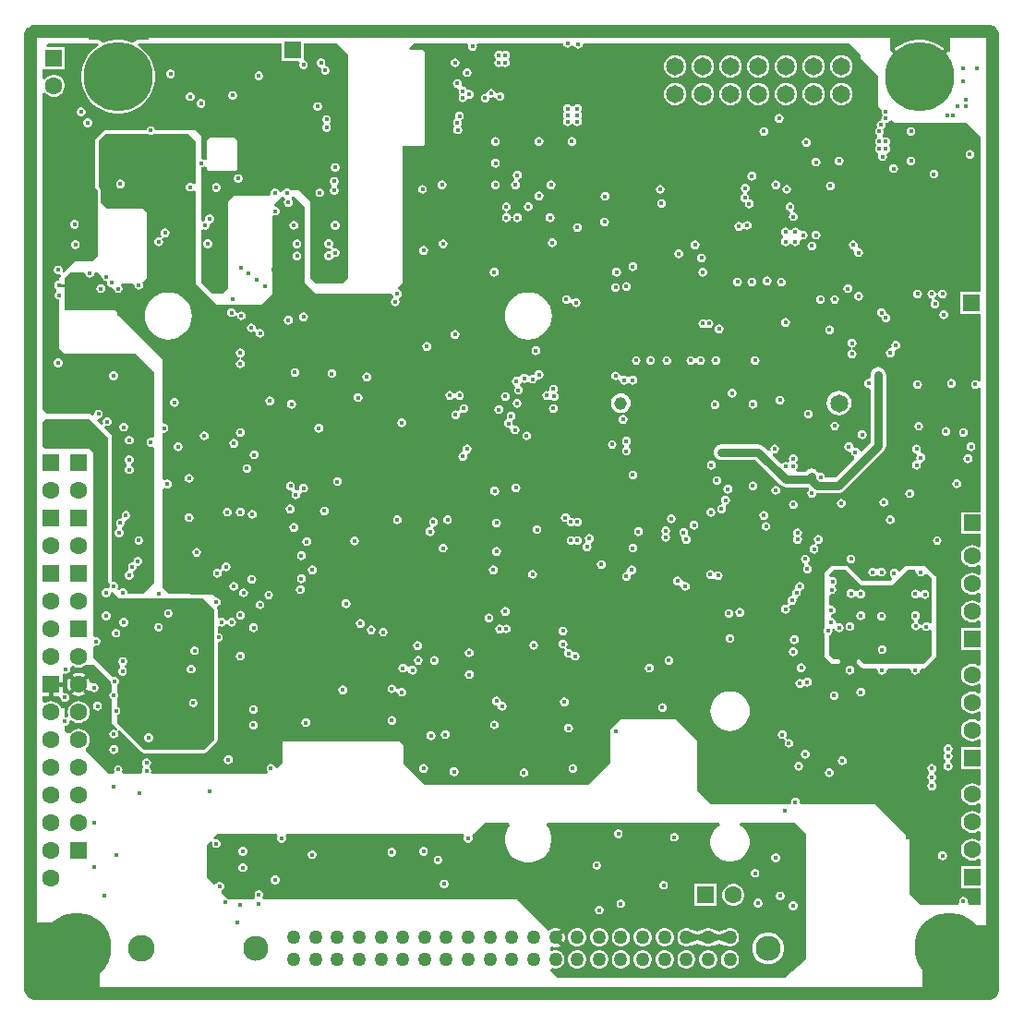
<source format=gbr>
G04*
G04 #@! TF.GenerationSoftware,Altium Limited,Altium Designer,24.9.1 (31)*
G04*
G04 Layer_Physical_Order=3*
G04 Layer_Color=12811406*
%FSLAX44Y44*%
%MOMM*%
G71*
G04*
G04 #@! TF.SameCoordinates,6A9D4D84-9140-4673-ADE8-75025B522ADB*
G04*
G04*
G04 #@! TF.FilePolarity,Positive*
G04*
G01*
G75*
%ADD10C,0.5000*%
%ADD56R,6.8000X6.4000*%
%ADD57R,6.5000X6.7000*%
%ADD103C,1.5240*%
%ADD105C,0.5000*%
%ADD107C,0.2800*%
%ADD108C,1.2000*%
%ADD124C,2.4500*%
%ADD125C,1.6000*%
%ADD126R,1.6000X1.6000*%
%ADD127R,1.6000X1.6000*%
%ADD128C,2.3000*%
%ADD130C,1.2580*%
%ADD131C,1.1500*%
%ADD132C,1.6500*%
%ADD136C,6.3500*%
%ADD137C,0.4000*%
%ADD138C,0.8000*%
G36*
X839669Y888146D02*
X841087Y886728D01*
X842939Y885961D01*
X844944D01*
X846797Y886728D01*
X848195Y888127D01*
X848400Y888161D01*
X850217Y888313D01*
X851522Y886929D01*
Y872583D01*
X849522Y871971D01*
X849461Y872032D01*
X847402Y869973D01*
X844573Y872802D01*
X846633Y874861D01*
X846138Y875355D01*
X841772Y878527D01*
X836963Y880978D01*
X831830Y882646D01*
X826499Y883490D01*
X821101D01*
X815770Y882646D01*
X810637Y880978D01*
X805828Y878527D01*
X801462Y875355D01*
X800967Y874861D01*
X803027Y872802D01*
X800199Y869973D01*
X797455Y872716D01*
X796422Y873144D01*
Y884806D01*
X798422Y886142D01*
X798859Y885961D01*
X800864D01*
X802717Y886728D01*
X804135Y888146D01*
X804289Y888520D01*
X806454D01*
X806609Y888146D01*
X808027Y886728D01*
X809879Y885961D01*
X811884D01*
X813737Y886728D01*
X815155Y888146D01*
X815310Y888520D01*
X817474D01*
X817629Y888146D01*
X819047Y886728D01*
X820899Y885961D01*
X822904D01*
X824757Y886728D01*
X826175Y888146D01*
X826329Y888520D01*
X828494D01*
X828649Y888146D01*
X830067Y886728D01*
X831919Y885961D01*
X833924D01*
X835777Y886728D01*
X837195Y888146D01*
X837349Y888520D01*
X839514D01*
X839669Y888146D01*
D02*
G37*
G36*
X101330D02*
X102747Y886728D01*
X104600Y885961D01*
X106605D01*
X108457Y886728D01*
X109875Y888146D01*
X110030Y888520D01*
X112195D01*
X112350Y888146D01*
X113767Y886728D01*
X115620Y885961D01*
X116622D01*
Y883059D01*
X107414D01*
X107408Y883058D01*
X107403Y883059D01*
X106820Y882941D01*
X106243Y882826D01*
X106238Y882823D01*
X106233Y882822D01*
X105743Y882492D01*
X105251Y882163D01*
X105247Y882158D01*
X105243Y882155D01*
X104918Y881665D01*
X104588Y881171D01*
X102816Y880594D01*
X102063Y880978D01*
X96930Y882646D01*
X91599Y883490D01*
X86201D01*
X80870Y882646D01*
X75737Y880978D01*
X74984Y880594D01*
X73212Y881171D01*
X72882Y881665D01*
X72557Y882155D01*
X72552Y882158D01*
X72549Y882163D01*
X72057Y882492D01*
X71567Y882822D01*
X71562Y882823D01*
X71557Y882826D01*
X70980Y882941D01*
X70397Y883059D01*
X70392Y883058D01*
X70386Y883059D01*
X61522D01*
Y885961D01*
X62525D01*
X64377Y886728D01*
X65795Y888146D01*
X65950Y888520D01*
X68115D01*
X68270Y888146D01*
X69687Y886728D01*
X71540Y885961D01*
X73545D01*
X75397Y886728D01*
X76815Y888146D01*
X76970Y888520D01*
X79135D01*
X79290Y888146D01*
X80707Y886728D01*
X82560Y885961D01*
X84565D01*
X86417Y886728D01*
X87835Y888146D01*
X87990Y888520D01*
X90155D01*
X90310Y888146D01*
X91727Y886728D01*
X93580Y885961D01*
X95585D01*
X97437Y886728D01*
X98855Y888146D01*
X99010Y888520D01*
X101175D01*
X101330Y888146D01*
D02*
G37*
G36*
X300000Y870000D02*
Y665000D01*
X295000Y660000D01*
X270000D01*
X265000Y665000D01*
Y735000D01*
X255000Y745000D01*
X247157D01*
X246266Y745891D01*
X244796Y746500D01*
X243204D01*
X241734Y745891D01*
X240843Y745000D01*
X240000D01*
X238648Y743648D01*
X236410Y744238D01*
X236191Y744766D01*
X235066Y745891D01*
X233596Y746500D01*
X232004D01*
X230534Y745891D01*
X229409Y744766D01*
X228800Y743296D01*
Y741704D01*
X227341Y740000D01*
X195000D01*
X190000Y735000D01*
Y655000D01*
X185000Y650000D01*
X175000D01*
X165000Y660000D01*
Y708515D01*
X165873Y709066D01*
X167000Y709499D01*
X168204Y709000D01*
X169796D01*
X171266Y709609D01*
X172391Y710734D01*
X173000Y712204D01*
Y713796D01*
X172997Y713804D01*
X173796Y715000D01*
X175266Y715609D01*
X176391Y716734D01*
X177000Y718204D01*
Y719796D01*
X176391Y721266D01*
X175266Y722391D01*
X173796Y723000D01*
X172204D01*
X170734Y722391D01*
X169609Y721266D01*
X169000Y719796D01*
Y718204D01*
X169004Y718196D01*
X168204Y717000D01*
X167000Y716501D01*
X165873Y716934D01*
X165000Y717485D01*
Y766000D01*
X165796D01*
X167266Y766609D01*
X167941Y767284D01*
X169941Y766648D01*
Y766000D01*
X170174Y764829D01*
X170837Y763837D01*
X171829Y763174D01*
X173000Y762941D01*
X195000D01*
X196171Y763174D01*
X197163Y763837D01*
X197826Y764829D01*
X198059Y766000D01*
Y790000D01*
X197826Y791171D01*
X197163Y792163D01*
X196171Y792826D01*
X195000Y793059D01*
X173000D01*
X171829Y792826D01*
X170837Y792163D01*
X170174Y791171D01*
X169941Y790000D01*
Y773352D01*
X167941Y772716D01*
X167266Y773391D01*
X165796Y774000D01*
X165000D01*
Y795000D01*
X160000Y800000D01*
X123000D01*
Y800796D01*
X122391Y802266D01*
X121266Y803391D01*
X119796Y804000D01*
X118204D01*
X116734Y803391D01*
X115609Y802266D01*
X115000Y800796D01*
Y800000D01*
X76000D01*
X68000Y792000D01*
Y747000D01*
X70000Y745000D01*
Y685000D01*
X65000Y680000D01*
X50000D01*
X39430Y669430D01*
X37734Y670563D01*
X38000Y671204D01*
Y672796D01*
X37391Y674266D01*
X36266Y675391D01*
X34796Y676000D01*
X33204D01*
X31734Y675391D01*
X30609Y674266D01*
X30000Y672796D01*
Y671204D01*
X30609Y669734D01*
X31734Y668609D01*
X33204Y668000D01*
X34796D01*
X35437Y668266D01*
X36570Y666570D01*
X35000Y665000D01*
Y662486D01*
X34800D01*
X33083Y662145D01*
X31628Y661172D01*
X30655Y659717D01*
X30314Y658000D01*
X30655Y656283D01*
X31628Y654828D01*
X32226Y654428D01*
X32346Y653636D01*
X32275Y652132D01*
X31409Y651266D01*
X30800Y649796D01*
Y648204D01*
X31409Y646734D01*
X32534Y645609D01*
X34004Y645000D01*
X35000D01*
Y600000D01*
X40000Y595000D01*
X105000D01*
X122000Y578000D01*
Y519252D01*
X120000Y517915D01*
X119796Y518000D01*
X118204D01*
X116734Y517391D01*
X115609Y516266D01*
X115000Y514796D01*
Y513204D01*
X115609Y511734D01*
X116734Y510609D01*
X118204Y510000D01*
X119796D01*
X120000Y510085D01*
X122000Y508748D01*
Y385000D01*
X112000Y375000D01*
X97305D01*
X97101Y375306D01*
Y376897D01*
X96492Y378367D01*
X95367Y379492D01*
X93897Y380101D01*
X92306D01*
X90835Y379492D01*
X89906Y378563D01*
X88391Y379734D01*
X89000Y381204D01*
Y382796D01*
X88391Y384266D01*
X87266Y385391D01*
X85796Y386000D01*
X84204D01*
X83000Y386805D01*
Y521000D01*
X76430Y527570D01*
X77563Y529266D01*
X78204Y529000D01*
X79796D01*
X81266Y529609D01*
X82391Y530734D01*
X83000Y532204D01*
Y533796D01*
X82391Y535266D01*
X81266Y536391D01*
X79796Y537000D01*
X78204D01*
X76734Y536391D01*
X75609Y535266D01*
X75000Y533796D01*
Y532204D01*
X75266Y531563D01*
X73570Y530430D01*
X69855Y534145D01*
X70828Y536000D01*
X71796D01*
X73266Y536609D01*
X74391Y537734D01*
X75000Y539204D01*
Y540796D01*
X74391Y542266D01*
X73266Y543391D01*
X71796Y544000D01*
X70204D01*
X68734Y543391D01*
X67609Y542266D01*
X67000Y540796D01*
Y539828D01*
X65145Y538856D01*
X64000Y540000D01*
X24000D01*
X20000Y544000D01*
Y834321D01*
X21991Y834858D01*
X22000Y834858D01*
X23860Y832998D01*
X26140Y831682D01*
X28684Y831000D01*
X31316D01*
X33860Y831682D01*
X36140Y832998D01*
X38002Y834860D01*
X39318Y837140D01*
X40000Y839684D01*
Y842317D01*
X39318Y844860D01*
X38002Y847140D01*
X36140Y849002D01*
X33860Y850319D01*
X31316Y851000D01*
X28684D01*
X26140Y850319D01*
X23860Y849002D01*
X22000Y847142D01*
X21991Y847142D01*
X20000Y847680D01*
Y856400D01*
X40000D01*
Y876400D01*
X24013D01*
X23248Y878248D01*
X25000Y880000D01*
X70386D01*
X71140Y878163D01*
X71121Y878000D01*
X66913Y874943D01*
X63157Y871187D01*
X60034Y866889D01*
X57623Y862156D01*
X55981Y857103D01*
X55150Y851856D01*
Y846544D01*
X55981Y841297D01*
X57623Y836245D01*
X60034Y831511D01*
X63157Y827213D01*
X66913Y823457D01*
X71211Y820334D01*
X75944Y817923D01*
X80997Y816281D01*
X86244Y815450D01*
X91556D01*
X96803Y816281D01*
X101855Y817923D01*
X106589Y820334D01*
X110887Y823457D01*
X114643Y827213D01*
X117766Y831511D01*
X120177Y836245D01*
X121819Y841297D01*
X122650Y846544D01*
Y851856D01*
X121819Y857103D01*
X120177Y862156D01*
X117766Y866889D01*
X114643Y871187D01*
X110887Y874943D01*
X106679Y878000D01*
X106660Y878163D01*
X107414Y880000D01*
X239000D01*
Y864000D01*
X254515D01*
X255066Y863127D01*
X255499Y862000D01*
X255000Y860796D01*
Y859204D01*
X255609Y857734D01*
X256734Y856609D01*
X258204Y856000D01*
X259796D01*
X261266Y856609D01*
X262391Y857734D01*
X263000Y859204D01*
Y860796D01*
X262391Y862266D01*
X261266Y863391D01*
X259796Y864000D01*
X259000Y865817D01*
Y880000D01*
X290000D01*
X300000Y870000D01*
D02*
G37*
G36*
X408788Y880000D02*
X409217Y879573D01*
X410121Y878000D01*
X409922Y877000D01*
X410232Y875439D01*
X411116Y874116D01*
X412439Y873232D01*
X414000Y872922D01*
X415561Y873232D01*
X416884Y874116D01*
X417768Y875439D01*
X418078Y877000D01*
X417879Y878000D01*
X418783Y879573D01*
X419212Y880000D01*
X496922Y880000D01*
X497232Y878439D01*
X498116Y877116D01*
X499439Y876232D01*
X501000Y875922D01*
X502561Y876232D01*
X503884Y877116D01*
X504768Y878439D01*
X504773Y878465D01*
X504979Y878517D01*
X507232Y877439D01*
X508116Y876116D01*
X509439Y875232D01*
X511000Y874922D01*
X512561Y875232D01*
X513884Y876116D01*
X514768Y877439D01*
X515078Y879000D01*
X515899Y880000D01*
X580000D01*
X760000Y880000D01*
X770000Y870000D01*
Y866000D01*
X786000Y850000D01*
Y822000D01*
X789315Y818685D01*
X789232Y818561D01*
X788922Y817000D01*
X789232Y815439D01*
X790050Y814000D01*
X789232Y812561D01*
X788922Y811000D01*
X788627Y809238D01*
X787465Y808852D01*
X787039Y808768D01*
X785716Y807884D01*
X784832Y806561D01*
X784522Y805000D01*
X784832Y803439D01*
X785330Y802695D01*
X784116Y801884D01*
X783232Y800561D01*
X782922Y799000D01*
X783232Y797439D01*
X784116Y796116D01*
X784872Y795611D01*
X784955Y795341D01*
Y793659D01*
X784872Y793389D01*
X784116Y792884D01*
X783232Y791561D01*
X782922Y790000D01*
X783232Y788439D01*
X784116Y787116D01*
Y785884D01*
X783232Y784561D01*
X782922Y783000D01*
X783232Y781439D01*
X784116Y780116D01*
X785439Y779232D01*
X786232Y777561D01*
X785922Y776000D01*
X786232Y774439D01*
X787116Y773116D01*
X788439Y772232D01*
X790000Y771922D01*
X791561Y772232D01*
X792884Y773116D01*
X793768Y774439D01*
X794078Y776000D01*
X793768Y777561D01*
X794561Y779232D01*
X795884Y780116D01*
X796768Y781439D01*
X797078Y783000D01*
X796768Y784561D01*
X795884Y785884D01*
Y787116D01*
X796768Y788439D01*
X797078Y790000D01*
X796768Y791561D01*
X795884Y792884D01*
X794561Y793768D01*
X793000Y794078D01*
X791439Y793768D01*
X790982Y793508D01*
X790255Y793959D01*
X789970Y795617D01*
X790081Y796411D01*
X790768Y797439D01*
X791078Y799000D01*
X790768Y800561D01*
X790270Y801305D01*
X791484Y802116D01*
X792368Y803439D01*
X792678Y805000D01*
X792973Y806762D01*
X794135Y807148D01*
X794561Y807232D01*
X795884Y808116D01*
X796353Y808818D01*
X798637Y809363D01*
X801000Y807000D01*
X867000D01*
X880000Y794000D01*
Y652000D01*
X861000D01*
Y632000D01*
X880000D01*
Y570317D01*
X878000Y569710D01*
X877884Y569884D01*
X876561Y570768D01*
X875000Y571078D01*
X873439Y570768D01*
X872116Y569884D01*
X871232Y568561D01*
X870922Y567000D01*
X871232Y565439D01*
X872116Y564116D01*
X873439Y563232D01*
X875000Y562922D01*
X876561Y563232D01*
X877884Y564116D01*
X878000Y564290D01*
X880000Y563683D01*
Y450000D01*
X862000D01*
Y430000D01*
X880000D01*
Y418787D01*
X878000Y417801D01*
X877043Y418535D01*
X874611Y419543D01*
X872000Y419886D01*
X869389Y419543D01*
X866957Y418535D01*
X864868Y416932D01*
X863265Y414843D01*
X862257Y412411D01*
X861914Y409800D01*
X862257Y407189D01*
X863265Y404757D01*
X864868Y402668D01*
X866957Y401065D01*
X869389Y400057D01*
X872000Y399714D01*
X874611Y400057D01*
X877043Y401065D01*
X878000Y401799D01*
X880000Y400813D01*
Y393387D01*
X878000Y392401D01*
X877043Y393135D01*
X874611Y394143D01*
X872000Y394486D01*
X869389Y394143D01*
X866957Y393135D01*
X864868Y391532D01*
X863265Y389443D01*
X862257Y387010D01*
X861914Y384400D01*
X862257Y381790D01*
X863265Y379357D01*
X864868Y377268D01*
X866957Y375665D01*
X869389Y374657D01*
X872000Y374314D01*
X874611Y374657D01*
X877043Y375665D01*
X878000Y376399D01*
X880000Y375413D01*
Y367987D01*
X878000Y367001D01*
X877043Y367735D01*
X874611Y368743D01*
X872000Y369086D01*
X869389Y368743D01*
X866957Y367735D01*
X864868Y366132D01*
X863265Y364043D01*
X862257Y361610D01*
X861914Y359000D01*
X862257Y356390D01*
X863265Y353957D01*
X864868Y351868D01*
X866957Y350265D01*
X869389Y349257D01*
X872000Y348914D01*
X874611Y349257D01*
X877043Y350265D01*
X878000Y350999D01*
X880000Y350013D01*
Y343600D01*
X862000D01*
Y323600D01*
X880000D01*
Y309787D01*
X878000Y308801D01*
X877043Y309535D01*
X874611Y310543D01*
X872000Y310886D01*
X869389Y310543D01*
X866957Y309535D01*
X864868Y307932D01*
X863265Y305843D01*
X862257Y303410D01*
X861914Y300800D01*
X862257Y298190D01*
X863265Y295757D01*
X864868Y293668D01*
X866957Y292065D01*
X869389Y291057D01*
X872000Y290714D01*
X874611Y291057D01*
X877043Y292065D01*
X878000Y292799D01*
X880000Y291813D01*
Y284387D01*
X878000Y283401D01*
X877043Y284135D01*
X874611Y285143D01*
X872000Y285486D01*
X869389Y285143D01*
X866957Y284135D01*
X864868Y282532D01*
X863265Y280443D01*
X862257Y278011D01*
X861914Y275400D01*
X862257Y272789D01*
X863265Y270357D01*
X864868Y268268D01*
X866957Y266665D01*
X869389Y265657D01*
X872000Y265314D01*
X874611Y265657D01*
X877043Y266665D01*
X878000Y267399D01*
X880000Y266413D01*
Y258987D01*
X878000Y258001D01*
X877043Y258735D01*
X874611Y259743D01*
X872000Y260086D01*
X869389Y259743D01*
X866957Y258735D01*
X864868Y257132D01*
X863265Y255043D01*
X862257Y252610D01*
X861914Y250000D01*
X862257Y247390D01*
X863265Y244957D01*
X864868Y242868D01*
X866957Y241265D01*
X869389Y240257D01*
X872000Y239914D01*
X874611Y240257D01*
X877043Y241265D01*
X878000Y241999D01*
X880000Y241013D01*
Y234600D01*
X862000D01*
Y214600D01*
X880000D01*
Y200387D01*
X878000Y199401D01*
X877043Y200135D01*
X874611Y201143D01*
X872000Y201486D01*
X869389Y201143D01*
X866957Y200135D01*
X864868Y198532D01*
X863265Y196443D01*
X862257Y194011D01*
X861914Y191400D01*
X862257Y188790D01*
X863265Y186357D01*
X864868Y184268D01*
X866957Y182665D01*
X869389Y181657D01*
X872000Y181314D01*
X874611Y181657D01*
X877043Y182665D01*
X878000Y183399D01*
X880000Y182413D01*
Y174987D01*
X878000Y174001D01*
X877043Y174735D01*
X874611Y175743D01*
X872000Y176086D01*
X869389Y175743D01*
X866957Y174735D01*
X864868Y173132D01*
X863265Y171043D01*
X862257Y168610D01*
X861914Y166000D01*
X862257Y163389D01*
X863265Y160957D01*
X864868Y158868D01*
X866957Y157265D01*
X869389Y156257D01*
X872000Y155914D01*
X874611Y156257D01*
X877043Y157265D01*
X878000Y157999D01*
X880000Y157013D01*
Y149587D01*
X878000Y148601D01*
X877043Y149335D01*
X874611Y150343D01*
X872000Y150686D01*
X869389Y150343D01*
X866957Y149335D01*
X864868Y147732D01*
X863265Y145643D01*
X862257Y143210D01*
X861914Y140600D01*
X862257Y137990D01*
X863265Y135557D01*
X864868Y133468D01*
X866957Y131865D01*
X869389Y130857D01*
X872000Y130514D01*
X874611Y130857D01*
X877043Y131865D01*
X878000Y132599D01*
X880000Y131613D01*
Y125200D01*
X862000D01*
Y105200D01*
X880000D01*
Y90000D01*
X869212D01*
X868783Y90427D01*
X867879Y92000D01*
X868078Y93000D01*
X867768Y94561D01*
X866884Y95884D01*
X865561Y96768D01*
X864000Y97078D01*
X862439Y96768D01*
X861116Y95884D01*
X860232Y94561D01*
X859922Y93000D01*
X860121Y92000D01*
X859217Y90427D01*
X858788Y90000D01*
X825000D01*
X815000Y100000D01*
Y150000D01*
X783000Y182000D01*
X715697D01*
X714078Y184000D01*
X713768Y185561D01*
X712884Y186884D01*
X711561Y187768D01*
X710000Y188078D01*
X708439Y187768D01*
X707116Y186884D01*
X706232Y185561D01*
X705922Y184000D01*
X704303Y182000D01*
X633000D01*
X620000Y195000D01*
Y240000D01*
X600000Y260000D01*
X550000D01*
X540000Y250000D01*
Y220000D01*
X520000Y200000D01*
X370000D01*
X351000Y219000D01*
Y236000D01*
X347000Y240000D01*
X240000D01*
Y220000D01*
X234969Y214969D01*
X234911Y214970D01*
X232928Y215756D01*
X232768Y216561D01*
X231884Y217884D01*
X230561Y218768D01*
X229000Y219078D01*
X227439Y218768D01*
X226116Y217884D01*
X225232Y216561D01*
X224922Y215000D01*
X225232Y213439D01*
X226116Y212116D01*
X226290Y212000D01*
X225683Y210000D01*
X120212D01*
X119783Y210427D01*
X118879Y212000D01*
X119078Y213000D01*
X118768Y214561D01*
X117884Y215884D01*
Y217116D01*
X118768Y218439D01*
X119078Y220000D01*
X118768Y221561D01*
X117884Y222884D01*
X116561Y223768D01*
X115000Y224078D01*
X113439Y223768D01*
X112116Y222884D01*
X111232Y221561D01*
X110922Y220000D01*
X111232Y218439D01*
X112116Y217116D01*
Y215884D01*
X111232Y214561D01*
X110922Y213000D01*
X111121Y212000D01*
X110217Y210427D01*
X109788Y210000D01*
X93539D01*
X92474Y212000D01*
X92768Y212439D01*
X93078Y214000D01*
X92768Y215561D01*
X91884Y216884D01*
X90561Y217768D01*
X89000Y218078D01*
X87439Y217768D01*
X86116Y216884D01*
X85232Y215561D01*
X84922Y214000D01*
X85232Y212439D01*
X85526Y212000D01*
X84461Y210000D01*
X80000D01*
X59030Y230970D01*
X59213Y233616D01*
X59932Y234168D01*
X61535Y236257D01*
X62543Y238689D01*
X62886Y241300D01*
X62543Y243911D01*
X61535Y246343D01*
X59932Y248432D01*
X57843Y250035D01*
X55410Y251043D01*
X52800Y251386D01*
X50189Y251043D01*
X47757Y250035D01*
X45668Y248432D01*
X45116Y247713D01*
X42470Y247530D01*
X40000Y250000D01*
Y253922D01*
X41561Y254232D01*
X42884Y255116D01*
X43768Y256439D01*
X44078Y258000D01*
X43983Y258478D01*
X45249Y259297D01*
X45830Y259443D01*
X47757Y257965D01*
X50189Y256957D01*
X52800Y256614D01*
X55410Y256957D01*
X57843Y257965D01*
X59932Y259568D01*
X61535Y261657D01*
X62543Y264090D01*
X62886Y266700D01*
X62543Y269310D01*
X61535Y271743D01*
X59932Y273832D01*
X57843Y275435D01*
X55410Y276443D01*
X52800Y276786D01*
X50189Y276443D01*
X47757Y275435D01*
X45668Y273832D01*
X44065Y271743D01*
X43057Y269310D01*
X42714Y266700D01*
X43057Y264090D01*
X43582Y262823D01*
X41967Y261497D01*
X41561Y261768D01*
X40000Y262078D01*
Y270000D01*
X36857D01*
X36135Y271743D01*
X34532Y273832D01*
X32443Y275435D01*
X30010Y276443D01*
X27400Y276786D01*
X24790Y276443D01*
X22357Y275435D01*
X22000Y275161D01*
X20000Y276147D01*
Y281560D01*
X25400D01*
Y284410D01*
X29400D01*
Y281560D01*
X34656D01*
X35924Y280014D01*
X35922Y280000D01*
X36232Y278439D01*
X37116Y277116D01*
X38439Y276232D01*
X40000Y275922D01*
X41561Y276232D01*
X42884Y277116D01*
X43768Y278439D01*
X44078Y280000D01*
X43768Y281561D01*
X42884Y282884D01*
X41561Y283768D01*
X40000Y284078D01*
X39940Y284066D01*
X37940Y285657D01*
Y290100D01*
X35090D01*
Y294100D01*
X37940D01*
Y300828D01*
X38427Y301285D01*
X39940Y302132D01*
X41000Y301922D01*
X42561Y302232D01*
X43884Y303116D01*
X44768Y304439D01*
X45078Y306000D01*
X44936Y306713D01*
X45991Y308655D01*
X46273Y308908D01*
X47309Y309108D01*
X47757Y308765D01*
X50189Y307757D01*
X52800Y307414D01*
X55410Y307757D01*
X57843Y308765D01*
X59453Y310000D01*
X67000D01*
X81935Y295065D01*
X81922Y295000D01*
X82232Y293439D01*
X83000Y292290D01*
Y285474D01*
X82116Y284884D01*
X81232Y283561D01*
X80922Y282000D01*
X81232Y280439D01*
X82116Y279116D01*
X83000Y278526D01*
Y268394D01*
X82922Y268000D01*
X83000Y267606D01*
Y257000D01*
X88869Y251131D01*
X87594Y249578D01*
X86561Y250268D01*
X85000Y250578D01*
X83439Y250268D01*
X82116Y249384D01*
X81232Y248061D01*
X80922Y246500D01*
X81232Y244939D01*
X82116Y243616D01*
X83439Y242732D01*
X85000Y242422D01*
X86561Y242732D01*
X87884Y243616D01*
X88768Y244939D01*
X89078Y246500D01*
X88768Y248061D01*
X88077Y249094D01*
X89631Y250369D01*
X100000Y240000D01*
X110000Y230000D01*
X110674D01*
X110837Y229837D01*
X111830Y229174D01*
X113000Y228941D01*
X113000Y228941D01*
X168000D01*
X168000Y228941D01*
X169170Y229174D01*
X170163Y229837D01*
X170163Y229837D01*
X179163Y238837D01*
X179819Y239819D01*
X180000Y240000D01*
Y240704D01*
X180059Y241000D01*
X180059Y241000D01*
Y330149D01*
X181000Y330922D01*
X182561Y331232D01*
X183884Y332116D01*
X184768Y333439D01*
X185078Y335000D01*
X184768Y336561D01*
X183884Y337884D01*
X182561Y338768D01*
X181000Y339078D01*
X180059Y339851D01*
Y344417D01*
X182059Y345486D01*
X182439Y345232D01*
X184000Y344922D01*
X185561Y345232D01*
X186884Y346116D01*
X187389Y346872D01*
X187659Y346955D01*
X189341D01*
X189611Y346872D01*
X190116Y346116D01*
X191439Y345232D01*
X193000Y344922D01*
X194561Y345232D01*
X195884Y346116D01*
X196768Y347439D01*
X197078Y349000D01*
X196768Y350561D01*
X195884Y351884D01*
X194561Y352768D01*
X193000Y353078D01*
X191439Y352768D01*
X190116Y351884D01*
X189611Y351128D01*
X189341Y351045D01*
X187659D01*
X187389Y351128D01*
X186884Y351884D01*
X185561Y352768D01*
X184000Y353078D01*
X182439Y352768D01*
X182059Y352514D01*
X180059Y353583D01*
Y361000D01*
X180000Y361296D01*
Y363721D01*
X180561Y363832D01*
X181884Y364716D01*
X182768Y366039D01*
X183078Y367600D01*
X182768Y369161D01*
X181884Y370484D01*
X180561Y371368D01*
X179000Y371678D01*
X178434Y371566D01*
X175500Y374500D01*
X136000Y375000D01*
X130000Y381000D01*
Y471261D01*
X132000Y472326D01*
X132439Y472032D01*
X134000Y471722D01*
X135561Y472032D01*
X136884Y472916D01*
X137768Y474239D01*
X138078Y475800D01*
X137768Y477361D01*
X136884Y478684D01*
X135561Y479568D01*
X134000Y479878D01*
X132439Y479568D01*
X132000Y479274D01*
X130000Y480339D01*
Y522101D01*
X131000Y522922D01*
X132561Y523232D01*
X133884Y524116D01*
X134768Y525439D01*
X135078Y527000D01*
X134768Y528561D01*
X133884Y529884D01*
X132561Y530768D01*
X131000Y531078D01*
X130000Y531899D01*
Y590000D01*
X90000Y630000D01*
X88059D01*
Y632000D01*
X87826Y633171D01*
X87163Y634163D01*
X86171Y634826D01*
X85000Y635059D01*
X40000D01*
X39999Y635059D01*
X39999Y664999D01*
X45000Y670000D01*
X58101D01*
X58922Y669000D01*
X59232Y667439D01*
X60116Y666116D01*
X61439Y665232D01*
X63000Y664922D01*
X64561Y665232D01*
X65884Y666116D01*
X66768Y667439D01*
X67078Y669000D01*
X67899Y670000D01*
X70000D01*
X73935Y666065D01*
X73922Y666000D01*
X74232Y664439D01*
X75116Y663116D01*
X76439Y662232D01*
X78000Y661922D01*
X78815Y660488D01*
X78924Y660286D01*
X79232Y658739D01*
X80116Y657416D01*
X81439Y656532D01*
X83000Y656222D01*
X83131Y656248D01*
X84912Y655007D01*
X84975Y654731D01*
X85232Y653439D01*
X86116Y652116D01*
X87439Y651232D01*
X89000Y650922D01*
X90561Y651232D01*
X91884Y652116D01*
X92768Y653439D01*
X93078Y655000D01*
X92768Y656561D01*
X91884Y657884D01*
X91710Y658000D01*
X92317Y660000D01*
X102303D01*
X103922Y658000D01*
X104232Y656439D01*
X105116Y655116D01*
X106439Y654232D01*
X108000Y653922D01*
X109561Y654232D01*
X110884Y655116D01*
X111768Y656439D01*
X112078Y658000D01*
X111768Y659561D01*
X110884Y660884D01*
X110884Y660884D01*
X115000Y665000D01*
Y725000D01*
X112000Y728000D01*
X79000Y728000D01*
X73059Y733941D01*
Y745000D01*
X73059Y745000D01*
X72826Y746171D01*
X72163Y747163D01*
X72163Y747163D01*
X71059Y748267D01*
Y790733D01*
X77267Y796941D01*
X115000D01*
X115295Y797000D01*
X116290D01*
X117439Y796232D01*
X119000Y795922D01*
X120561Y796232D01*
X121710Y797000D01*
X122705D01*
X123000Y796941D01*
X153059D01*
X160000Y790000D01*
Y751317D01*
X158000Y750710D01*
X157884Y750884D01*
X156561Y751768D01*
X155000Y752078D01*
X153439Y751768D01*
X152116Y750884D01*
X151232Y749561D01*
X150922Y748000D01*
X151232Y746439D01*
X152116Y745116D01*
X153439Y744232D01*
X155000Y743922D01*
X156561Y744232D01*
X157884Y745116D01*
X158000Y745290D01*
X160000Y744683D01*
Y660000D01*
X180000Y640000D01*
X220000D01*
X230000Y650000D01*
Y720788D01*
X230427Y721217D01*
X232000Y722121D01*
X233000Y721922D01*
X234561Y722232D01*
X235884Y723116D01*
X236768Y724439D01*
X237078Y726000D01*
X236768Y727561D01*
X235884Y728884D01*
X234561Y729768D01*
X233000Y730078D01*
X232884Y730055D01*
X231898Y731898D01*
X239146Y739146D01*
X240010Y739352D01*
X242009Y737981D01*
X242137Y737001D01*
X242116Y736884D01*
X241232Y735561D01*
X240922Y734000D01*
X241232Y732439D01*
X242116Y731116D01*
X243439Y730232D01*
X245000Y729922D01*
X246561Y730232D01*
X247884Y731116D01*
X248768Y732439D01*
X249078Y734000D01*
X248768Y735561D01*
X247884Y736884D01*
X247952Y739104D01*
X248233Y739437D01*
X250490Y739510D01*
X260000Y730000D01*
Y660000D01*
X270000Y650000D01*
X339038D01*
X339748D01*
X341144Y648474D01*
X341097Y646539D01*
X340116Y645884D01*
X339232Y644561D01*
X338922Y643000D01*
X339232Y641439D01*
X340116Y640116D01*
X341439Y639232D01*
X343000Y638922D01*
X344561Y639232D01*
X345884Y640116D01*
X346768Y641439D01*
X347078Y643000D01*
X346768Y644561D01*
X346561Y646232D01*
X347884Y647116D01*
X348768Y648439D01*
X349078Y650000D01*
X348768Y651561D01*
X347884Y652884D01*
X346561Y653768D01*
X345932Y655932D01*
X350000Y660000D01*
Y785941D01*
X367000D01*
X368171Y786174D01*
X369163Y786837D01*
X369826Y787830D01*
X370059Y789000D01*
Y871000D01*
X369826Y872170D01*
X369163Y873163D01*
X368171Y873826D01*
X367000Y874059D01*
X356672D01*
X355907Y875907D01*
X360000Y880000D01*
X408788D01*
D02*
G37*
G36*
X79941Y518059D02*
Y386805D01*
X80000Y386509D01*
Y386208D01*
X80115Y385929D01*
X80174Y385634D01*
X80341Y385384D01*
X80457Y385105D01*
X80670Y384892D01*
X80837Y384642D01*
X81000Y384533D01*
Y381252D01*
X79042Y379898D01*
X78796Y380000D01*
X77204D01*
X75734Y379391D01*
X74609Y378266D01*
X74000Y376796D01*
Y375204D01*
X74609Y373734D01*
X75734Y372609D01*
X77204Y372000D01*
X78796D01*
X80266Y372609D01*
X81391Y373734D01*
X82000Y375204D01*
Y376172D01*
X83855Y377145D01*
X90000Y371000D01*
X125191D01*
X125204Y370995D01*
X126796D01*
X126809Y371000D01*
X167000D01*
X177000Y361000D01*
Y334204D01*
Y241000D01*
X168000Y232000D01*
X113000D01*
X88000Y257000D01*
Y264085D01*
X89266Y264609D01*
X90391Y265734D01*
X91000Y267204D01*
Y268796D01*
X90391Y270266D01*
X89266Y271391D01*
X88000Y271915D01*
Y279343D01*
X88391Y279734D01*
X89000Y281204D01*
Y282796D01*
X88391Y284266D01*
X88000Y284657D01*
Y291499D01*
X88266Y291609D01*
X89391Y292734D01*
X90000Y294204D01*
Y295796D01*
X89391Y297266D01*
X88266Y298391D01*
X86796Y299000D01*
X85204D01*
X84353Y298647D01*
X67000Y316000D01*
X66000D01*
Y326360D01*
X68000Y327676D01*
X68269Y327565D01*
X69860D01*
X71331Y328174D01*
X72456Y329299D01*
X73065Y330769D01*
Y332360D01*
X72456Y333831D01*
X71331Y334956D01*
X69860Y335565D01*
X68269D01*
X68000Y335453D01*
X66000Y336770D01*
Y505000D01*
X63000Y508000D01*
X22000Y508000D01*
X20000Y510000D01*
Y533000D01*
X22000Y535000D01*
X63000D01*
X79941Y518059D01*
D02*
G37*
G36*
X720000Y155000D02*
Y40000D01*
X700000Y23178D01*
X491822D01*
X485485Y29515D01*
X485620Y30951D01*
X487511Y32085D01*
X488909Y31710D01*
X491091D01*
X493200Y32275D01*
X495090Y33366D01*
X496634Y34910D01*
X497725Y36800D01*
X498290Y38909D01*
Y41091D01*
X497725Y43200D01*
X496634Y45090D01*
X495090Y46634D01*
X493200Y47725D01*
X491091Y48290D01*
X488909D01*
X487000Y47779D01*
X486318Y47925D01*
X485000Y48686D01*
Y50664D01*
X487000Y51662D01*
X488838Y51170D01*
X491162D01*
X493408Y51772D01*
X494671Y52501D01*
X492584Y54588D01*
X495412Y57416D01*
X497499Y55329D01*
X498228Y56592D01*
X498830Y58837D01*
Y61163D01*
X498228Y63408D01*
X497499Y64671D01*
X495412Y62584D01*
X492584Y65412D01*
X494671Y67499D01*
X493408Y68228D01*
X491162Y68830D01*
X488838D01*
X486592Y68228D01*
X484578Y67066D01*
X483756Y66244D01*
X455000Y95000D01*
X222285D01*
X221392Y96935D01*
X222001Y98406D01*
Y99997D01*
X221392Y101467D01*
X220267Y102592D01*
X218797Y103201D01*
X217206D01*
X215735Y102592D01*
X214610Y101467D01*
X214001Y99997D01*
Y98406D01*
X214610Y96935D01*
X213717Y95000D01*
X190000D01*
X183764Y101236D01*
X184233Y103595D01*
X184266Y103609D01*
X185391Y104734D01*
X186000Y106204D01*
Y107796D01*
X185391Y109266D01*
X184266Y110391D01*
X182796Y111000D01*
X181204D01*
X179734Y110391D01*
X178609Y109266D01*
X178595Y109233D01*
X176236Y108764D01*
X170000Y115000D01*
Y145000D01*
X173570Y148570D01*
X175266Y147437D01*
X175000Y146796D01*
Y145204D01*
X175609Y143734D01*
X176734Y142609D01*
X178204Y142000D01*
X179796D01*
X181266Y142609D01*
X182391Y143734D01*
X183000Y145204D01*
Y146796D01*
X182391Y148266D01*
X181266Y149391D01*
X179796Y150000D01*
X178204D01*
X177563Y149734D01*
X176430Y151430D01*
X180000Y155000D01*
X234515D01*
X235066Y154127D01*
X235499Y153000D01*
X235000Y151796D01*
Y150204D01*
X235609Y148734D01*
X236734Y147609D01*
X238204Y147000D01*
X239796D01*
X241266Y147609D01*
X242391Y148734D01*
X243000Y150204D01*
Y151796D01*
X242501Y153000D01*
X242934Y154127D01*
X243485Y155000D01*
X405515D01*
X406066Y154127D01*
X406499Y153000D01*
X406000Y151796D01*
Y150204D01*
X406609Y148734D01*
X407734Y147609D01*
X409204Y147000D01*
X410796D01*
X412266Y147609D01*
X413391Y148734D01*
X414000Y150204D01*
Y151796D01*
X413501Y153000D01*
X413934Y154127D01*
X414485Y155000D01*
X415000D01*
X425000Y165000D01*
X446911D01*
X447828Y163000D01*
X445947Y160184D01*
X444326Y156271D01*
X443500Y152118D01*
Y147882D01*
X444326Y143729D01*
X445947Y139816D01*
X448300Y136295D01*
X451295Y133300D01*
X454816Y130947D01*
X458729Y129326D01*
X462882Y128500D01*
X467118D01*
X471271Y129326D01*
X475184Y130947D01*
X478705Y133300D01*
X481700Y136295D01*
X484053Y139816D01*
X485674Y143729D01*
X486500Y147882D01*
Y152118D01*
X485674Y156271D01*
X484053Y160184D01*
X482172Y163000D01*
X483089Y165000D01*
X549705D01*
X550000Y164941D01*
X597000D01*
X597295Y165000D01*
X640192D01*
X640798Y163000D01*
X638526Y161481D01*
X636018Y158974D01*
X634049Y156026D01*
X632692Y152750D01*
X632000Y149273D01*
Y145727D01*
X632692Y142250D01*
X634049Y138974D01*
X636018Y136026D01*
X638526Y133518D01*
X641474Y131549D01*
X644750Y130192D01*
X648227Y129500D01*
X651773D01*
X655250Y130192D01*
X658526Y131549D01*
X661474Y133518D01*
X663981Y136026D01*
X665951Y138974D01*
X667308Y142250D01*
X668000Y145727D01*
Y149273D01*
X667308Y152750D01*
X665951Y156026D01*
X663981Y158974D01*
X661474Y161481D01*
X659202Y163000D01*
X659808Y165000D01*
X710000D01*
X720000Y155000D01*
D02*
G37*
%LPC*%
G36*
X275796Y866000D02*
X274204D01*
X272734Y865391D01*
X271609Y864266D01*
X271000Y862796D01*
Y861204D01*
X271609Y859734D01*
X272734Y858609D01*
X273956Y858103D01*
X274217Y857971D01*
X275085Y856000D01*
X275000Y855796D01*
Y854204D01*
X275609Y852734D01*
X276734Y851609D01*
X278204Y851000D01*
X279796D01*
X281266Y851609D01*
X282391Y852734D01*
X283000Y854204D01*
Y855796D01*
X282391Y857266D01*
X281266Y858391D01*
X280044Y858897D01*
X279783Y859029D01*
X278915Y861000D01*
X279000Y861204D01*
Y862796D01*
X278391Y864266D01*
X277266Y865391D01*
X275796Y866000D01*
D02*
G37*
G36*
X137796Y856000D02*
X136204D01*
X134734Y855391D01*
X133609Y854266D01*
X133000Y852796D01*
Y851204D01*
X133609Y849734D01*
X134734Y848609D01*
X136204Y848000D01*
X137796D01*
X139266Y848609D01*
X140391Y849734D01*
X141000Y851204D01*
Y852796D01*
X140391Y854266D01*
X139266Y855391D01*
X137796Y856000D01*
D02*
G37*
G36*
X218796Y854000D02*
X217204D01*
X215734Y853391D01*
X214609Y852266D01*
X214000Y850796D01*
Y849204D01*
X214609Y847734D01*
X215734Y846609D01*
X217204Y846000D01*
X218796D01*
X220266Y846609D01*
X221391Y847734D01*
X222000Y849204D01*
Y850796D01*
X221391Y852266D01*
X220266Y853391D01*
X218796Y854000D01*
D02*
G37*
G36*
X194796Y836000D02*
X193204D01*
X191734Y835391D01*
X190609Y834266D01*
X190000Y832796D01*
Y831204D01*
X190609Y829734D01*
X191734Y828609D01*
X193204Y828000D01*
X194796D01*
X196266Y828609D01*
X197391Y829734D01*
X198000Y831204D01*
Y832796D01*
X197391Y834266D01*
X196266Y835391D01*
X194796Y836000D01*
D02*
G37*
G36*
X155796Y835000D02*
X154204D01*
X152734Y834391D01*
X151609Y833266D01*
X151000Y831796D01*
Y830204D01*
X151609Y828734D01*
X152734Y827609D01*
X154204Y827000D01*
X155796D01*
X157266Y827609D01*
X158391Y828734D01*
X159000Y830204D01*
Y831796D01*
X158391Y833266D01*
X157266Y834391D01*
X155796Y835000D01*
D02*
G37*
G36*
X165688Y828808D02*
X164097D01*
X162627Y828199D01*
X161502Y827073D01*
X160893Y825603D01*
Y824012D01*
X161502Y822542D01*
X162627Y821417D01*
X164097Y820808D01*
X165688D01*
X167158Y821417D01*
X168284Y822542D01*
X168893Y824012D01*
Y825603D01*
X168284Y827073D01*
X167158Y828199D01*
X165688Y828808D01*
D02*
G37*
G36*
X272796Y826000D02*
X271204D01*
X269734Y825391D01*
X268609Y824266D01*
X268000Y822796D01*
Y821204D01*
X268609Y819734D01*
X269734Y818609D01*
X271204Y818000D01*
X272796D01*
X274266Y818609D01*
X275391Y819734D01*
X276000Y821204D01*
Y822796D01*
X275391Y824266D01*
X274266Y825391D01*
X272796Y826000D01*
D02*
G37*
G36*
X55796Y821000D02*
X54204D01*
X52734Y820391D01*
X51609Y819266D01*
X51000Y817796D01*
Y816204D01*
X51609Y814734D01*
X52734Y813609D01*
X54204Y813000D01*
X55796D01*
X57266Y813609D01*
X58391Y814734D01*
X59000Y816204D01*
Y817796D01*
X58391Y819266D01*
X57266Y820391D01*
X55796Y821000D01*
D02*
G37*
G36*
X61796Y811000D02*
X60204D01*
X58734Y810391D01*
X57609Y809266D01*
X57000Y807796D01*
Y806204D01*
X57609Y804734D01*
X58734Y803609D01*
X60204Y803000D01*
X61796D01*
X63266Y803609D01*
X64391Y804734D01*
X65000Y806204D01*
Y807796D01*
X64391Y809266D01*
X63266Y810391D01*
X61796Y811000D01*
D02*
G37*
G36*
X280796Y814000D02*
X279204D01*
X277734Y813391D01*
X276609Y812266D01*
X276000Y810796D01*
Y809204D01*
X276609Y807734D01*
X276668Y807675D01*
X277568Y806368D01*
X276668Y805062D01*
X276609Y805002D01*
X276000Y803532D01*
Y801941D01*
X276609Y800471D01*
X277734Y799345D01*
X279204Y798736D01*
X280796D01*
X282266Y799345D01*
X283391Y800471D01*
X284000Y801941D01*
Y803532D01*
X283391Y805002D01*
X283332Y805062D01*
X282432Y806368D01*
X283332Y807675D01*
X283391Y807734D01*
X284000Y809204D01*
Y810796D01*
X283391Y812266D01*
X282266Y813391D01*
X280796Y814000D01*
D02*
G37*
G36*
X288796Y770000D02*
X287204D01*
X285734Y769391D01*
X284609Y768266D01*
X284000Y766796D01*
Y765204D01*
X284609Y763734D01*
X285734Y762609D01*
X287204Y762000D01*
X288796D01*
X290266Y762609D01*
X291391Y763734D01*
X292000Y765204D01*
Y766796D01*
X291391Y768266D01*
X290266Y769391D01*
X288796Y770000D01*
D02*
G37*
G36*
X199796Y760000D02*
X198204D01*
X196734Y759391D01*
X195609Y758266D01*
X195000Y756796D01*
Y755204D01*
X195609Y753734D01*
X196734Y752609D01*
X198204Y752000D01*
X199796D01*
X201266Y752609D01*
X202391Y753734D01*
X203000Y755204D01*
Y756796D01*
X202391Y758266D01*
X201266Y759391D01*
X199796Y760000D01*
D02*
G37*
G36*
X179796Y751700D02*
X178204D01*
X176734Y751091D01*
X175609Y749966D01*
X175000Y748496D01*
Y746904D01*
X175609Y745434D01*
X176734Y744309D01*
X178204Y743700D01*
X179796D01*
X181266Y744309D01*
X182391Y745434D01*
X183000Y746904D01*
Y748496D01*
X182391Y749966D01*
X181266Y751091D01*
X179796Y751700D01*
D02*
G37*
G36*
X287796Y757350D02*
X286204D01*
X284734Y756741D01*
X283609Y755616D01*
X283000Y754146D01*
Y752554D01*
X283609Y751084D01*
X284312Y750381D01*
X284568Y749175D01*
X284312Y747969D01*
X283609Y747266D01*
X283000Y745796D01*
Y744204D01*
X283609Y742734D01*
X284734Y741609D01*
X286204Y741000D01*
X287796D01*
X289266Y741609D01*
X290391Y742734D01*
X291000Y744204D01*
Y745796D01*
X290391Y747266D01*
X289688Y747969D01*
X289432Y749175D01*
X289688Y750381D01*
X290391Y751084D01*
X291000Y752554D01*
Y754146D01*
X290391Y755616D01*
X289266Y756741D01*
X287796Y757350D01*
D02*
G37*
G36*
X274796Y747000D02*
X273204D01*
X271734Y746391D01*
X270609Y745266D01*
X270000Y743796D01*
Y742204D01*
X270609Y740734D01*
X271734Y739609D01*
X273204Y739000D01*
X274796D01*
X276266Y739609D01*
X277391Y740734D01*
X278000Y742204D01*
Y743796D01*
X277391Y745266D01*
X276266Y746391D01*
X274796Y747000D01*
D02*
G37*
G36*
X49796Y718000D02*
X48204D01*
X46734Y717391D01*
X45609Y716266D01*
X45000Y714796D01*
Y713204D01*
X45609Y711734D01*
X46734Y710609D01*
X48204Y710000D01*
X49796D01*
X51266Y710609D01*
X52391Y711734D01*
X53000Y713204D01*
Y714796D01*
X52391Y716266D01*
X51266Y717391D01*
X49796Y718000D01*
D02*
G37*
G36*
X288796Y717000D02*
X287204D01*
X285734Y716391D01*
X284609Y715266D01*
X284000Y713796D01*
Y712204D01*
X284609Y710734D01*
X285734Y709609D01*
X287204Y709000D01*
X288796D01*
X290266Y709609D01*
X291391Y710734D01*
X292000Y712204D01*
Y713796D01*
X291391Y715266D01*
X290266Y716391D01*
X288796Y717000D01*
D02*
G37*
G36*
X171796Y700000D02*
X170204D01*
X168734Y699391D01*
X167609Y698266D01*
X167000Y696796D01*
Y695204D01*
X167609Y693734D01*
X168734Y692609D01*
X170204Y692000D01*
X171796D01*
X173266Y692609D01*
X174391Y693734D01*
X175000Y695204D01*
Y696796D01*
X174391Y698266D01*
X173266Y699391D01*
X171796Y700000D01*
D02*
G37*
G36*
X50456Y699340D02*
X48864D01*
X47394Y698731D01*
X46269Y697606D01*
X45660Y696135D01*
Y694544D01*
X46269Y693074D01*
X47394Y691949D01*
X48864Y691340D01*
X50456D01*
X51926Y691949D01*
X53051Y693074D01*
X53660Y694544D01*
Y696135D01*
X53051Y697606D01*
X51926Y698731D01*
X50456Y699340D01*
D02*
G37*
G36*
X282796Y700000D02*
X281204D01*
X279734Y699391D01*
X278609Y698266D01*
X278000Y696796D01*
Y695204D01*
X278609Y693734D01*
X279734Y692609D01*
X281204Y692000D01*
X282796D01*
X283085Y692120D01*
X284379Y690944D01*
X284192Y689975D01*
X282796Y689000D01*
X281204D01*
X279734Y688391D01*
X278609Y687266D01*
X278000Y685796D01*
Y684204D01*
X278609Y682734D01*
X279734Y681609D01*
X281204Y681000D01*
X282796D01*
X284266Y681609D01*
X285391Y682734D01*
X287204Y684000D01*
X288796D01*
X290266Y684609D01*
X291391Y685734D01*
X292000Y687204D01*
Y688796D01*
X291391Y690266D01*
X290266Y691391D01*
X288796Y692000D01*
X287204D01*
X286915Y691880D01*
X285297Y693350D01*
X285322Y693511D01*
X285391Y693734D01*
X285511Y694025D01*
X286000Y695204D01*
Y696796D01*
X285391Y698266D01*
X284266Y699391D01*
X282796Y700000D01*
D02*
G37*
G36*
X34796Y591000D02*
X33204D01*
X31734Y590391D01*
X30609Y589266D01*
X30000Y587796D01*
Y586204D01*
X30609Y584734D01*
X31734Y583609D01*
X33204Y583000D01*
X34796D01*
X36266Y583609D01*
X37391Y584734D01*
X38000Y586204D01*
Y587796D01*
X37391Y589266D01*
X36266Y590391D01*
X34796Y591000D01*
D02*
G37*
G36*
X85546Y579000D02*
X83954D01*
X82484Y578391D01*
X81359Y577266D01*
X80750Y575796D01*
Y574204D01*
X81359Y572734D01*
X82484Y571609D01*
X83954Y571000D01*
X85546D01*
X87016Y571609D01*
X88141Y572734D01*
X88750Y574204D01*
Y575796D01*
X88141Y577266D01*
X87016Y578391D01*
X85546Y579000D01*
D02*
G37*
G36*
X94796Y532000D02*
X93204D01*
X91734Y531391D01*
X90609Y530266D01*
X90000Y528796D01*
Y527204D01*
X90609Y525734D01*
X91734Y524609D01*
X93204Y524000D01*
X94796D01*
X96266Y524609D01*
X97391Y525734D01*
X98000Y527204D01*
Y528796D01*
X97391Y530266D01*
X96266Y531391D01*
X94796Y532000D01*
D02*
G37*
G36*
X99796Y520000D02*
X98204D01*
X96734Y519391D01*
X95609Y518266D01*
X95000Y516796D01*
Y515204D01*
X95609Y513734D01*
X96734Y512609D01*
X98204Y512000D01*
X99796D01*
X101266Y512609D01*
X102391Y513734D01*
X103000Y515204D01*
Y516796D01*
X102391Y518266D01*
X101266Y519391D01*
X99796Y520000D01*
D02*
G37*
G36*
Y502000D02*
X98204D01*
X96734Y501391D01*
X95609Y500266D01*
X95000Y498796D01*
Y497204D01*
X95609Y495734D01*
X96734Y494609D01*
X96798Y494582D01*
Y492418D01*
X96734Y492391D01*
X95609Y491266D01*
X95000Y489796D01*
Y488204D01*
X95609Y486734D01*
X96734Y485609D01*
X98204Y485000D01*
X99796D01*
X101266Y485609D01*
X102391Y486734D01*
X103000Y488204D01*
Y489796D01*
X102391Y491266D01*
X101266Y492391D01*
X101202Y492418D01*
Y494582D01*
X101266Y494609D01*
X102391Y495734D01*
X103000Y497204D01*
Y498796D01*
X102391Y500266D01*
X101266Y501391D01*
X99796Y502000D01*
D02*
G37*
G36*
X96796Y451000D02*
X95204D01*
X93734Y450391D01*
X92609Y449266D01*
X92000Y447796D01*
Y446204D01*
X92144Y445855D01*
X90748Y444000D01*
X90204D01*
X88734Y443391D01*
X87609Y442266D01*
X87000Y440796D01*
Y439204D01*
X87609Y437734D01*
X88495Y436848D01*
X88497Y435527D01*
X88298Y434625D01*
X87734Y434391D01*
X86609Y433266D01*
X86000Y431796D01*
Y430204D01*
X86609Y428734D01*
X87734Y427609D01*
X89204Y427000D01*
X90796D01*
X92266Y427609D01*
X93391Y428734D01*
X94000Y430204D01*
Y431796D01*
X93391Y433266D01*
X92505Y434152D01*
X92503Y435473D01*
X92702Y436375D01*
X93266Y436609D01*
X94391Y437734D01*
X95000Y439204D01*
Y440796D01*
X94855Y441144D01*
X96252Y443000D01*
X96796D01*
X98266Y443609D01*
X99391Y444734D01*
X100000Y446204D01*
Y447796D01*
X99391Y449266D01*
X98266Y450391D01*
X96796Y451000D01*
D02*
G37*
G36*
X108796Y428000D02*
X107204D01*
X105734Y427391D01*
X104609Y426266D01*
X104000Y424796D01*
Y423204D01*
X104609Y421734D01*
X105734Y420609D01*
X107204Y420000D01*
X108796D01*
X110266Y420609D01*
X111391Y421734D01*
X112000Y423204D01*
Y424796D01*
X111391Y426266D01*
X110266Y427391D01*
X108796Y428000D01*
D02*
G37*
G36*
X107796Y409000D02*
X106204D01*
X104734Y408391D01*
X103609Y407266D01*
X103000Y405796D01*
X102816Y404184D01*
X101204Y404000D01*
X99734Y403391D01*
X98609Y402266D01*
X98000Y400796D01*
Y399204D01*
X98499Y398000D01*
X98390Y397258D01*
X97717Y395798D01*
X96734Y395391D01*
X95609Y394266D01*
X95000Y392796D01*
Y391204D01*
X95609Y389734D01*
X96734Y388609D01*
X98204Y388000D01*
X99796D01*
X101266Y388609D01*
X102391Y389734D01*
X103000Y391204D01*
Y392796D01*
X102501Y394000D01*
X102610Y394742D01*
X103283Y396202D01*
X104266Y396609D01*
X105391Y397734D01*
X106000Y399204D01*
X106184Y400816D01*
X107796Y401000D01*
X109266Y401609D01*
X110391Y402734D01*
X111000Y404204D01*
Y405796D01*
X110391Y407266D01*
X109266Y408391D01*
X107796Y409000D01*
D02*
G37*
G36*
X444000Y873078D02*
X442439Y872768D01*
X441116Y871884D01*
X440884D01*
X439561Y872768D01*
X438000Y873078D01*
X436439Y872768D01*
X435116Y871884D01*
X434232Y870561D01*
X433922Y869000D01*
X434232Y867439D01*
X435116Y866116D01*
Y864884D01*
X434232Y863561D01*
X433922Y862000D01*
X434232Y860439D01*
X435116Y859116D01*
X436439Y858232D01*
X438000Y857922D01*
X439561Y858232D01*
X440884Y859116D01*
X441116D01*
X442439Y858232D01*
X444000Y857922D01*
X445561Y858232D01*
X446884Y859116D01*
X447768Y860439D01*
X448078Y862000D01*
X447768Y863561D01*
X446884Y864884D01*
Y866116D01*
X447768Y867439D01*
X448078Y869000D01*
X447768Y870561D01*
X446884Y871884D01*
X445561Y872768D01*
X444000Y873078D01*
D02*
G37*
G36*
X398000Y866078D02*
X396439Y865768D01*
X395116Y864884D01*
X394232Y863561D01*
X393922Y862000D01*
X394232Y860439D01*
X395116Y859116D01*
X396439Y858232D01*
X398000Y857922D01*
X399561Y858232D01*
X400884Y859116D01*
X401768Y860439D01*
X402078Y862000D01*
X401768Y863561D01*
X400884Y864884D01*
X399561Y865768D01*
X398000Y866078D01*
D02*
G37*
G36*
X409000Y857078D02*
X407439Y856768D01*
X406116Y855884D01*
X405232Y854561D01*
X404922Y853000D01*
X405232Y851439D01*
X406116Y850116D01*
X407439Y849232D01*
X409000Y848922D01*
X410561Y849232D01*
X411884Y850116D01*
X412768Y851439D01*
X413078Y853000D01*
X412768Y854561D01*
X411884Y855884D01*
X410561Y856768D01*
X409000Y857078D01*
D02*
G37*
G36*
X752200Y869038D02*
X749524Y868686D01*
X747031Y867653D01*
X744890Y866010D01*
X743247Y863869D01*
X742214Y861376D01*
X741862Y858700D01*
X742214Y856024D01*
X743247Y853531D01*
X744890Y851390D01*
X747031Y849747D01*
X749524Y848714D01*
X752200Y848362D01*
X754876Y848714D01*
X757369Y849747D01*
X759510Y851390D01*
X761153Y853531D01*
X762186Y856024D01*
X762538Y858700D01*
X762186Y861376D01*
X761153Y863869D01*
X759510Y866010D01*
X757369Y867653D01*
X754876Y868686D01*
X752200Y869038D01*
D02*
G37*
G36*
X726800D02*
X724124Y868686D01*
X721631Y867653D01*
X719490Y866010D01*
X717847Y863869D01*
X716814Y861376D01*
X716462Y858700D01*
X716814Y856024D01*
X717847Y853531D01*
X719490Y851390D01*
X721631Y849747D01*
X724124Y848714D01*
X726800Y848362D01*
X729476Y848714D01*
X731969Y849747D01*
X734110Y851390D01*
X735753Y853531D01*
X736786Y856024D01*
X737138Y858700D01*
X736786Y861376D01*
X735753Y863869D01*
X734110Y866010D01*
X731969Y867653D01*
X729476Y868686D01*
X726800Y869038D01*
D02*
G37*
G36*
X701400D02*
X698724Y868686D01*
X696231Y867653D01*
X694090Y866010D01*
X692447Y863869D01*
X691414Y861376D01*
X691062Y858700D01*
X691414Y856024D01*
X692447Y853531D01*
X694090Y851390D01*
X696231Y849747D01*
X698724Y848714D01*
X701400Y848362D01*
X704076Y848714D01*
X706569Y849747D01*
X708710Y851390D01*
X710353Y853531D01*
X711386Y856024D01*
X711738Y858700D01*
X711386Y861376D01*
X710353Y863869D01*
X708710Y866010D01*
X706569Y867653D01*
X704076Y868686D01*
X701400Y869038D01*
D02*
G37*
G36*
X676000D02*
X673324Y868686D01*
X670831Y867653D01*
X668690Y866010D01*
X667047Y863869D01*
X666014Y861376D01*
X665662Y858700D01*
X666014Y856024D01*
X667047Y853531D01*
X668690Y851390D01*
X670831Y849747D01*
X673324Y848714D01*
X676000Y848362D01*
X678676Y848714D01*
X681169Y849747D01*
X683310Y851390D01*
X684953Y853531D01*
X685986Y856024D01*
X686338Y858700D01*
X685986Y861376D01*
X684953Y863869D01*
X683310Y866010D01*
X681169Y867653D01*
X678676Y868686D01*
X676000Y869038D01*
D02*
G37*
G36*
X650600D02*
X647924Y868686D01*
X645431Y867653D01*
X643290Y866010D01*
X641647Y863869D01*
X640614Y861376D01*
X640262Y858700D01*
X640614Y856024D01*
X641647Y853531D01*
X643290Y851390D01*
X645431Y849747D01*
X647924Y848714D01*
X650600Y848362D01*
X653276Y848714D01*
X655769Y849747D01*
X657910Y851390D01*
X659553Y853531D01*
X660586Y856024D01*
X660938Y858700D01*
X660586Y861376D01*
X659553Y863869D01*
X657910Y866010D01*
X655769Y867653D01*
X653276Y868686D01*
X650600Y869038D01*
D02*
G37*
G36*
X625200D02*
X622524Y868686D01*
X620031Y867653D01*
X617890Y866010D01*
X616247Y863869D01*
X615214Y861376D01*
X614862Y858700D01*
X615214Y856024D01*
X616247Y853531D01*
X617890Y851390D01*
X620031Y849747D01*
X622524Y848714D01*
X625200Y848362D01*
X627876Y848714D01*
X630369Y849747D01*
X632510Y851390D01*
X634153Y853531D01*
X635186Y856024D01*
X635538Y858700D01*
X635186Y861376D01*
X634153Y863869D01*
X632510Y866010D01*
X630369Y867653D01*
X627876Y868686D01*
X625200Y869038D01*
D02*
G37*
G36*
X599800D02*
X597124Y868686D01*
X594631Y867653D01*
X592490Y866010D01*
X590847Y863869D01*
X589814Y861376D01*
X589462Y858700D01*
X589814Y856024D01*
X590847Y853531D01*
X592490Y851390D01*
X594631Y849747D01*
X597124Y848714D01*
X599800Y848362D01*
X602476Y848714D01*
X604969Y849747D01*
X607110Y851390D01*
X608753Y853531D01*
X609786Y856024D01*
X610138Y858700D01*
X609786Y861376D01*
X608753Y863869D01*
X607110Y866010D01*
X604969Y867653D01*
X602476Y868686D01*
X599800Y869038D01*
D02*
G37*
G36*
X400000Y847078D02*
X398439Y846768D01*
X397116Y845884D01*
X396232Y844561D01*
X395922Y843000D01*
X396232Y841439D01*
X397116Y840116D01*
X398439Y839232D01*
X400000Y838922D01*
X400175Y838737D01*
X401249Y837131D01*
X401024Y836000D01*
X401326Y834478D01*
X402091Y833000D01*
X401326Y831522D01*
X401024Y830000D01*
X401326Y828478D01*
X402188Y827188D01*
X403478Y826326D01*
X405000Y826024D01*
X406522Y826326D01*
X407812Y827188D01*
X408147Y827690D01*
X409439Y829232D01*
X411000Y828922D01*
X412561Y829232D01*
X413884Y830116D01*
X414768Y831439D01*
X415078Y833000D01*
X414768Y834561D01*
X413884Y835884D01*
X412561Y836768D01*
X411000Y837078D01*
X409439Y836768D01*
X408147Y838310D01*
X407812Y838812D01*
X406522Y839674D01*
X405173Y839942D01*
X404693Y840453D01*
X403837Y841784D01*
X404078Y843000D01*
X403768Y844561D01*
X402884Y845884D01*
X401561Y846768D01*
X400000Y847078D01*
D02*
G37*
G36*
X431000Y837976D02*
X429478Y837674D01*
X428188Y836812D01*
X427326Y835522D01*
X427024Y834000D01*
X425400Y833652D01*
X423878Y833349D01*
X422588Y832487D01*
X421726Y831197D01*
X421424Y829675D01*
X421726Y828153D01*
X422588Y826863D01*
X423878Y826001D01*
X425400Y825699D01*
X426922Y826001D01*
X428212Y826863D01*
X429074Y828153D01*
X429376Y829675D01*
X431000Y830024D01*
X432522Y830326D01*
X432962Y830621D01*
X435144Y829864D01*
X435149Y829859D01*
X435232Y829439D01*
X436116Y828116D01*
X437439Y827232D01*
X439000Y826922D01*
X440561Y827232D01*
X441884Y828116D01*
X442768Y829439D01*
X443078Y831000D01*
X442768Y832561D01*
X441884Y833884D01*
X440561Y834768D01*
X439000Y835078D01*
X437439Y834768D01*
X436931Y834428D01*
X434783Y835146D01*
X434740Y835187D01*
X434674Y835522D01*
X433812Y836812D01*
X432522Y837674D01*
X431000Y837976D01*
D02*
G37*
G36*
X752200Y843638D02*
X749524Y843286D01*
X747031Y842253D01*
X744890Y840610D01*
X743247Y838469D01*
X742214Y835976D01*
X741862Y833300D01*
X742214Y830624D01*
X743247Y828131D01*
X744890Y825990D01*
X747031Y824347D01*
X749524Y823314D01*
X752200Y822962D01*
X754876Y823314D01*
X757369Y824347D01*
X759510Y825990D01*
X761153Y828131D01*
X762186Y830624D01*
X762538Y833300D01*
X762186Y835976D01*
X761153Y838469D01*
X759510Y840610D01*
X757369Y842253D01*
X754876Y843286D01*
X752200Y843638D01*
D02*
G37*
G36*
X726800D02*
X724124Y843286D01*
X721631Y842253D01*
X719490Y840610D01*
X717847Y838469D01*
X716814Y835976D01*
X716462Y833300D01*
X716814Y830624D01*
X717847Y828131D01*
X719490Y825990D01*
X721631Y824347D01*
X724124Y823314D01*
X726800Y822962D01*
X729476Y823314D01*
X731969Y824347D01*
X734110Y825990D01*
X735753Y828131D01*
X736786Y830624D01*
X737138Y833300D01*
X736786Y835976D01*
X735753Y838469D01*
X734110Y840610D01*
X731969Y842253D01*
X729476Y843286D01*
X726800Y843638D01*
D02*
G37*
G36*
X701400D02*
X698724Y843286D01*
X696231Y842253D01*
X694090Y840610D01*
X692447Y838469D01*
X691414Y835976D01*
X691062Y833300D01*
X691414Y830624D01*
X692447Y828131D01*
X694090Y825990D01*
X696231Y824347D01*
X698724Y823314D01*
X701400Y822962D01*
X704076Y823314D01*
X706569Y824347D01*
X708710Y825990D01*
X710353Y828131D01*
X711386Y830624D01*
X711738Y833300D01*
X711386Y835976D01*
X710353Y838469D01*
X708710Y840610D01*
X706569Y842253D01*
X704076Y843286D01*
X701400Y843638D01*
D02*
G37*
G36*
X676000D02*
X673324Y843286D01*
X670831Y842253D01*
X668690Y840610D01*
X667047Y838469D01*
X666014Y835976D01*
X665662Y833300D01*
X666014Y830624D01*
X667047Y828131D01*
X668690Y825990D01*
X670831Y824347D01*
X673324Y823314D01*
X676000Y822962D01*
X678676Y823314D01*
X681169Y824347D01*
X683310Y825990D01*
X684953Y828131D01*
X685986Y830624D01*
X686338Y833300D01*
X685986Y835976D01*
X684953Y838469D01*
X683310Y840610D01*
X681169Y842253D01*
X678676Y843286D01*
X676000Y843638D01*
D02*
G37*
G36*
X650600D02*
X647924Y843286D01*
X645431Y842253D01*
X643290Y840610D01*
X641647Y838469D01*
X640614Y835976D01*
X640262Y833300D01*
X640614Y830624D01*
X641647Y828131D01*
X643290Y825990D01*
X645431Y824347D01*
X647924Y823314D01*
X650600Y822962D01*
X653276Y823314D01*
X655769Y824347D01*
X657910Y825990D01*
X659553Y828131D01*
X660586Y830624D01*
X660938Y833300D01*
X660586Y835976D01*
X659553Y838469D01*
X657910Y840610D01*
X655769Y842253D01*
X653276Y843286D01*
X650600Y843638D01*
D02*
G37*
G36*
X625200D02*
X622524Y843286D01*
X620031Y842253D01*
X617890Y840610D01*
X616247Y838469D01*
X615214Y835976D01*
X614862Y833300D01*
X615214Y830624D01*
X616247Y828131D01*
X617890Y825990D01*
X620031Y824347D01*
X622524Y823314D01*
X625200Y822962D01*
X627876Y823314D01*
X630369Y824347D01*
X632510Y825990D01*
X634153Y828131D01*
X635186Y830624D01*
X635538Y833300D01*
X635186Y835976D01*
X634153Y838469D01*
X632510Y840610D01*
X630369Y842253D01*
X627876Y843286D01*
X625200Y843638D01*
D02*
G37*
G36*
X599800D02*
X597124Y843286D01*
X594631Y842253D01*
X592490Y840610D01*
X590847Y838469D01*
X589814Y835976D01*
X589462Y833300D01*
X589814Y830624D01*
X590847Y828131D01*
X592490Y825990D01*
X594631Y824347D01*
X597124Y823314D01*
X599800Y822962D01*
X602476Y823314D01*
X604969Y824347D01*
X607110Y825990D01*
X608753Y828131D01*
X609786Y830624D01*
X610138Y833300D01*
X609786Y835976D01*
X608753Y838469D01*
X607110Y840610D01*
X604969Y842253D01*
X602476Y843286D01*
X599800Y843638D01*
D02*
G37*
G36*
X510000Y824078D02*
X508439Y823768D01*
X507116Y822884D01*
X506611Y822128D01*
X506341Y822045D01*
X504659D01*
X504389Y822128D01*
X503884Y822884D01*
X502561Y823768D01*
X501000Y824078D01*
X499439Y823768D01*
X498116Y822884D01*
X497232Y821561D01*
X496922Y820000D01*
X497232Y818439D01*
X498116Y817116D01*
Y816884D01*
X497232Y815561D01*
X496922Y814000D01*
X497232Y812439D01*
X498050Y811000D01*
X497232Y809561D01*
X496922Y808000D01*
X497232Y806439D01*
X498116Y805116D01*
X499439Y804232D01*
X501000Y803922D01*
X502561Y804232D01*
X503884Y805116D01*
X504389Y805872D01*
X504659Y805955D01*
X506341D01*
X506611Y805872D01*
X507116Y805116D01*
X508439Y804232D01*
X510000Y803922D01*
X511561Y804232D01*
X512884Y805116D01*
X513768Y806439D01*
X514078Y808000D01*
X513768Y809561D01*
X512950Y811000D01*
X513768Y812439D01*
X514078Y814000D01*
X513768Y815561D01*
X512884Y816884D01*
Y817116D01*
X513768Y818439D01*
X514078Y820000D01*
X513768Y821561D01*
X512884Y822884D01*
X511561Y823768D01*
X510000Y824078D01*
D02*
G37*
G36*
X695000Y815078D02*
X693439Y814768D01*
X692116Y813884D01*
X691232Y812561D01*
X690922Y811000D01*
X691232Y809439D01*
X692116Y808116D01*
X693439Y807232D01*
X695000Y806922D01*
X696561Y807232D01*
X697884Y808116D01*
X698768Y809439D01*
X699078Y811000D01*
X698768Y812561D01*
X697884Y813884D01*
X696561Y814768D01*
X695000Y815078D01*
D02*
G37*
G36*
X401969Y817147D02*
X400409Y816837D01*
X399086Y815953D01*
X398201Y814630D01*
X397891Y813069D01*
X398201Y811508D01*
X398527Y811021D01*
X397205Y810138D01*
X396321Y808815D01*
X396011Y807255D01*
X396321Y805694D01*
X397205Y804371D01*
X397602Y804106D01*
Y803370D01*
X396718Y802046D01*
X396407Y800486D01*
X396718Y798925D01*
X397602Y797602D01*
X398925Y796718D01*
X400486Y796407D01*
X402046Y796718D01*
X403369Y797602D01*
X404254Y798925D01*
X404564Y800486D01*
X404254Y802046D01*
X403369Y803370D01*
X402973Y803634D01*
Y804371D01*
X403857Y805694D01*
X404168Y807255D01*
X403857Y808815D01*
X403532Y809302D01*
X404853Y810185D01*
X405737Y811508D01*
X406048Y813069D01*
X405737Y814630D01*
X404853Y815953D01*
X403530Y816837D01*
X401969Y817147D01*
D02*
G37*
G36*
X816000Y803078D02*
X814439Y802768D01*
X813116Y801884D01*
X812232Y800561D01*
X811922Y799000D01*
X812232Y797439D01*
X813116Y796116D01*
X814439Y795232D01*
X816000Y794922D01*
X817561Y795232D01*
X818884Y796116D01*
X819768Y797439D01*
X820078Y799000D01*
X819768Y800561D01*
X818884Y801884D01*
X817561Y802768D01*
X816000Y803078D01*
D02*
G37*
G36*
X681000D02*
X679439Y802768D01*
X678116Y801884D01*
X677232Y800561D01*
X676922Y799000D01*
X677232Y797439D01*
X678116Y796116D01*
X679439Y795232D01*
X681000Y794922D01*
X682561Y795232D01*
X683884Y796116D01*
X684768Y797439D01*
X685078Y799000D01*
X684768Y800561D01*
X683884Y801884D01*
X682561Y802768D01*
X681000Y803078D01*
D02*
G37*
G36*
X505000Y794078D02*
X503439Y793768D01*
X502116Y792884D01*
X501232Y791561D01*
X500922Y790000D01*
X501232Y788439D01*
X502116Y787116D01*
X503439Y786232D01*
X505000Y785922D01*
X506561Y786232D01*
X507884Y787116D01*
X508768Y788439D01*
X509078Y790000D01*
X508768Y791561D01*
X507884Y792884D01*
X506561Y793768D01*
X505000Y794078D01*
D02*
G37*
G36*
X475000D02*
X473439Y793768D01*
X472116Y792884D01*
X471232Y791561D01*
X470922Y790000D01*
X471232Y788439D01*
X472116Y787116D01*
X473439Y786232D01*
X475000Y785922D01*
X476561Y786232D01*
X477884Y787116D01*
X478768Y788439D01*
X479078Y790000D01*
X478768Y791561D01*
X477884Y792884D01*
X476561Y793768D01*
X475000Y794078D01*
D02*
G37*
G36*
X435000D02*
X433439Y793768D01*
X432116Y792884D01*
X431232Y791561D01*
X430922Y790000D01*
X431232Y788439D01*
X432116Y787116D01*
X433439Y786232D01*
X435000Y785922D01*
X436561Y786232D01*
X437884Y787116D01*
X438768Y788439D01*
X439078Y790000D01*
X438768Y791561D01*
X437884Y792884D01*
X436561Y793768D01*
X435000Y794078D01*
D02*
G37*
G36*
X720000Y793078D02*
X718439Y792768D01*
X717116Y791884D01*
X716232Y790561D01*
X715922Y789000D01*
X716232Y787439D01*
X717116Y786116D01*
X718439Y785232D01*
X720000Y784922D01*
X721561Y785232D01*
X722884Y786116D01*
X723768Y787439D01*
X724078Y789000D01*
X723768Y790561D01*
X722884Y791884D01*
X721561Y792768D01*
X720000Y793078D01*
D02*
G37*
G36*
X870000Y782078D02*
X868439Y781768D01*
X867116Y780884D01*
X866232Y779561D01*
X865922Y778000D01*
X866232Y776439D01*
X867116Y775116D01*
X868439Y774232D01*
X870000Y773922D01*
X871561Y774232D01*
X872884Y775116D01*
X873768Y776439D01*
X874078Y778000D01*
X873768Y779561D01*
X872884Y780884D01*
X871561Y781768D01*
X870000Y782078D01*
D02*
G37*
G36*
X816000Y776078D02*
X814439Y775768D01*
X813116Y774884D01*
X812232Y773561D01*
X811922Y772000D01*
X812232Y770439D01*
X813116Y769116D01*
X814439Y768232D01*
X816000Y767922D01*
X817561Y768232D01*
X818884Y769116D01*
X819768Y770439D01*
X820078Y772000D01*
X819768Y773561D01*
X818884Y774884D01*
X817561Y775768D01*
X816000Y776078D01*
D02*
G37*
G36*
X750000D02*
X748439Y775768D01*
X747116Y774884D01*
X746232Y773561D01*
X745922Y772000D01*
X746232Y770439D01*
X747116Y769116D01*
X748439Y768232D01*
X750000Y767922D01*
X751561Y768232D01*
X752884Y769116D01*
X753768Y770439D01*
X754078Y772000D01*
X753768Y773561D01*
X752884Y774884D01*
X751561Y775768D01*
X750000Y776078D01*
D02*
G37*
G36*
X729000Y775078D02*
X727439Y774768D01*
X726116Y773884D01*
X725232Y772561D01*
X724922Y771000D01*
X725232Y769439D01*
X726116Y768116D01*
X727439Y767232D01*
X729000Y766922D01*
X730561Y767232D01*
X731884Y768116D01*
X732768Y769439D01*
X733078Y771000D01*
X732768Y772561D01*
X731884Y773884D01*
X730561Y774768D01*
X729000Y775078D01*
D02*
G37*
G36*
X435000Y774078D02*
X433439Y773768D01*
X432116Y772884D01*
X431232Y771561D01*
X430922Y770000D01*
X431232Y768439D01*
X432116Y767116D01*
X433439Y766232D01*
X435000Y765922D01*
X436561Y766232D01*
X437884Y767116D01*
X438768Y768439D01*
X439078Y770000D01*
X438768Y771561D01*
X437884Y772884D01*
X436561Y773768D01*
X435000Y774078D01*
D02*
G37*
G36*
X800000Y769078D02*
X798439Y768768D01*
X797116Y767884D01*
X796232Y766561D01*
X795922Y765000D01*
X796232Y763439D01*
X797116Y762116D01*
X798439Y761232D01*
X800000Y760922D01*
X801561Y761232D01*
X802884Y762116D01*
X803768Y763439D01*
X804078Y765000D01*
X803768Y766561D01*
X802884Y767884D01*
X801561Y768768D01*
X800000Y769078D01*
D02*
G37*
G36*
X837000Y764078D02*
X835439Y763768D01*
X834116Y762884D01*
X833232Y761561D01*
X832922Y760000D01*
X833232Y758439D01*
X834116Y757116D01*
X835439Y756232D01*
X837000Y755922D01*
X838561Y756232D01*
X839884Y757116D01*
X840768Y758439D01*
X841078Y760000D01*
X840768Y761561D01*
X839884Y762884D01*
X838561Y763768D01*
X837000Y764078D01*
D02*
G37*
G36*
X670000Y762078D02*
X668439Y761768D01*
X667116Y760884D01*
X666232Y759561D01*
X665922Y758000D01*
X666232Y756439D01*
X667116Y755116D01*
X668439Y754232D01*
X670000Y753922D01*
X671561Y754232D01*
X672884Y755116D01*
X673768Y756439D01*
X674078Y758000D01*
X673768Y759561D01*
X672884Y760884D01*
X671561Y761768D01*
X670000Y762078D01*
D02*
G37*
G36*
X91000Y755078D02*
X89439Y754768D01*
X88116Y753884D01*
X87232Y752561D01*
X86922Y751000D01*
X87232Y749439D01*
X88116Y748116D01*
X89439Y747232D01*
X91000Y746922D01*
X92561Y747232D01*
X93884Y748116D01*
X94768Y749439D01*
X95078Y751000D01*
X94768Y752561D01*
X93884Y753884D01*
X92561Y754768D01*
X91000Y755078D01*
D02*
G37*
G36*
X386000Y754278D02*
X384439Y753968D01*
X383116Y753084D01*
X382232Y751761D01*
X381922Y750200D01*
X382232Y748639D01*
X383116Y747316D01*
X384439Y746432D01*
X386000Y746122D01*
X387561Y746432D01*
X388884Y747316D01*
X389768Y748639D01*
X390078Y750200D01*
X389768Y751761D01*
X388884Y753084D01*
X387561Y753968D01*
X386000Y754278D01*
D02*
G37*
G36*
X692000Y754078D02*
X690439Y753768D01*
X689116Y752884D01*
X688232Y751561D01*
X687922Y750000D01*
X688232Y748439D01*
X689116Y747116D01*
X690439Y746232D01*
X692000Y745922D01*
X693561Y746232D01*
X694884Y747116D01*
X695768Y748439D01*
X696078Y750000D01*
X695768Y751561D01*
X694884Y752884D01*
X693561Y753768D01*
X692000Y754078D01*
D02*
G37*
G36*
X435000D02*
X433439Y753768D01*
X432116Y752884D01*
X431232Y751561D01*
X430922Y750000D01*
X431232Y748439D01*
X432116Y747116D01*
X433439Y746232D01*
X435000Y745922D01*
X436561Y746232D01*
X437884Y747116D01*
X438768Y748439D01*
X439078Y750000D01*
X438768Y751561D01*
X437884Y752884D01*
X436561Y753768D01*
X435000Y754078D01*
D02*
G37*
G36*
X455000Y763078D02*
X453439Y762768D01*
X452116Y761884D01*
X451232Y760561D01*
X450922Y759000D01*
X451232Y757439D01*
X452116Y756116D01*
X452369Y755947D01*
X451947Y753824D01*
X451665Y753768D01*
X450341Y752884D01*
X449457Y751561D01*
X449147Y750000D01*
X449457Y748439D01*
X450341Y747116D01*
X451665Y746232D01*
X453225Y745922D01*
X454786Y746232D01*
X456109Y747116D01*
X456993Y748439D01*
X457304Y750000D01*
X456993Y751561D01*
X456109Y752884D01*
X455856Y753053D01*
X456279Y755176D01*
X456561Y755232D01*
X457884Y756116D01*
X458768Y757439D01*
X459078Y759000D01*
X458768Y760561D01*
X457884Y761884D01*
X456561Y762768D01*
X455000Y763078D01*
D02*
G37*
G36*
X485999Y754077D02*
X484438Y753766D01*
X483115Y752882D01*
X482231Y751559D01*
X481921Y749998D01*
X482231Y748438D01*
X483115Y747115D01*
X484438Y746231D01*
X485999Y745920D01*
X487560Y746231D01*
X488883Y747115D01*
X489767Y748438D01*
X490077Y749998D01*
X489767Y751559D01*
X488883Y752882D01*
X487560Y753766D01*
X485999Y754077D01*
D02*
G37*
G36*
X742000Y753078D02*
X740439Y752768D01*
X739116Y751884D01*
X738232Y750561D01*
X737922Y749000D01*
X738232Y747439D01*
X739116Y746116D01*
X740439Y745232D01*
X742000Y744922D01*
X743561Y745232D01*
X744884Y746116D01*
X745768Y747439D01*
X746078Y749000D01*
X745768Y750561D01*
X744884Y751884D01*
X743561Y752768D01*
X742000Y753078D01*
D02*
G37*
G36*
X702000Y750078D02*
X700439Y749768D01*
X699116Y748884D01*
X698232Y747561D01*
X697922Y746000D01*
X698232Y744439D01*
X699116Y743116D01*
X700439Y742232D01*
X702000Y741922D01*
X703561Y742232D01*
X704884Y743116D01*
X705768Y744439D01*
X706078Y746000D01*
X705768Y747561D01*
X704884Y748884D01*
X703561Y749768D01*
X702000Y750078D01*
D02*
G37*
G36*
X586000D02*
X584439Y749768D01*
X583116Y748884D01*
X582232Y747561D01*
X581922Y746000D01*
X582232Y744439D01*
X583116Y743116D01*
X584439Y742232D01*
X586000Y741922D01*
X587561Y742232D01*
X588884Y743116D01*
X589768Y744439D01*
X590078Y746000D01*
X589768Y747561D01*
X588884Y748884D01*
X587561Y749768D01*
X586000Y750078D01*
D02*
G37*
G36*
X368000D02*
X366439Y749768D01*
X365116Y748884D01*
X364232Y747561D01*
X363922Y746000D01*
X364232Y744439D01*
X365116Y743116D01*
X366439Y742232D01*
X368000Y741922D01*
X369561Y742232D01*
X370884Y743116D01*
X371768Y744439D01*
X372078Y746000D01*
X371768Y747561D01*
X370884Y748884D01*
X369561Y749768D01*
X368000Y750078D01*
D02*
G37*
G36*
X475000Y744078D02*
X473439Y743768D01*
X472116Y742884D01*
X471232Y741561D01*
X470922Y740000D01*
X471232Y738439D01*
X472116Y737116D01*
X473439Y736232D01*
X475000Y735922D01*
X476561Y736232D01*
X477884Y737116D01*
X478768Y738439D01*
X479078Y740000D01*
X478768Y741561D01*
X477884Y742884D01*
X476561Y743768D01*
X475000Y744078D01*
D02*
G37*
G36*
X535359Y743719D02*
X533798Y743409D01*
X532475Y742525D01*
X531591Y741202D01*
X531281Y739641D01*
X531591Y738080D01*
X532475Y736757D01*
X533798Y735873D01*
X535359Y735563D01*
X536920Y735873D01*
X538243Y736757D01*
X539127Y738080D01*
X539437Y739641D01*
X539127Y741202D01*
X538243Y742525D01*
X536920Y743409D01*
X535359Y743719D01*
D02*
G37*
G36*
X587200Y737078D02*
X585639Y736768D01*
X584316Y735884D01*
X583432Y734561D01*
X583122Y733000D01*
X583432Y731439D01*
X584316Y730116D01*
X585639Y729232D01*
X587200Y728922D01*
X588761Y729232D01*
X590084Y730116D01*
X590968Y731439D01*
X591278Y733000D01*
X590968Y734561D01*
X590084Y735884D01*
X588761Y736768D01*
X587200Y737078D01*
D02*
G37*
G36*
X663981Y751105D02*
X662420Y750794D01*
X661097Y749910D01*
X660213Y748587D01*
X659903Y747026D01*
X660213Y745465D01*
X661097Y744142D01*
X661763Y743698D01*
X661896Y743076D01*
X661803Y741583D01*
X661763Y741475D01*
X660889Y740891D01*
X660027Y739601D01*
X659724Y738080D01*
X660027Y736558D01*
X660889Y735268D01*
X662179Y734406D01*
X663701Y734103D01*
X663685Y732636D01*
X663987Y731114D01*
X664849Y729824D01*
X666140Y728962D01*
X667661Y728660D01*
X669183Y728962D01*
X670473Y729824D01*
X671335Y731114D01*
X671637Y732636D01*
X671335Y734158D01*
X670473Y735448D01*
X669183Y736310D01*
X667661Y736612D01*
X667677Y738080D01*
X667374Y739601D01*
X666512Y740891D01*
X665912Y741293D01*
X665780Y741990D01*
X665903Y743470D01*
X665919Y743510D01*
X666865Y744142D01*
X667749Y745465D01*
X668059Y747026D01*
X667749Y748587D01*
X666865Y749910D01*
X665542Y750794D01*
X663981Y751105D01*
D02*
G37*
G36*
X465000Y734078D02*
X463439Y733768D01*
X462116Y732884D01*
X461232Y731561D01*
X460922Y730000D01*
X461232Y728439D01*
X462116Y727116D01*
X463439Y726232D01*
X465000Y725922D01*
X466561Y726232D01*
X467884Y727116D01*
X468768Y728439D01*
X469078Y730000D01*
X468768Y731561D01*
X467884Y732884D01*
X466561Y733768D01*
X465000Y734078D01*
D02*
G37*
G36*
X705000Y734078D02*
X703439Y733768D01*
X702116Y732884D01*
X701232Y731561D01*
X700922Y730000D01*
X701232Y728439D01*
X702116Y727116D01*
X703439Y726232D01*
X704666Y725988D01*
X705136Y724936D01*
X705267Y723985D01*
X705116Y723884D01*
X704232Y722561D01*
X703922Y721000D01*
X704232Y719439D01*
X705116Y718116D01*
X706439Y717232D01*
X708000Y716922D01*
X709561Y717232D01*
X710884Y718116D01*
X711768Y719439D01*
X712078Y721000D01*
X711768Y722561D01*
X710884Y723884D01*
X709561Y724768D01*
X708334Y725012D01*
X707864Y726064D01*
X707733Y727015D01*
X707884Y727116D01*
X708768Y728439D01*
X709078Y730000D01*
X708768Y731561D01*
X707884Y732884D01*
X706561Y733768D01*
X705000Y734078D01*
D02*
G37*
G36*
X485000Y724078D02*
X483439Y723768D01*
X482116Y722884D01*
X481232Y721561D01*
X480922Y720000D01*
X481232Y718439D01*
X482116Y717116D01*
X483439Y716232D01*
X485000Y715922D01*
X486561Y716232D01*
X487884Y717116D01*
X488768Y718439D01*
X489078Y720000D01*
X488768Y721561D01*
X487884Y722884D01*
X486561Y723768D01*
X485000Y724078D01*
D02*
G37*
G36*
X445000Y734078D02*
X443439Y733768D01*
X442116Y732884D01*
X441232Y731561D01*
X440922Y730000D01*
X441232Y728439D01*
X442116Y727116D01*
X443439Y726232D01*
X444507Y726020D01*
Y723980D01*
X443439Y723768D01*
X442116Y722884D01*
X441232Y721561D01*
X440922Y720000D01*
X441232Y718439D01*
X442116Y717116D01*
X443439Y716232D01*
X445000Y715922D01*
X446561Y716232D01*
X447884Y717116D01*
X448768Y718439D01*
X448980Y719508D01*
X451020D01*
X451232Y718439D01*
X452116Y717116D01*
X453439Y716232D01*
X455000Y715922D01*
X456561Y716232D01*
X457884Y717116D01*
X458768Y718439D01*
X459078Y720000D01*
X458768Y721561D01*
X457884Y722884D01*
X456561Y723768D01*
X455000Y724078D01*
X453439Y723768D01*
X452116Y722884D01*
X451232Y721561D01*
X451020Y720492D01*
X448980D01*
X448768Y721561D01*
X447884Y722884D01*
X446561Y723768D01*
X445493Y723980D01*
Y726020D01*
X446561Y726232D01*
X447884Y727116D01*
X448768Y728439D01*
X449078Y730000D01*
X448768Y731561D01*
X447884Y732884D01*
X446561Y733768D01*
X445000Y734078D01*
D02*
G37*
G36*
X666000Y717078D02*
X664439Y716768D01*
X663116Y715884D01*
X662869Y715513D01*
X661103Y714953D01*
X660429Y715188D01*
X659561Y715768D01*
X658000Y716078D01*
X656439Y715768D01*
X655116Y714884D01*
X654232Y713561D01*
X653922Y712000D01*
X654232Y710439D01*
X655116Y709116D01*
X656439Y708232D01*
X658000Y707922D01*
X659561Y708232D01*
X660884Y709116D01*
X661131Y709487D01*
X662897Y710047D01*
X663571Y709812D01*
X664439Y709232D01*
X666000Y708922D01*
X667561Y709232D01*
X668884Y710116D01*
X669768Y711439D01*
X670078Y713000D01*
X669768Y714561D01*
X668884Y715884D01*
X667561Y716768D01*
X666000Y717078D01*
D02*
G37*
G36*
X535000Y720078D02*
X533439Y719768D01*
X532116Y718884D01*
X531232Y717561D01*
X530922Y716000D01*
X531232Y714439D01*
X532116Y713116D01*
X533439Y712232D01*
X535000Y711922D01*
X536561Y712232D01*
X537884Y713116D01*
X538768Y714439D01*
X539078Y716000D01*
X538768Y717561D01*
X537884Y718884D01*
X536561Y719768D01*
X535000Y720078D01*
D02*
G37*
G36*
X710000Y711078D02*
X708439Y710768D01*
X707116Y709884D01*
X706611Y709128D01*
X706341Y709045D01*
X704659D01*
X704389Y709128D01*
X703884Y709884D01*
X702561Y710768D01*
X701000Y711078D01*
X699439Y710768D01*
X698116Y709884D01*
X697232Y708561D01*
X696922Y707000D01*
X697232Y705439D01*
X698116Y704116D01*
X698872Y703611D01*
X698955Y703341D01*
Y701659D01*
X698872Y701389D01*
X698116Y700884D01*
X697232Y699561D01*
X696922Y698000D01*
X697232Y696439D01*
X698116Y695116D01*
X699439Y694232D01*
X701000Y693922D01*
X702561Y694232D01*
X703884Y695116D01*
X704389Y695872D01*
X704659Y695955D01*
X706341D01*
X706611Y695872D01*
X707116Y695116D01*
X708439Y694232D01*
X710000Y693922D01*
X711561Y694232D01*
X712884Y695116D01*
X713768Y696439D01*
X714078Y698000D01*
X713910Y698849D01*
X714977Y699814D01*
X715557Y700209D01*
X717000Y699922D01*
X718561Y700232D01*
X719884Y701116D01*
X720768Y702439D01*
X721078Y704000D01*
X720768Y705561D01*
X719884Y706884D01*
X718561Y707768D01*
X717000Y708078D01*
X715439Y707768D01*
X713768Y708561D01*
X712884Y709884D01*
X711561Y710768D01*
X710000Y711078D01*
D02*
G37*
G36*
X250000Y717078D02*
X248439Y716768D01*
X247116Y715884D01*
X246232Y714561D01*
X245922Y713000D01*
X246232Y711439D01*
X247116Y710116D01*
X248439Y709232D01*
X250000Y708922D01*
X251561Y709232D01*
X252884Y710116D01*
X253768Y711439D01*
X254078Y713000D01*
X253768Y714561D01*
X252884Y715884D01*
X251561Y716768D01*
X250000Y717078D01*
D02*
G37*
G36*
X510000Y715078D02*
X508439Y714768D01*
X507116Y713884D01*
X506232Y712561D01*
X505922Y711000D01*
X506232Y709439D01*
X507116Y708116D01*
X508439Y707232D01*
X510000Y706922D01*
X511561Y707232D01*
X512884Y708116D01*
X513768Y709439D01*
X514078Y711000D01*
X513768Y712561D01*
X512884Y713884D01*
X511561Y714768D01*
X510000Y715078D01*
D02*
G37*
G36*
X132000Y710078D02*
X130439Y709768D01*
X129116Y708884D01*
X128232Y707561D01*
X127922Y706000D01*
X128232Y704439D01*
X129055Y703208D01*
X127977Y701655D01*
X127761Y701667D01*
X127419Y701735D01*
X126200Y701977D01*
X124639Y701667D01*
X123316Y700783D01*
X122432Y699460D01*
X122122Y697899D01*
X122432Y696338D01*
X123316Y695015D01*
X124639Y694131D01*
X126200Y693820D01*
X127761Y694131D01*
X129084Y695015D01*
X129968Y696338D01*
X130278Y697899D01*
X129968Y699460D01*
X129145Y700691D01*
X130223Y702244D01*
X130439Y702232D01*
X130781Y702164D01*
X132000Y701922D01*
X133561Y702232D01*
X134884Y703116D01*
X135768Y704439D01*
X136078Y706000D01*
X135768Y707561D01*
X134884Y708884D01*
X133561Y709768D01*
X132000Y710078D01*
D02*
G37*
G36*
X729000Y708078D02*
X727439Y707768D01*
X726116Y706884D01*
X725232Y705561D01*
X724922Y704000D01*
X725232Y702439D01*
X726116Y701116D01*
X727439Y700232D01*
X729000Y699922D01*
X730561Y700232D01*
X731884Y701116D01*
X732768Y702439D01*
X733078Y704000D01*
X732768Y705561D01*
X731884Y706884D01*
X730561Y707768D01*
X729000Y708078D01*
D02*
G37*
G36*
X487000Y701078D02*
X485439Y700768D01*
X484116Y699884D01*
X483232Y698561D01*
X482922Y697000D01*
X483232Y695439D01*
X484116Y694116D01*
X485439Y693232D01*
X487000Y692922D01*
X488561Y693232D01*
X489884Y694116D01*
X490768Y695439D01*
X491078Y697000D01*
X490768Y698561D01*
X489884Y699884D01*
X488561Y700768D01*
X487000Y701078D01*
D02*
G37*
G36*
X387000Y700078D02*
X385439Y699768D01*
X384116Y698884D01*
X383232Y697561D01*
X382922Y696000D01*
X383232Y694439D01*
X384116Y693116D01*
X385439Y692232D01*
X387000Y691922D01*
X388561Y692232D01*
X389884Y693116D01*
X390768Y694439D01*
X391078Y696000D01*
X390768Y697561D01*
X389884Y698884D01*
X388561Y699768D01*
X387000Y700078D01*
D02*
G37*
G36*
X253000D02*
X251439Y699768D01*
X250116Y698884D01*
X249232Y697561D01*
X248922Y696000D01*
X249232Y694439D01*
X250116Y693116D01*
X251439Y692232D01*
X253000Y691922D01*
X254561Y692232D01*
X255884Y693116D01*
X256768Y694439D01*
X257078Y696000D01*
X256768Y697561D01*
X255884Y698884D01*
X254561Y699768D01*
X253000Y700078D01*
D02*
G37*
G36*
X618000Y699078D02*
X616439Y698768D01*
X615116Y697884D01*
X614232Y696561D01*
X613922Y695000D01*
X614232Y693439D01*
X615116Y692116D01*
X616439Y691232D01*
X618000Y690922D01*
X619561Y691232D01*
X620884Y692116D01*
X621768Y693439D01*
X622078Y695000D01*
X621768Y696561D01*
X620884Y697884D01*
X619561Y698768D01*
X618000Y699078D01*
D02*
G37*
G36*
X725000Y698078D02*
X723439Y697768D01*
X722116Y696884D01*
X721232Y695561D01*
X720922Y694000D01*
X721232Y692439D01*
X722116Y691116D01*
X723439Y690232D01*
X725000Y689922D01*
X726561Y690232D01*
X727884Y691116D01*
X728768Y692439D01*
X729078Y694000D01*
X728768Y695561D01*
X727884Y696884D01*
X726561Y697768D01*
X725000Y698078D01*
D02*
G37*
G36*
X369000Y694078D02*
X367439Y693768D01*
X366116Y692884D01*
X365232Y691561D01*
X364922Y690000D01*
X365232Y688439D01*
X366116Y687116D01*
X367439Y686232D01*
X369000Y685922D01*
X370561Y686232D01*
X371884Y687116D01*
X372768Y688439D01*
X373078Y690000D01*
X372768Y691561D01*
X371884Y692884D01*
X370561Y693768D01*
X369000Y694078D01*
D02*
G37*
G36*
X763000Y699078D02*
X761439Y698768D01*
X760116Y697884D01*
X759232Y696561D01*
X758922Y695000D01*
X759232Y693439D01*
X760116Y692116D01*
X761439Y691232D01*
X762767Y690968D01*
X763284Y690472D01*
X764142Y689110D01*
X763922Y688000D01*
X764232Y686439D01*
X765116Y685116D01*
X766439Y684232D01*
X768000Y683922D01*
X769561Y684232D01*
X770884Y685116D01*
X771768Y686439D01*
X772078Y688000D01*
X771768Y689561D01*
X770884Y690884D01*
X769561Y691768D01*
X768233Y692032D01*
X767716Y692528D01*
X766858Y693890D01*
X767078Y695000D01*
X766768Y696561D01*
X765884Y697884D01*
X764561Y698768D01*
X763000Y699078D01*
D02*
G37*
G36*
X603000Y691078D02*
X601439Y690768D01*
X600116Y689884D01*
X599232Y688561D01*
X598922Y687000D01*
X599232Y685439D01*
X600116Y684116D01*
X601439Y683232D01*
X603000Y682922D01*
X604561Y683232D01*
X605884Y684116D01*
X606768Y685439D01*
X607078Y687000D01*
X606768Y688561D01*
X605884Y689884D01*
X604561Y690768D01*
X603000Y691078D01*
D02*
G37*
G36*
X253000Y689078D02*
X251439Y688768D01*
X250116Y687884D01*
X249232Y686561D01*
X248922Y685000D01*
X249232Y683439D01*
X250116Y682116D01*
X251439Y681232D01*
X253000Y680922D01*
X254561Y681232D01*
X255884Y682116D01*
X256768Y683439D01*
X257078Y685000D01*
X256768Y686561D01*
X255884Y687884D01*
X254561Y688768D01*
X253000Y689078D01*
D02*
G37*
G36*
X624000Y687078D02*
X622439Y686768D01*
X621116Y685884D01*
X620232Y684561D01*
X619922Y683000D01*
X620232Y681439D01*
X621116Y680116D01*
X622439Y679232D01*
X624000Y678922D01*
X625561Y679232D01*
X626884Y680116D01*
X627768Y681439D01*
X628078Y683000D01*
X627768Y684561D01*
X626884Y685884D01*
X625561Y686768D01*
X624000Y687078D01*
D02*
G37*
G36*
X561000Y679078D02*
X559439Y678768D01*
X558116Y677884D01*
X557232Y676561D01*
X556922Y675000D01*
X557232Y673439D01*
X558116Y672116D01*
X559439Y671232D01*
X561000Y670922D01*
X562561Y671232D01*
X563884Y672116D01*
X564768Y673439D01*
X565078Y675000D01*
X564768Y676561D01*
X563884Y677884D01*
X562561Y678768D01*
X561000Y679078D01*
D02*
G37*
G36*
X625000Y674078D02*
X623439Y673768D01*
X622116Y672884D01*
X621232Y671561D01*
X620922Y670000D01*
X621232Y668439D01*
X622116Y667116D01*
X623439Y666232D01*
X625000Y665922D01*
X626561Y666232D01*
X627884Y667116D01*
X628768Y668439D01*
X629078Y670000D01*
X628768Y671561D01*
X627884Y672884D01*
X626561Y673768D01*
X625000Y674078D01*
D02*
G37*
G36*
X546000D02*
X544439Y673768D01*
X543116Y672884D01*
X542232Y671561D01*
X541922Y670000D01*
X542232Y668439D01*
X543116Y667116D01*
X544439Y666232D01*
X546000Y665922D01*
X547561Y666232D01*
X548884Y667116D01*
X549768Y668439D01*
X550078Y670000D01*
X549768Y671561D01*
X548884Y672884D01*
X547561Y673768D01*
X546000Y674078D01*
D02*
G37*
G36*
X433800D02*
X432239Y673768D01*
X430916Y672884D01*
X430032Y671561D01*
X429722Y670000D01*
X430032Y668439D01*
X430916Y667116D01*
X432239Y666232D01*
X433800Y665922D01*
X435361Y666232D01*
X436684Y667116D01*
X437568Y668439D01*
X437878Y670000D01*
X437568Y671561D01*
X436684Y672884D01*
X435361Y673768D01*
X433800Y674078D01*
D02*
G37*
G36*
X684000Y666078D02*
X682439Y665768D01*
X681116Y664884D01*
X680232Y663561D01*
X679922Y662000D01*
X680232Y660439D01*
X681116Y659116D01*
X682439Y658232D01*
X684000Y657922D01*
X685561Y658232D01*
X686884Y659116D01*
X687768Y660439D01*
X688078Y662000D01*
X687768Y663561D01*
X686884Y664884D01*
X685561Y665768D01*
X684000Y666078D01*
D02*
G37*
G36*
X697000Y665078D02*
X695439Y664768D01*
X694116Y663884D01*
X693232Y662561D01*
X692922Y661000D01*
X693232Y659439D01*
X694116Y658116D01*
X695439Y657232D01*
X697000Y656922D01*
X698561Y657232D01*
X699884Y658116D01*
X700768Y659439D01*
X701078Y661000D01*
X700768Y662561D01*
X699884Y663884D01*
X698561Y664768D01*
X697000Y665078D01*
D02*
G37*
G36*
X670000D02*
X668439Y664768D01*
X667116Y663884D01*
X666232Y662561D01*
X665922Y661000D01*
X666232Y659439D01*
X667116Y658116D01*
X668439Y657232D01*
X670000Y656922D01*
X671561Y657232D01*
X672884Y658116D01*
X673768Y659439D01*
X674078Y661000D01*
X673768Y662561D01*
X672884Y663884D01*
X671561Y664768D01*
X670000Y665078D01*
D02*
G37*
G36*
X657000D02*
X655439Y664768D01*
X654116Y663884D01*
X653232Y662561D01*
X652922Y661000D01*
X653232Y659439D01*
X654116Y658116D01*
X655439Y657232D01*
X657000Y656922D01*
X658561Y657232D01*
X659884Y658116D01*
X660768Y659439D01*
X661078Y661000D01*
X660768Y662561D01*
X659884Y663884D01*
X658561Y664768D01*
X657000Y665078D01*
D02*
G37*
G36*
X555000Y661078D02*
X553439Y660768D01*
X552116Y659884D01*
X551232Y658561D01*
X550922Y657000D01*
X551232Y655439D01*
X552116Y654116D01*
X553439Y653232D01*
X555000Y652922D01*
X556561Y653232D01*
X557884Y654116D01*
X558768Y655439D01*
X559078Y657000D01*
X558768Y658561D01*
X557884Y659884D01*
X556561Y660768D01*
X555000Y661078D01*
D02*
G37*
G36*
X545000Y660078D02*
X543439Y659768D01*
X542116Y658884D01*
X541232Y657561D01*
X540922Y656000D01*
X541232Y654439D01*
X542116Y653116D01*
X543439Y652232D01*
X545000Y651922D01*
X546561Y652232D01*
X547884Y653116D01*
X548768Y654439D01*
X549078Y656000D01*
X548768Y657561D01*
X547884Y658884D01*
X546561Y659768D01*
X545000Y660078D01*
D02*
G37*
G36*
X758000Y659078D02*
X756439Y658768D01*
X755116Y657884D01*
X754232Y656561D01*
X753922Y655000D01*
X754232Y653439D01*
X755116Y652116D01*
X756439Y651232D01*
X758000Y650922D01*
X759561Y651232D01*
X760884Y652116D01*
X761768Y653439D01*
X762078Y655000D01*
X761768Y656561D01*
X760884Y657884D01*
X759561Y658768D01*
X758000Y659078D01*
D02*
G37*
G36*
X73048Y659030D02*
X71488Y658719D01*
X70165Y657835D01*
X69281Y656512D01*
X68970Y654952D01*
X69281Y653391D01*
X70165Y652068D01*
X71488Y651184D01*
X73048Y650873D01*
X74609Y651184D01*
X75932Y652068D01*
X76816Y653391D01*
X77127Y654952D01*
X76816Y656512D01*
X75932Y657835D01*
X74609Y658719D01*
X73048Y659030D01*
D02*
G37*
G36*
X845000Y654078D02*
X843439Y653768D01*
X842116Y652884D01*
X841232Y651561D01*
X841020Y650492D01*
X838980D01*
X838768Y651561D01*
X837884Y652884D01*
X836561Y653768D01*
X835000Y654078D01*
X833439Y653768D01*
X832116Y652884D01*
X831232Y651561D01*
X830922Y650000D01*
X831232Y648439D01*
X832116Y647116D01*
X833439Y646232D01*
X834666Y645988D01*
X835136Y644936D01*
X835267Y643985D01*
X835116Y643884D01*
X834232Y642561D01*
X833922Y641000D01*
X834232Y639439D01*
X835116Y638116D01*
X836439Y637232D01*
X838000Y636922D01*
X839561Y637232D01*
X840884Y638116D01*
X841768Y639439D01*
X842078Y641000D01*
X841768Y642561D01*
X840884Y643884D01*
X839561Y644768D01*
X838334Y645012D01*
X837864Y646064D01*
X837733Y647015D01*
X837884Y647116D01*
X838768Y648439D01*
X838980Y649508D01*
X841020D01*
X841232Y648439D01*
X842116Y647116D01*
X843439Y646232D01*
X845000Y645922D01*
X846561Y646232D01*
X847884Y647116D01*
X848768Y648439D01*
X849078Y650000D01*
X848768Y651561D01*
X847884Y652884D01*
X846561Y653768D01*
X845000Y654078D01*
D02*
G37*
G36*
X822000D02*
X820439Y653768D01*
X819116Y652884D01*
X818232Y651561D01*
X817922Y650000D01*
X818232Y648439D01*
X819116Y647116D01*
X820439Y646232D01*
X822000Y645922D01*
X823561Y646232D01*
X824884Y647116D01*
X825768Y648439D01*
X826078Y650000D01*
X825768Y651561D01*
X824884Y652884D01*
X823561Y653768D01*
X822000Y654078D01*
D02*
G37*
G36*
X768000Y652078D02*
X766439Y651768D01*
X765116Y650884D01*
X764232Y649561D01*
X763922Y648000D01*
X764232Y646439D01*
X765116Y645116D01*
X766439Y644232D01*
X768000Y643922D01*
X769561Y644232D01*
X770884Y645116D01*
X771768Y646439D01*
X772078Y648000D01*
X771768Y649561D01*
X770884Y650884D01*
X769561Y651768D01*
X768000Y652078D01*
D02*
G37*
G36*
X746000Y649078D02*
X744439Y648768D01*
X743116Y647884D01*
X742232Y646561D01*
X741922Y645000D01*
X742232Y643439D01*
X743116Y642116D01*
X744439Y641232D01*
X746000Y640922D01*
X747561Y641232D01*
X748884Y642116D01*
X749768Y643439D01*
X750078Y645000D01*
X749768Y646561D01*
X748884Y647884D01*
X747561Y648768D01*
X746000Y649078D01*
D02*
G37*
G36*
X733000D02*
X731439Y648768D01*
X730116Y647884D01*
X729232Y646561D01*
X728922Y645000D01*
X729232Y643439D01*
X730116Y642116D01*
X731439Y641232D01*
X733000Y640922D01*
X734561Y641232D01*
X735884Y642116D01*
X736768Y643439D01*
X737078Y645000D01*
X736768Y646561D01*
X735884Y647884D01*
X734561Y648768D01*
X733000Y649078D01*
D02*
G37*
G36*
X500000D02*
X498439Y648768D01*
X497116Y647884D01*
X496232Y646561D01*
X495922Y645000D01*
X496232Y643439D01*
X497116Y642116D01*
X498439Y641232D01*
X500000Y640922D01*
X501561Y641232D01*
X502884Y642116D01*
X502985Y642267D01*
X503936Y642136D01*
X504988Y641666D01*
X505232Y640439D01*
X506116Y639116D01*
X507439Y638232D01*
X509000Y637922D01*
X510561Y638232D01*
X511884Y639116D01*
X512768Y640439D01*
X513078Y642000D01*
X512768Y643561D01*
X511884Y644884D01*
X510561Y645768D01*
X509000Y646078D01*
X507439Y645768D01*
X506116Y644884D01*
X506015Y644733D01*
X505064Y644864D01*
X504012Y645334D01*
X503768Y646561D01*
X502884Y647884D01*
X501561Y648768D01*
X500000Y649078D01*
D02*
G37*
G36*
X846000Y635078D02*
X844439Y634768D01*
X843116Y633884D01*
X842232Y632561D01*
X841922Y631000D01*
X842232Y629439D01*
X843116Y628116D01*
X844439Y627232D01*
X846000Y626922D01*
X847561Y627232D01*
X848884Y628116D01*
X849768Y629439D01*
X850078Y631000D01*
X849768Y632561D01*
X848884Y633884D01*
X847561Y634768D01*
X846000Y635078D01*
D02*
G37*
G36*
X193000Y637078D02*
X191439Y636768D01*
X190116Y635884D01*
X189232Y634561D01*
X188922Y633000D01*
X189232Y631439D01*
X190116Y630116D01*
X191439Y629232D01*
X193000Y628922D01*
X194561Y629232D01*
X195884Y630116D01*
X195985Y630267D01*
X196936Y630136D01*
X197988Y629666D01*
X198232Y628439D01*
X199116Y627116D01*
X200439Y626232D01*
X202000Y625922D01*
X203561Y626232D01*
X204884Y627116D01*
X205768Y628439D01*
X206078Y630000D01*
X205768Y631561D01*
X204884Y632884D01*
X203561Y633768D01*
X202000Y634078D01*
X200439Y633768D01*
X199116Y632884D01*
X199015Y632733D01*
X198064Y632864D01*
X197012Y633334D01*
X196768Y634561D01*
X195884Y635884D01*
X194561Y636768D01*
X193000Y637078D01*
D02*
G37*
G36*
X631000Y626976D02*
X629478Y626674D01*
X628000Y625909D01*
X626522Y626674D01*
X625000Y626976D01*
X623478Y626674D01*
X622188Y625812D01*
X621326Y624522D01*
X621024Y623000D01*
X621326Y621478D01*
X622188Y620188D01*
X623478Y619326D01*
X625000Y619024D01*
X626522Y619326D01*
X628000Y620091D01*
X629478Y619326D01*
X631000Y619024D01*
X632522Y619326D01*
X633812Y620188D01*
X634674Y621478D01*
X634976Y623000D01*
X634674Y624522D01*
X633812Y625812D01*
X632522Y626674D01*
X631000Y626976D01*
D02*
G37*
G36*
X259000Y633078D02*
X257439Y632768D01*
X256116Y631884D01*
X255232Y630561D01*
X254922Y629000D01*
X255232Y627439D01*
X256116Y626116D01*
X257439Y625232D01*
X259000Y624922D01*
X260561Y625232D01*
X261884Y626116D01*
X262768Y627439D01*
X263078Y629000D01*
X262768Y630561D01*
X261884Y631884D01*
X260561Y632768D01*
X259000Y633078D01*
D02*
G37*
G36*
X789000Y637078D02*
X787439Y636768D01*
X786116Y635884D01*
X785232Y634561D01*
X784922Y633000D01*
X785232Y631439D01*
X786116Y630116D01*
X787439Y629232D01*
X788922Y628000D01*
X789232Y626439D01*
X790116Y625116D01*
X791439Y624232D01*
X793000Y623922D01*
X794561Y624232D01*
X795884Y625116D01*
X796768Y626439D01*
X797078Y628000D01*
X796768Y629561D01*
X795884Y630884D01*
X794561Y631768D01*
X793078Y633000D01*
X792768Y634561D01*
X791884Y635884D01*
X790561Y636768D01*
X789000Y637078D01*
D02*
G37*
G36*
X245000Y630078D02*
X243439Y629768D01*
X242116Y628884D01*
X241232Y627561D01*
X240922Y626000D01*
X241232Y624439D01*
X242116Y623116D01*
X243439Y622232D01*
X245000Y621922D01*
X246561Y622232D01*
X247884Y623116D01*
X248768Y624439D01*
X249078Y626000D01*
X248768Y627561D01*
X247884Y628884D01*
X246561Y629768D01*
X245000Y630078D01*
D02*
G37*
G36*
X701000Y628078D02*
X699439Y627768D01*
X698116Y626884D01*
X697232Y625561D01*
X696922Y624000D01*
X697232Y622439D01*
X698116Y621116D01*
X699439Y620232D01*
X701000Y619922D01*
X702561Y620232D01*
X703884Y621116D01*
X704768Y622439D01*
X705078Y624000D01*
X704768Y625561D01*
X703884Y626884D01*
X702561Y627768D01*
X701000Y628078D01*
D02*
G37*
G36*
X640000Y622078D02*
X638439Y621768D01*
X637116Y620884D01*
X636232Y619561D01*
X635922Y618000D01*
X636232Y616439D01*
X637116Y615116D01*
X638439Y614232D01*
X640000Y613922D01*
X641561Y614232D01*
X642884Y615116D01*
X643768Y616439D01*
X644078Y618000D01*
X643768Y619561D01*
X642884Y620884D01*
X641561Y621768D01*
X640000Y622078D01*
D02*
G37*
G36*
X741339Y621215D02*
X739778Y620904D01*
X738455Y620020D01*
X737571Y618697D01*
X737261Y617136D01*
X737571Y615576D01*
X738455Y614253D01*
X739778Y613368D01*
X741339Y613058D01*
X742900Y613368D01*
X744223Y614253D01*
X745107Y615576D01*
X745417Y617136D01*
X745107Y618697D01*
X744223Y620020D01*
X742900Y620904D01*
X741339Y621215D01*
D02*
G37*
G36*
X211000Y623078D02*
X209439Y622768D01*
X208116Y621884D01*
X207232Y620561D01*
X206922Y619000D01*
X207232Y617439D01*
X208116Y616116D01*
X209439Y615232D01*
X211000Y614922D01*
X212561Y615232D01*
X213214Y615669D01*
X215019Y614489D01*
X214922Y614000D01*
X215232Y612439D01*
X216116Y611116D01*
X217439Y610232D01*
X219000Y609922D01*
X220561Y610232D01*
X221884Y611116D01*
X222768Y612439D01*
X223078Y614000D01*
X222768Y615561D01*
X221884Y616884D01*
X220561Y617768D01*
X219000Y618078D01*
X217439Y617768D01*
X216786Y617331D01*
X214981Y618511D01*
X215078Y619000D01*
X214768Y620561D01*
X213884Y621884D01*
X212561Y622768D01*
X211000Y623078D01*
D02*
G37*
G36*
X398000Y617078D02*
X396439Y616768D01*
X395116Y615884D01*
X394232Y614561D01*
X393922Y613000D01*
X394232Y611439D01*
X395116Y610116D01*
X396439Y609232D01*
X398000Y608922D01*
X399561Y609232D01*
X400884Y610116D01*
X401768Y611439D01*
X402078Y613000D01*
X401768Y614561D01*
X400884Y615884D01*
X399561Y616768D01*
X398000Y617078D01*
D02*
G37*
G36*
X465000Y651604D02*
X460785Y651189D01*
X456732Y649959D01*
X452998Y647963D01*
X449724Y645276D01*
X447037Y642003D01*
X445041Y638268D01*
X443811Y634215D01*
X443396Y630000D01*
X443811Y625785D01*
X445041Y621732D01*
X447037Y617998D01*
X449724Y614724D01*
X452998Y612037D01*
X456732Y610041D01*
X460785Y608811D01*
X465000Y608396D01*
X469215Y608811D01*
X473268Y610041D01*
X477003Y612037D01*
X480276Y614724D01*
X482963Y617998D01*
X484959Y621732D01*
X486189Y625785D01*
X486604Y630000D01*
X486189Y634215D01*
X484959Y638268D01*
X482963Y642003D01*
X480276Y645276D01*
X477003Y647963D01*
X473268Y649959D01*
X469215Y651189D01*
X465000Y651604D01*
D02*
G37*
G36*
X135000D02*
X130785Y651189D01*
X126733Y649959D01*
X122998Y647963D01*
X119724Y645276D01*
X117037Y642003D01*
X115041Y638268D01*
X113811Y634215D01*
X113396Y630000D01*
X113811Y625785D01*
X115041Y621732D01*
X117037Y617998D01*
X119724Y614724D01*
X122998Y612037D01*
X126733Y610041D01*
X130785Y608811D01*
X135000Y608396D01*
X139215Y608811D01*
X143267Y610041D01*
X147003Y612037D01*
X150276Y614724D01*
X152963Y617998D01*
X154959Y621732D01*
X156189Y625785D01*
X156604Y630000D01*
X156189Y634215D01*
X154959Y638268D01*
X152963Y642003D01*
X150276Y645276D01*
X147003Y647963D01*
X143267Y649959D01*
X139215Y651189D01*
X135000Y651604D01*
D02*
G37*
G36*
X372000Y606078D02*
X370439Y605768D01*
X369116Y604884D01*
X368232Y603561D01*
X367922Y602000D01*
X368232Y600439D01*
X369116Y599116D01*
X370439Y598232D01*
X372000Y597922D01*
X373561Y598232D01*
X374884Y599116D01*
X375768Y600439D01*
X376078Y602000D01*
X375768Y603561D01*
X374884Y604884D01*
X373561Y605768D01*
X372000Y606078D01*
D02*
G37*
G36*
X472000Y602078D02*
X470439Y601768D01*
X469116Y600884D01*
X468232Y599561D01*
X467922Y598000D01*
X468232Y596439D01*
X469116Y595116D01*
X470439Y594232D01*
X472000Y593922D01*
X473561Y594232D01*
X474884Y595116D01*
X475768Y596439D01*
X476078Y598000D01*
X475768Y599561D01*
X474884Y600884D01*
X473561Y601768D01*
X472000Y602078D01*
D02*
G37*
G36*
X802000Y607078D02*
X800439Y606768D01*
X799116Y605884D01*
X798232Y604561D01*
X797922Y603000D01*
X798142Y601890D01*
X797284Y600528D01*
X796767Y600032D01*
X795439Y599768D01*
X794116Y598884D01*
X793232Y597561D01*
X792922Y596000D01*
X793232Y594439D01*
X794116Y593116D01*
X795439Y592232D01*
X797000Y591922D01*
X798561Y592232D01*
X799884Y593116D01*
X800768Y594439D01*
X801078Y596000D01*
X800858Y597110D01*
X801716Y598472D01*
X802233Y598968D01*
X803561Y599232D01*
X804884Y600116D01*
X805768Y601439D01*
X806078Y603000D01*
X805768Y604561D01*
X804884Y605884D01*
X803561Y606768D01*
X802000Y607078D01*
D02*
G37*
G36*
X623000Y593078D02*
X621439Y592768D01*
X620116Y591884D01*
X619611Y591128D01*
X619341Y591045D01*
X617659D01*
X617389Y591128D01*
X616884Y591884D01*
X615561Y592768D01*
X614000Y593078D01*
X612439Y592768D01*
X611116Y591884D01*
X610232Y590561D01*
X609922Y589000D01*
X610232Y587439D01*
X611116Y586116D01*
X612439Y585232D01*
X614000Y584922D01*
X615561Y585232D01*
X616884Y586116D01*
X617389Y586872D01*
X617659Y586955D01*
X619341D01*
X619611Y586872D01*
X620116Y586116D01*
X621439Y585232D01*
X623000Y584922D01*
X624561Y585232D01*
X625884Y586116D01*
X626768Y587439D01*
X627078Y589000D01*
X626768Y590561D01*
X625884Y591884D01*
X624561Y592768D01*
X623000Y593078D01*
D02*
G37*
G36*
X762000Y609078D02*
X760439Y608768D01*
X759116Y607884D01*
X758232Y606561D01*
X757922Y605000D01*
X758232Y603439D01*
X759116Y602116D01*
X760439Y601232D01*
X761508Y601020D01*
Y598980D01*
X760439Y598768D01*
X759116Y597884D01*
X758232Y596561D01*
X757922Y595000D01*
X758232Y593439D01*
X759116Y592116D01*
X760439Y591232D01*
X762000Y590922D01*
X763561Y591232D01*
X764884Y592116D01*
X765768Y593439D01*
X766078Y595000D01*
X765768Y596561D01*
X764884Y597884D01*
X763561Y598768D01*
X762492Y598980D01*
Y601020D01*
X763561Y601232D01*
X764884Y602116D01*
X765768Y603439D01*
X766078Y605000D01*
X765768Y606561D01*
X764884Y607884D01*
X763561Y608768D01*
X762000Y609078D01*
D02*
G37*
G36*
X577127Y593346D02*
X575566Y593035D01*
X574243Y592151D01*
X573359Y590828D01*
X573049Y589267D01*
X573359Y587707D01*
X574243Y586384D01*
X575566Y585499D01*
X577127Y585189D01*
X578688Y585499D01*
X580011Y586384D01*
X580895Y587707D01*
X581206Y589267D01*
X580895Y590828D01*
X580011Y592151D01*
X578688Y593035D01*
X577127Y593346D01*
D02*
G37*
G36*
X673000Y593078D02*
X671439Y592768D01*
X670116Y591884D01*
X669232Y590561D01*
X668922Y589000D01*
X669232Y587439D01*
X670116Y586116D01*
X671439Y585232D01*
X673000Y584922D01*
X674561Y585232D01*
X675884Y586116D01*
X676768Y587439D01*
X677078Y589000D01*
X676768Y590561D01*
X675884Y591884D01*
X674561Y592768D01*
X673000Y593078D01*
D02*
G37*
G36*
X637000D02*
X635439Y592768D01*
X634116Y591884D01*
X633232Y590561D01*
X632922Y589000D01*
X633232Y587439D01*
X634116Y586116D01*
X635439Y585232D01*
X637000Y584922D01*
X638561Y585232D01*
X639884Y586116D01*
X640768Y587439D01*
X641078Y589000D01*
X640768Y590561D01*
X639884Y591884D01*
X638561Y592768D01*
X637000Y593078D01*
D02*
G37*
G36*
X592000D02*
X590439Y592768D01*
X589116Y591884D01*
X588232Y590561D01*
X587922Y589000D01*
X588232Y587439D01*
X589116Y586116D01*
X590439Y585232D01*
X592000Y584922D01*
X593561Y585232D01*
X594884Y586116D01*
X595768Y587439D01*
X596078Y589000D01*
X595768Y590561D01*
X594884Y591884D01*
X593561Y592768D01*
X592000Y593078D01*
D02*
G37*
G36*
X564000D02*
X562439Y592768D01*
X561116Y591884D01*
X560232Y590561D01*
X559922Y589000D01*
X560232Y587439D01*
X561116Y586116D01*
X562439Y585232D01*
X564000Y584922D01*
X565561Y585232D01*
X566884Y586116D01*
X567768Y587439D01*
X568078Y589000D01*
X567768Y590561D01*
X566884Y591884D01*
X565561Y592768D01*
X564000Y593078D01*
D02*
G37*
G36*
X201000Y600078D02*
X199439Y599768D01*
X198116Y598884D01*
X197232Y597561D01*
X196922Y596000D01*
X197232Y594439D01*
X198116Y593116D01*
X199439Y592232D01*
X200508Y592020D01*
Y589981D01*
X199439Y589768D01*
X198116Y588884D01*
X197232Y587561D01*
X196922Y586000D01*
X197232Y584439D01*
X198116Y583116D01*
X199439Y582232D01*
X201000Y581922D01*
X202561Y582232D01*
X203884Y583116D01*
X204768Y584439D01*
X205078Y586000D01*
X204768Y587561D01*
X203884Y588884D01*
X202561Y589768D01*
X201492Y589981D01*
Y592020D01*
X202561Y592232D01*
X203884Y593116D01*
X204768Y594439D01*
X205078Y596000D01*
X204768Y597561D01*
X203884Y598884D01*
X202561Y599768D01*
X201000Y600078D01*
D02*
G37*
G36*
X475000Y580078D02*
X473439Y579768D01*
X472116Y578884D01*
X471232Y577561D01*
X471224Y577520D01*
X470652Y576010D01*
X469051Y576068D01*
X469000Y576078D01*
X467439Y575768D01*
X466640Y575234D01*
X466090Y574893D01*
X464184Y575584D01*
X462861Y576468D01*
X461300Y576778D01*
X459739Y576468D01*
X458416Y575584D01*
X457532Y574261D01*
X455561Y573768D01*
X454000Y574078D01*
X452439Y573768D01*
X451116Y572884D01*
X450232Y571561D01*
X449922Y570000D01*
X450232Y568439D01*
X451116Y567116D01*
X452091Y566465D01*
X452498Y565763D01*
X452702Y564141D01*
X452212Y563409D01*
X451902Y561848D01*
X452212Y560287D01*
X453097Y558964D01*
X454420Y558080D01*
X455980Y557770D01*
X457541Y558080D01*
X458864Y558964D01*
X459748Y560287D01*
X460059Y561848D01*
X459748Y563409D01*
X458864Y564732D01*
X457890Y565383D01*
X457482Y566085D01*
X457279Y567707D01*
X457768Y568439D01*
X459739Y568932D01*
X461300Y568622D01*
X462861Y568932D01*
X463660Y569466D01*
X464210Y569807D01*
X466116Y569116D01*
X467439Y568232D01*
X469000Y567922D01*
X470561Y568232D01*
X471884Y569116D01*
X472768Y570439D01*
X472776Y570480D01*
X473348Y571990D01*
X474949Y571932D01*
X475000Y571922D01*
X476561Y572232D01*
X477884Y573116D01*
X478768Y574439D01*
X479078Y576000D01*
X478768Y577561D01*
X477884Y578884D01*
X476561Y579768D01*
X475000Y580078D01*
D02*
G37*
G36*
X251000Y582078D02*
X249439Y581768D01*
X248116Y580884D01*
X247232Y579561D01*
X246922Y578000D01*
X247232Y576439D01*
X248116Y575116D01*
X249439Y574232D01*
X251000Y573922D01*
X252561Y574232D01*
X253884Y575116D01*
X254768Y576439D01*
X255078Y578000D01*
X254768Y579561D01*
X253884Y580884D01*
X252561Y581768D01*
X251000Y582078D01*
D02*
G37*
G36*
X285000Y581078D02*
X283439Y580768D01*
X282116Y579884D01*
X281232Y578561D01*
X280922Y577000D01*
X281232Y575439D01*
X282116Y574116D01*
X283439Y573232D01*
X285000Y572922D01*
X286561Y573232D01*
X287884Y574116D01*
X288768Y575439D01*
X289078Y577000D01*
X288768Y578561D01*
X287884Y579884D01*
X286561Y580768D01*
X285000Y581078D01*
D02*
G37*
G36*
X317000Y578078D02*
X315439Y577768D01*
X314116Y576884D01*
X313232Y575561D01*
X312922Y574000D01*
X313232Y572439D01*
X314116Y571116D01*
X315439Y570232D01*
X317000Y569922D01*
X318561Y570232D01*
X319884Y571116D01*
X320768Y572439D01*
X321078Y574000D01*
X320768Y575561D01*
X319884Y576884D01*
X318561Y577768D01*
X317000Y578078D01*
D02*
G37*
G36*
X545000Y579078D02*
X543439Y578768D01*
X542116Y577884D01*
X541232Y576561D01*
X540922Y575000D01*
X541232Y573439D01*
X542116Y572116D01*
X543439Y571232D01*
X545000Y570922D01*
X546561Y571232D01*
X546985Y571516D01*
X547645Y571340D01*
X549022Y570494D01*
X549232Y569439D01*
X550116Y568116D01*
X551439Y567232D01*
X553000Y566922D01*
X554561Y567232D01*
X555884Y568116D01*
X558116D01*
X559439Y567232D01*
X561000Y566922D01*
X562561Y567232D01*
X563884Y568116D01*
X564768Y569439D01*
X565078Y571000D01*
X564768Y572561D01*
X563884Y573884D01*
X562561Y574768D01*
X561000Y575078D01*
X559439Y574768D01*
X558116Y573884D01*
X555884D01*
X554561Y574768D01*
X553000Y575078D01*
X551439Y574768D01*
X551015Y574484D01*
X550355Y574660D01*
X548978Y575506D01*
X548768Y576561D01*
X547884Y577884D01*
X546561Y578768D01*
X545000Y579078D01*
D02*
G37*
G36*
X853000Y572078D02*
X851439Y571768D01*
X850116Y570884D01*
X849232Y569561D01*
X848922Y568000D01*
X849232Y566439D01*
X850116Y565116D01*
X851439Y564232D01*
X853000Y563922D01*
X854561Y564232D01*
X855884Y565116D01*
X856768Y566439D01*
X857078Y568000D01*
X856768Y569561D01*
X855884Y570884D01*
X854561Y571768D01*
X853000Y572078D01*
D02*
G37*
G36*
X822000Y571078D02*
X820439Y570768D01*
X819116Y569884D01*
X818232Y568561D01*
X817922Y567000D01*
X818232Y565439D01*
X819116Y564116D01*
X820439Y563232D01*
X822000Y562922D01*
X823561Y563232D01*
X824884Y564116D01*
X825768Y565439D01*
X826078Y567000D01*
X825768Y568561D01*
X824884Y569884D01*
X823561Y570768D01*
X822000Y571078D01*
D02*
G37*
G36*
X488136Y566942D02*
X486575Y566632D01*
X485252Y565748D01*
X484368Y564425D01*
X484058Y562864D01*
X484105Y562627D01*
X482389Y561001D01*
X482000Y561078D01*
X480439Y560768D01*
X479116Y559884D01*
X478232Y558561D01*
X477922Y557000D01*
X478232Y555439D01*
X479116Y554116D01*
X480439Y553232D01*
X482000Y552922D01*
X483561Y553232D01*
X484884Y554116D01*
X486116Y553216D01*
X487439Y552332D01*
X489000Y552022D01*
X490561Y552332D01*
X491884Y553216D01*
X492768Y554539D01*
X493078Y556100D01*
X492768Y557661D01*
X491884Y558984D01*
X491738Y559081D01*
X491020Y559980D01*
X491904Y561303D01*
X492214Y562864D01*
X491904Y564425D01*
X491020Y565748D01*
X489697Y566632D01*
X488136Y566942D01*
D02*
G37*
G36*
X402000Y561078D02*
X400439Y560768D01*
X399116Y559884D01*
X398611Y559128D01*
X398341Y559045D01*
X396659D01*
X396389Y559128D01*
X395884Y559884D01*
X394561Y560768D01*
X393000Y561078D01*
X391439Y560768D01*
X390116Y559884D01*
X389232Y558561D01*
X388922Y557000D01*
X389232Y555439D01*
X390116Y554116D01*
X391439Y553232D01*
X393000Y552922D01*
X394561Y553232D01*
X395884Y554116D01*
X396389Y554872D01*
X396659Y554955D01*
X398341D01*
X398611Y554872D01*
X399116Y554116D01*
X400439Y553232D01*
X402000Y552922D01*
X403561Y553232D01*
X404884Y554116D01*
X405768Y555439D01*
X406078Y557000D01*
X405768Y558561D01*
X404884Y559884D01*
X403561Y560768D01*
X402000Y561078D01*
D02*
G37*
G36*
X652000Y563078D02*
X650439Y562768D01*
X649116Y561884D01*
X648232Y560561D01*
X647922Y559000D01*
X648232Y557439D01*
X649116Y556116D01*
X650439Y555232D01*
X652000Y554922D01*
X653561Y555232D01*
X654884Y556116D01*
X655768Y557439D01*
X656078Y559000D01*
X655768Y560561D01*
X654884Y561884D01*
X653561Y562768D01*
X652000Y563078D01*
D02*
G37*
G36*
X444000Y560078D02*
X442439Y559768D01*
X441116Y558884D01*
X440232Y557561D01*
X439922Y556000D01*
X440232Y554439D01*
X441116Y553116D01*
X442439Y552232D01*
X444000Y551922D01*
X445561Y552232D01*
X446884Y553116D01*
X447768Y554439D01*
X448078Y556000D01*
X447768Y557561D01*
X446884Y558884D01*
X445561Y559768D01*
X444000Y560078D01*
D02*
G37*
G36*
X309000Y559078D02*
X307439Y558768D01*
X306116Y557884D01*
X305232Y556561D01*
X304922Y555000D01*
X305232Y553439D01*
X306116Y552116D01*
X307439Y551232D01*
X309000Y550922D01*
X310561Y551232D01*
X311884Y552116D01*
X312768Y553439D01*
X313078Y555000D01*
X312768Y556561D01*
X311884Y557884D01*
X310561Y558768D01*
X309000Y559078D01*
D02*
G37*
G36*
X695900Y556682D02*
X694339Y556371D01*
X693016Y555488D01*
X692132Y554164D01*
X691822Y552604D01*
X692132Y551043D01*
X693016Y549720D01*
X694339Y548836D01*
X695900Y548525D01*
X697461Y548836D01*
X698784Y549720D01*
X699668Y551043D01*
X699978Y552604D01*
X699668Y554164D01*
X698784Y555488D01*
X697461Y556371D01*
X695900Y556682D01*
D02*
G37*
G36*
X228000Y556078D02*
X226439Y555768D01*
X225116Y554884D01*
X224232Y553561D01*
X223922Y552000D01*
X224232Y550439D01*
X225116Y549116D01*
X226439Y548232D01*
X228000Y547922D01*
X229561Y548232D01*
X230884Y549116D01*
X231768Y550439D01*
X232078Y552000D01*
X231768Y553561D01*
X230884Y554884D01*
X229561Y555768D01*
X228000Y556078D01*
D02*
G37*
G36*
X140595Y554674D02*
X139034Y554363D01*
X137711Y553479D01*
X136827Y552156D01*
X136517Y550595D01*
X136827Y549034D01*
X137711Y547711D01*
X139034Y546827D01*
X140595Y546517D01*
X142156Y546827D01*
X143479Y547711D01*
X144363Y549034D01*
X144674Y550595D01*
X144363Y552156D01*
X143479Y553479D01*
X142156Y554363D01*
X140595Y554674D01*
D02*
G37*
G36*
X454798Y553876D02*
X453237Y553565D01*
X451914Y552681D01*
X451030Y551358D01*
X450719Y549798D01*
X451030Y548237D01*
X451914Y546914D01*
X453237Y546030D01*
X454798Y545719D01*
X456358Y546030D01*
X457681Y546914D01*
X458565Y548237D01*
X458876Y549798D01*
X458565Y551358D01*
X457681Y552681D01*
X456358Y553565D01*
X454798Y553876D01*
D02*
G37*
G36*
X671000Y553078D02*
X669439Y552768D01*
X668116Y551884D01*
X667232Y550561D01*
X666922Y549000D01*
X667232Y547439D01*
X668116Y546116D01*
X669439Y545232D01*
X671000Y544922D01*
X672561Y545232D01*
X673884Y546116D01*
X674768Y547439D01*
X675078Y549000D01*
X674768Y550561D01*
X673884Y551884D01*
X672561Y552768D01*
X671000Y553078D01*
D02*
G37*
G36*
X248000D02*
X246439Y552768D01*
X245116Y551884D01*
X244232Y550561D01*
X243922Y549000D01*
X244232Y547439D01*
X245116Y546116D01*
X246439Y545232D01*
X248000Y544922D01*
X249561Y545232D01*
X250884Y546116D01*
X251768Y547439D01*
X252078Y549000D01*
X251768Y550561D01*
X250884Y551884D01*
X249561Y552768D01*
X248000Y553078D01*
D02*
G37*
G36*
X636253Y552607D02*
X634692Y552296D01*
X633369Y551412D01*
X632485Y550089D01*
X632174Y548528D01*
X632485Y546968D01*
X633369Y545644D01*
X634692Y544760D01*
X636253Y544450D01*
X637813Y544760D01*
X639137Y545644D01*
X640021Y546968D01*
X640331Y548528D01*
X640021Y550089D01*
X639137Y551412D01*
X637813Y552296D01*
X636253Y552607D01*
D02*
G37*
G36*
X406000Y549078D02*
X404439Y548768D01*
X403116Y547884D01*
X402232Y546561D01*
X401922Y545000D01*
X402137Y543918D01*
X400901Y542786D01*
X400516Y542596D01*
X399959Y542968D01*
X398399Y543278D01*
X396838Y542968D01*
X395515Y542084D01*
X394631Y540761D01*
X394320Y539200D01*
X394631Y537639D01*
X395515Y536316D01*
X396838Y535432D01*
X398399Y535122D01*
X399959Y535432D01*
X401283Y536316D01*
X402167Y537639D01*
X402477Y539200D01*
X402262Y540281D01*
X403498Y541414D01*
X403883Y541604D01*
X404439Y541232D01*
X406000Y540922D01*
X407561Y541232D01*
X408884Y542116D01*
X409768Y543439D01*
X410078Y545000D01*
X409768Y546561D01*
X408884Y547884D01*
X407561Y548768D01*
X406000Y549078D01*
D02*
G37*
G36*
X550000Y558825D02*
X547716Y558525D01*
X545587Y557643D01*
X543759Y556241D01*
X542357Y554413D01*
X541475Y552284D01*
X541175Y550000D01*
X541475Y547716D01*
X542357Y545587D01*
X543759Y543759D01*
X545587Y542357D01*
X547716Y541475D01*
X550000Y541175D01*
X552284Y541475D01*
X554413Y542357D01*
X556241Y543759D01*
X557643Y545587D01*
X558525Y547716D01*
X558825Y550000D01*
X558525Y552284D01*
X557643Y554413D01*
X556241Y556241D01*
X554413Y557643D01*
X552284Y558525D01*
X550000Y558825D01*
D02*
G37*
G36*
X488000Y549078D02*
X486439Y548768D01*
X485116Y547884D01*
X484232Y546561D01*
X483922Y545000D01*
X484232Y543439D01*
X485116Y542116D01*
X486439Y541232D01*
X488000Y540922D01*
X489561Y541232D01*
X490884Y542116D01*
X491768Y543439D01*
X492078Y545000D01*
X491768Y546561D01*
X490884Y547884D01*
X489561Y548768D01*
X488000Y549078D01*
D02*
G37*
G36*
X438000Y548078D02*
X436439Y547768D01*
X435116Y546884D01*
X434232Y545561D01*
X433922Y544000D01*
X434232Y542439D01*
X435116Y541116D01*
X436439Y540232D01*
X438000Y539922D01*
X439561Y540232D01*
X440884Y541116D01*
X441768Y542439D01*
X442078Y544000D01*
X441768Y545561D01*
X440884Y546884D01*
X439561Y547768D01*
X438000Y548078D01*
D02*
G37*
G36*
X750000Y561347D02*
X747063Y560960D01*
X744326Y559827D01*
X741976Y558024D01*
X740173Y555673D01*
X739040Y552937D01*
X738653Y550000D01*
X739040Y547063D01*
X740173Y544327D01*
X741976Y541976D01*
X744326Y540173D01*
X747063Y539040D01*
X750000Y538653D01*
X752937Y539040D01*
X755674Y540173D01*
X758024Y541976D01*
X759827Y544327D01*
X760960Y547063D01*
X761347Y550000D01*
X760960Y552937D01*
X759827Y555673D01*
X758024Y558024D01*
X755674Y559827D01*
X752937Y560960D01*
X750000Y561347D01*
D02*
G37*
G36*
X721865Y544068D02*
X720304Y543757D01*
X718981Y542873D01*
X718097Y541550D01*
X717786Y539990D01*
X718097Y538429D01*
X718981Y537106D01*
X720304Y536222D01*
X721865Y535911D01*
X723426Y536222D01*
X724749Y537106D01*
X725633Y538429D01*
X725943Y539990D01*
X725633Y541550D01*
X724749Y542873D01*
X723426Y543757D01*
X721865Y544068D01*
D02*
G37*
G36*
X552000Y539128D02*
X550439Y538818D01*
X549116Y537934D01*
X548232Y536611D01*
X547922Y535050D01*
X548232Y533489D01*
X549116Y532166D01*
X550439Y531282D01*
X552000Y530972D01*
X553561Y531282D01*
X554884Y532166D01*
X555768Y533489D01*
X556078Y535050D01*
X555768Y536611D01*
X554884Y537934D01*
X553561Y538818D01*
X552000Y539128D01*
D02*
G37*
G36*
X349000Y536078D02*
X347439Y535768D01*
X346116Y534884D01*
X345232Y533561D01*
X344922Y532000D01*
X345232Y530439D01*
X346116Y529116D01*
X347439Y528232D01*
X349000Y527922D01*
X350561Y528232D01*
X351884Y529116D01*
X352768Y530439D01*
X353078Y532000D01*
X352768Y533561D01*
X351884Y534884D01*
X350561Y535768D01*
X349000Y536078D01*
D02*
G37*
G36*
X746000Y533078D02*
X744439Y532768D01*
X743116Y531884D01*
X742232Y530561D01*
X741922Y529000D01*
X742232Y527439D01*
X743116Y526116D01*
X744439Y525232D01*
X746000Y524922D01*
X747561Y525232D01*
X748884Y526116D01*
X749768Y527439D01*
X750078Y529000D01*
X749768Y530561D01*
X748884Y531884D01*
X747561Y532768D01*
X746000Y533078D01*
D02*
G37*
G36*
X823045Y532854D02*
X821484Y532543D01*
X820161Y531659D01*
X819277Y530336D01*
X818966Y528775D01*
X819277Y527215D01*
X820161Y525892D01*
X821484Y525008D01*
X823045Y524697D01*
X824605Y525008D01*
X825928Y525892D01*
X826812Y527215D01*
X827123Y528775D01*
X826812Y530336D01*
X825928Y531659D01*
X824605Y532543D01*
X823045Y532854D01*
D02*
G37*
G36*
X273000Y531078D02*
X271439Y530768D01*
X270116Y529884D01*
X269232Y528561D01*
X268922Y527000D01*
X269232Y525439D01*
X270116Y524116D01*
X271439Y523232D01*
X273000Y522922D01*
X274561Y523232D01*
X275884Y524116D01*
X276768Y525439D01*
X277078Y527000D01*
X276768Y528561D01*
X275884Y529884D01*
X274561Y530768D01*
X273000Y531078D01*
D02*
G37*
G36*
X449130Y542078D02*
X447569Y541768D01*
X446246Y540884D01*
X445362Y539561D01*
X445051Y538000D01*
X445216Y537171D01*
X445295Y535148D01*
X443972Y534264D01*
X443088Y532941D01*
X442777Y531380D01*
X443088Y529819D01*
X443972Y528496D01*
X445295Y527612D01*
X446856Y527301D01*
X447145Y527359D01*
X448835Y525669D01*
X448777Y525380D01*
X449088Y523819D01*
X449972Y522496D01*
X451295Y521612D01*
X452855Y521301D01*
X454416Y521612D01*
X455739Y522496D01*
X456623Y523819D01*
X456934Y525380D01*
X456623Y526941D01*
X455739Y528264D01*
X454416Y529148D01*
X452855Y529458D01*
X452566Y529401D01*
X450876Y531090D01*
X450934Y531380D01*
X450769Y532209D01*
X450690Y534232D01*
X452014Y535116D01*
X452898Y536439D01*
X453208Y538000D01*
X452898Y539561D01*
X452014Y540884D01*
X450690Y541768D01*
X449130Y542078D01*
D02*
G37*
G36*
X848000Y528078D02*
X846439Y527768D01*
X845116Y526884D01*
X844232Y525561D01*
X843922Y524000D01*
X844232Y522439D01*
X845116Y521116D01*
X846439Y520232D01*
X848000Y519922D01*
X849561Y520232D01*
X850884Y521116D01*
X851768Y522439D01*
X852078Y524000D01*
X851768Y525561D01*
X850884Y526884D01*
X849561Y527768D01*
X848000Y528078D01*
D02*
G37*
G36*
X864000Y527078D02*
X862439Y526768D01*
X861116Y525884D01*
X860232Y524561D01*
X859922Y523000D01*
X860232Y521439D01*
X861116Y520116D01*
X862439Y519232D01*
X864000Y518922D01*
X865561Y519232D01*
X866884Y520116D01*
X867768Y521439D01*
X868078Y523000D01*
X867768Y524561D01*
X866884Y525884D01*
X865561Y526768D01*
X864000Y527078D01*
D02*
G37*
G36*
X201000D02*
X199439Y526768D01*
X198116Y525884D01*
X197232Y524561D01*
X196922Y523000D01*
X197232Y521439D01*
X198116Y520116D01*
X199439Y519232D01*
X201000Y518922D01*
X202561Y519232D01*
X203884Y520116D01*
X204768Y521439D01*
X205078Y523000D01*
X204768Y524561D01*
X203884Y525884D01*
X202561Y526768D01*
X201000Y527078D01*
D02*
G37*
G36*
X771200Y525068D02*
X769639Y524757D01*
X768316Y523873D01*
X767432Y522550D01*
X767122Y520989D01*
X767432Y519429D01*
X768316Y518106D01*
X769639Y517222D01*
X771200Y516911D01*
X772761Y517222D01*
X774084Y518106D01*
X774968Y519429D01*
X775278Y520989D01*
X774968Y522550D01*
X774084Y523873D01*
X772761Y524757D01*
X771200Y525068D01*
D02*
G37*
G36*
X463595Y524078D02*
X462034Y523768D01*
X460711Y522884D01*
X459827Y521561D01*
X459517Y520000D01*
X459827Y518439D01*
X460711Y517116D01*
X462034Y516232D01*
X463595Y515922D01*
X465156Y516232D01*
X466479Y517116D01*
X467363Y518439D01*
X467673Y520000D01*
X467363Y521561D01*
X466479Y522884D01*
X465156Y523768D01*
X463595Y524078D01*
D02*
G37*
G36*
X168000D02*
X166439Y523768D01*
X165116Y522884D01*
X164232Y521561D01*
X163922Y520000D01*
X164232Y518439D01*
X165116Y517116D01*
X166439Y516232D01*
X168000Y515922D01*
X169561Y516232D01*
X170884Y517116D01*
X171768Y518439D01*
X172078Y520000D01*
X171768Y521561D01*
X170884Y522884D01*
X169561Y523768D01*
X168000Y524078D01*
D02*
G37*
G36*
X195000Y517078D02*
X193439Y516768D01*
X192116Y515884D01*
X191232Y514561D01*
X190922Y513000D01*
X191232Y511439D01*
X192116Y510116D01*
X193439Y509232D01*
X195000Y508922D01*
X196561Y509232D01*
X197884Y510116D01*
X198768Y511439D01*
X199078Y513000D01*
X198768Y514561D01*
X197884Y515884D01*
X196561Y516768D01*
X195000Y517078D01*
D02*
G37*
G36*
X542000Y516078D02*
X540439Y515768D01*
X539116Y514884D01*
X538232Y513561D01*
X537922Y512000D01*
X538232Y510439D01*
X539116Y509116D01*
X540439Y508232D01*
X542000Y507922D01*
X543561Y508232D01*
X544884Y509116D01*
X545768Y510439D01*
X546078Y512000D01*
X545768Y513561D01*
X544884Y514884D01*
X543561Y515768D01*
X542000Y516078D01*
D02*
G37*
G36*
X871000Y514078D02*
X869439Y513768D01*
X868116Y512884D01*
X867232Y511561D01*
X866922Y510000D01*
X867232Y508439D01*
X868116Y507116D01*
X869439Y506232D01*
X871000Y505922D01*
X872561Y506232D01*
X873884Y507116D01*
X874768Y508439D01*
X875078Y510000D01*
X874768Y511561D01*
X873884Y512884D01*
X872561Y513768D01*
X871000Y514078D01*
D02*
G37*
G36*
X144000D02*
X142439Y513768D01*
X141116Y512884D01*
X140232Y511561D01*
X139922Y510000D01*
X140232Y508439D01*
X141116Y507116D01*
X142439Y506232D01*
X144000Y505922D01*
X145561Y506232D01*
X146884Y507116D01*
X147768Y508439D01*
X148078Y510000D01*
X147768Y511561D01*
X146884Y512884D01*
X145561Y513768D01*
X144000Y514078D01*
D02*
G37*
G36*
X786000Y583060D02*
X784173Y582820D01*
X782470Y582114D01*
X781008Y580992D01*
X779885Y579530D01*
X779180Y577827D01*
X778940Y576000D01*
Y573732D01*
X777000Y572078D01*
X775439Y571768D01*
X774116Y570884D01*
X773232Y569561D01*
X772922Y568000D01*
X773232Y566439D01*
X774116Y565116D01*
X775439Y564232D01*
X777000Y563922D01*
X778940Y562268D01*
Y513924D01*
X770935Y505919D01*
X768768Y506561D01*
X767884Y507884D01*
X766561Y508768D01*
X765000Y509078D01*
X764902Y509059D01*
X763103Y509935D01*
X762927Y510550D01*
X762733Y511525D01*
X761849Y512849D01*
X760526Y513733D01*
X758965Y514043D01*
X757404Y513733D01*
X756081Y512849D01*
X755197Y511525D01*
X754886Y509965D01*
X755197Y508404D01*
X756081Y507081D01*
X757404Y506197D01*
X758965Y505886D01*
X759063Y505906D01*
X760861Y505029D01*
X761038Y504415D01*
X761232Y503439D01*
X762116Y502116D01*
X763439Y501232D01*
X764081Y499065D01*
X746575Y481560D01*
X737439D01*
X737078Y482000D01*
X736768Y483561D01*
X735884Y484884D01*
X734561Y485768D01*
X733000Y486078D01*
X731439Y485768D01*
X731429Y485771D01*
X731132Y486487D01*
X730010Y487950D01*
X728548Y489072D01*
X726845Y489777D01*
X725018Y490018D01*
X724957D01*
X723130Y489777D01*
X721427Y489072D01*
X719965Y487950D01*
X719075Y487060D01*
X711407D01*
X710800Y489060D01*
X710884Y489116D01*
X711768Y490439D01*
X712078Y492000D01*
X711768Y493561D01*
X710884Y494884D01*
Y496116D01*
X711768Y497439D01*
X712078Y499000D01*
X711768Y500561D01*
X710884Y501884D01*
X709561Y502768D01*
X708000Y503078D01*
X706439Y502768D01*
X705116Y501884D01*
X704232Y500561D01*
X703922Y499000D01*
X704232Y497439D01*
X704694Y496748D01*
X703252Y495306D01*
X702561Y495768D01*
X701000Y496078D01*
X699439Y495768D01*
X698116Y494884D01*
X696282Y494703D01*
X689060Y501925D01*
X689502Y504106D01*
X689616Y504197D01*
X691000Y503922D01*
X692561Y504232D01*
X693884Y505116D01*
X694768Y506439D01*
X695078Y508000D01*
X694768Y509561D01*
X693884Y510884D01*
X692561Y511768D01*
X691000Y512078D01*
X689439Y511768D01*
X688116Y510884D01*
X687232Y509561D01*
X686922Y508000D01*
X687197Y506617D01*
X687106Y506502D01*
X684925Y506060D01*
X680992Y509992D01*
X679530Y511115D01*
X677827Y511820D01*
X676000Y512060D01*
X642000D01*
X640173Y511820D01*
X638470Y511115D01*
X637008Y509992D01*
X635886Y508530D01*
X635180Y506827D01*
X634940Y505000D01*
X635180Y503173D01*
X635886Y501470D01*
X637008Y500008D01*
X638470Y498885D01*
X640173Y498180D01*
X642000Y497940D01*
X673075D01*
X696008Y475008D01*
X697470Y473885D01*
X699173Y473180D01*
X701000Y472940D01*
X721469D01*
X721998Y472410D01*
X722116Y470084D01*
X721232Y468761D01*
X720922Y467200D01*
X721232Y465639D01*
X722116Y464316D01*
X723439Y463432D01*
X725000Y463122D01*
X726561Y463432D01*
X727884Y464316D01*
X728768Y465639D01*
X729078Y467200D01*
X731010Y467440D01*
X749500D01*
X751327Y467680D01*
X753030Y468386D01*
X754492Y469507D01*
X790992Y506008D01*
X792114Y507470D01*
X792820Y509173D01*
X793060Y511000D01*
Y576000D01*
X792820Y577827D01*
X792114Y579530D01*
X790992Y580992D01*
X789530Y582114D01*
X787827Y582820D01*
X786000Y583060D01*
D02*
G37*
G36*
X555000Y519078D02*
X553439Y518768D01*
X552116Y517884D01*
X551232Y516561D01*
X550922Y515000D01*
X551232Y513439D01*
X552116Y512116D01*
X552872Y511611D01*
X552955Y511341D01*
Y509659D01*
X552872Y509389D01*
X552116Y508884D01*
X551232Y507561D01*
X550922Y506000D01*
X551232Y504439D01*
X552116Y503116D01*
X553439Y502232D01*
X555000Y501922D01*
X556561Y502232D01*
X557884Y503116D01*
X558768Y504439D01*
X559078Y506000D01*
X558768Y507561D01*
X557884Y508884D01*
X557128Y509389D01*
X557045Y509659D01*
Y511341D01*
X557128Y511611D01*
X557884Y512116D01*
X558768Y513439D01*
X559078Y515000D01*
X558768Y516561D01*
X557884Y517884D01*
X556561Y518768D01*
X555000Y519078D01*
D02*
G37*
G36*
X213601Y506680D02*
X212041Y506369D01*
X210717Y505485D01*
X209833Y504162D01*
X209523Y502601D01*
X209833Y501040D01*
X210717Y499717D01*
X212041Y498833D01*
X213601Y498523D01*
X215162Y498833D01*
X216485Y499717D01*
X217369Y501040D01*
X217680Y502601D01*
X217369Y504162D01*
X216485Y505485D01*
X215162Y506369D01*
X213601Y506680D01*
D02*
G37*
G36*
X409000Y512078D02*
X407439Y511768D01*
X406116Y510884D01*
X405232Y509561D01*
X404922Y508000D01*
X405123Y506987D01*
X405076Y506256D01*
X403884Y504856D01*
X403439Y504768D01*
X402116Y503884D01*
X401232Y502561D01*
X400922Y501000D01*
X401232Y499439D01*
X402116Y498116D01*
X403439Y497232D01*
X405000Y496922D01*
X406561Y497232D01*
X407884Y498116D01*
X408768Y499439D01*
X409078Y501000D01*
X408877Y502013D01*
X408924Y502744D01*
X410116Y504144D01*
X410561Y504232D01*
X411884Y505116D01*
X412768Y506439D01*
X413078Y508000D01*
X412768Y509561D01*
X411884Y510884D01*
X410561Y511768D01*
X409000Y512078D01*
D02*
G37*
G36*
X868101Y502977D02*
X866541Y502667D01*
X865217Y501783D01*
X864333Y500460D01*
X864023Y498899D01*
X864333Y497338D01*
X865217Y496015D01*
X866541Y495131D01*
X868101Y494820D01*
X869662Y495131D01*
X870985Y496015D01*
X871869Y497338D01*
X872180Y498899D01*
X871869Y500460D01*
X870985Y501783D01*
X869662Y502667D01*
X868101Y502977D01*
D02*
G37*
G36*
X821000Y512078D02*
X819439Y511768D01*
X818116Y510884D01*
X817232Y509561D01*
X816922Y508000D01*
X817232Y506439D01*
X818116Y505116D01*
X819439Y504232D01*
X820494Y504022D01*
X821340Y502645D01*
X821516Y501985D01*
X821232Y501561D01*
X820922Y500000D01*
X821123Y498987D01*
X821076Y498256D01*
X819884Y496856D01*
X819439Y496768D01*
X818116Y495884D01*
X817232Y494561D01*
X816922Y493000D01*
X817232Y491439D01*
X818116Y490116D01*
X819439Y489232D01*
X821000Y488922D01*
X822561Y489232D01*
X823884Y490116D01*
X824768Y491439D01*
X825078Y493000D01*
X824877Y494013D01*
X824924Y494744D01*
X826116Y496144D01*
X826561Y496232D01*
X827884Y497116D01*
X828768Y498439D01*
X829078Y500000D01*
X828768Y501561D01*
X827884Y502884D01*
X826561Y503768D01*
X825506Y503978D01*
X824660Y505355D01*
X824484Y506015D01*
X824768Y506439D01*
X825078Y508000D01*
X824768Y509561D01*
X823884Y510884D01*
X822561Y511768D01*
X821000Y512078D01*
D02*
G37*
G36*
X633000Y497078D02*
X631439Y496768D01*
X630116Y495884D01*
X629232Y494561D01*
X628922Y493000D01*
X629232Y491439D01*
X630116Y490116D01*
X631439Y489232D01*
X633000Y488922D01*
X634561Y489232D01*
X635884Y490116D01*
X636768Y491439D01*
X637078Y493000D01*
X636768Y494561D01*
X635884Y495884D01*
X634561Y496768D01*
X633000Y497078D01*
D02*
G37*
G36*
X207000Y494078D02*
X205439Y493768D01*
X204116Y492884D01*
X203232Y491561D01*
X202922Y490000D01*
X203232Y488439D01*
X204116Y487116D01*
X205439Y486232D01*
X207000Y485922D01*
X208561Y486232D01*
X209884Y487116D01*
X210768Y488439D01*
X211078Y490000D01*
X210768Y491561D01*
X209884Y492884D01*
X208561Y493768D01*
X207000Y494078D01*
D02*
G37*
G36*
X561000Y488078D02*
X559439Y487768D01*
X558116Y486884D01*
X557232Y485561D01*
X556922Y484000D01*
X557232Y482439D01*
X558116Y481116D01*
X559439Y480232D01*
X561000Y479922D01*
X562561Y480232D01*
X563884Y481116D01*
X564768Y482439D01*
X565078Y484000D01*
X564768Y485561D01*
X563884Y486884D01*
X562561Y487768D01*
X561000Y488078D01*
D02*
G37*
G36*
X154000Y485078D02*
X152439Y484768D01*
X151116Y483884D01*
X150232Y482561D01*
X149922Y481000D01*
X150232Y479439D01*
X151116Y478116D01*
X152439Y477232D01*
X154000Y476922D01*
X155561Y477232D01*
X156884Y478116D01*
X157768Y479439D01*
X158078Y481000D01*
X157768Y482561D01*
X156884Y483884D01*
X155561Y484768D01*
X154000Y485078D01*
D02*
G37*
G36*
X638000Y483078D02*
X636439Y482768D01*
X635116Y481884D01*
X634232Y480561D01*
X633922Y479000D01*
X634232Y477439D01*
X635116Y476116D01*
X636439Y475232D01*
X638000Y474922D01*
X639561Y475232D01*
X640884Y476116D01*
X641768Y477439D01*
X642078Y479000D01*
X641768Y480561D01*
X640884Y481884D01*
X639561Y482768D01*
X638000Y483078D01*
D02*
G37*
G36*
X290000Y482078D02*
X288439Y481768D01*
X287116Y480884D01*
X286232Y479561D01*
X285922Y478000D01*
X286232Y476439D01*
X287116Y475116D01*
X288439Y474232D01*
X290000Y473922D01*
X291561Y474232D01*
X292884Y475116D01*
X293768Y476439D01*
X294078Y478000D01*
X293768Y479561D01*
X292884Y480884D01*
X291561Y481768D01*
X290000Y482078D01*
D02*
G37*
G36*
X858000Y480078D02*
X856439Y479768D01*
X855116Y478884D01*
X854232Y477561D01*
X853922Y476000D01*
X854232Y474439D01*
X855116Y473116D01*
X856439Y472232D01*
X858000Y471922D01*
X859561Y472232D01*
X860884Y473116D01*
X861768Y474439D01*
X862078Y476000D01*
X861768Y477561D01*
X860884Y478884D01*
X859561Y479768D01*
X858000Y480078D01*
D02*
G37*
G36*
X671000Y478078D02*
X669439Y477768D01*
X668116Y476884D01*
X667232Y475561D01*
X666922Y474000D01*
X667232Y472439D01*
X668116Y471116D01*
X669439Y470232D01*
X671000Y469922D01*
X672561Y470232D01*
X673884Y471116D01*
X674768Y472439D01*
X675078Y474000D01*
X674768Y475561D01*
X673884Y476884D01*
X672561Y477768D01*
X671000Y478078D01*
D02*
G37*
G36*
X453700Y476278D02*
X452139Y475968D01*
X450816Y475084D01*
X449932Y473761D01*
X449622Y472200D01*
X449932Y470639D01*
X450816Y469316D01*
X452139Y468432D01*
X453700Y468122D01*
X455261Y468432D01*
X456584Y469316D01*
X457468Y470639D01*
X457778Y472200D01*
X457468Y473761D01*
X456584Y475084D01*
X455261Y475968D01*
X453700Y476278D01*
D02*
G37*
G36*
X247000Y478078D02*
X245439Y477768D01*
X244116Y476884D01*
X243232Y475561D01*
X242922Y474000D01*
X243232Y472439D01*
X244116Y471116D01*
X245439Y470232D01*
X247000Y469922D01*
X247489Y470019D01*
X248669Y468214D01*
X248232Y467561D01*
X247922Y466000D01*
X248232Y464439D01*
X249116Y463116D01*
X250439Y462232D01*
X252000Y461922D01*
X253561Y462232D01*
X254884Y463116D01*
X255768Y464439D01*
X256078Y466000D01*
X255910Y466849D01*
X256977Y467814D01*
X257557Y468209D01*
X259000Y467922D01*
X260561Y468232D01*
X261884Y469116D01*
X262768Y470439D01*
X263078Y472000D01*
X262768Y473561D01*
X261884Y474884D01*
X260561Y475768D01*
X259000Y476078D01*
X257439Y475768D01*
X256116Y474884D01*
X255232Y473561D01*
X254922Y472000D01*
X255091Y471151D01*
X254023Y470186D01*
X253443Y469791D01*
X252000Y470078D01*
X251511Y469981D01*
X250331Y471786D01*
X250768Y472439D01*
X251078Y474000D01*
X250768Y475561D01*
X249884Y476884D01*
X248561Y477768D01*
X247000Y478078D01*
D02*
G37*
G36*
X648000Y475078D02*
X646439Y474768D01*
X645116Y473884D01*
X644232Y472561D01*
X643922Y471000D01*
X644232Y469439D01*
X645116Y468116D01*
X646439Y467232D01*
X648000Y466922D01*
X649561Y467232D01*
X650884Y468116D01*
X651768Y469439D01*
X652078Y471000D01*
X651768Y472561D01*
X650884Y473884D01*
X649561Y474768D01*
X648000Y475078D01*
D02*
G37*
G36*
X692000Y474078D02*
X690439Y473768D01*
X689116Y472884D01*
X688232Y471561D01*
X687922Y470000D01*
X688232Y468439D01*
X689116Y467116D01*
X690439Y466232D01*
X692000Y465922D01*
X693561Y466232D01*
X694884Y467116D01*
X695768Y468439D01*
X696078Y470000D01*
X695768Y471561D01*
X694884Y472884D01*
X693561Y473768D01*
X692000Y474078D01*
D02*
G37*
G36*
X434230Y473478D02*
X432669Y473168D01*
X431346Y472284D01*
X430462Y470961D01*
X430151Y469400D01*
X430462Y467839D01*
X431346Y466516D01*
X432669Y465632D01*
X434230Y465322D01*
X435790Y465632D01*
X437113Y466516D01*
X437998Y467839D01*
X438308Y469400D01*
X437998Y470961D01*
X437113Y472284D01*
X435790Y473168D01*
X434230Y473478D01*
D02*
G37*
G36*
X814750Y471078D02*
X813189Y470768D01*
X811866Y469884D01*
X810982Y468561D01*
X810672Y467000D01*
X810982Y465439D01*
X811866Y464116D01*
X813189Y463232D01*
X814750Y462922D01*
X816311Y463232D01*
X817634Y464116D01*
X818518Y465439D01*
X818828Y467000D01*
X818518Y468561D01*
X817634Y469884D01*
X816311Y470768D01*
X814750Y471078D01*
D02*
G37*
G36*
X791000Y463078D02*
X789439Y462768D01*
X788116Y461884D01*
X787232Y460561D01*
X786922Y459000D01*
X787232Y457439D01*
X788116Y456116D01*
X789439Y455232D01*
X791000Y454922D01*
X792561Y455232D01*
X793884Y456116D01*
X794768Y457439D01*
X795078Y459000D01*
X794768Y460561D01*
X793884Y461884D01*
X792561Y462768D01*
X791000Y463078D01*
D02*
G37*
G36*
X752000Y462178D02*
X750439Y461868D01*
X749116Y460984D01*
X748232Y459661D01*
X747922Y458100D01*
X748232Y456539D01*
X749116Y455216D01*
X750439Y454332D01*
X752000Y454022D01*
X753561Y454332D01*
X754884Y455216D01*
X755768Y456539D01*
X756078Y458100D01*
X755768Y459661D01*
X754884Y460984D01*
X753561Y461868D01*
X752000Y462178D01*
D02*
G37*
G36*
X708000Y461078D02*
X706439Y460768D01*
X705116Y459884D01*
X704232Y458561D01*
X703922Y457000D01*
X704232Y455439D01*
X705116Y454116D01*
X706439Y453232D01*
X708000Y452922D01*
X709561Y453232D01*
X710884Y454116D01*
X711768Y455439D01*
X712078Y457000D01*
X711768Y458561D01*
X710884Y459884D01*
X709561Y460768D01*
X708000Y461078D01*
D02*
G37*
G36*
X646000Y465078D02*
X644439Y464768D01*
X643116Y463884D01*
X642232Y462561D01*
X641922Y461000D01*
X642232Y459439D01*
X642510Y459024D01*
X642439Y458581D01*
X641540Y456947D01*
X640639Y456768D01*
X639316Y455884D01*
X638432Y454561D01*
X638122Y453000D01*
X638432Y451439D01*
X639316Y450116D01*
X640639Y449232D01*
X642200Y448922D01*
X643761Y449232D01*
X645084Y450116D01*
X645968Y451439D01*
X646278Y453000D01*
X645968Y454561D01*
X645690Y454976D01*
X645761Y455419D01*
X646660Y457053D01*
X647561Y457232D01*
X648884Y458116D01*
X649768Y459439D01*
X650078Y461000D01*
X649768Y462561D01*
X648884Y463884D01*
X647561Y464768D01*
X646000Y465078D01*
D02*
G37*
G36*
X246700Y457078D02*
X245139Y456768D01*
X243816Y455884D01*
X242932Y454561D01*
X242622Y453000D01*
X242932Y451439D01*
X243816Y450116D01*
X245139Y449232D01*
X246700Y448922D01*
X248261Y449232D01*
X249584Y450116D01*
X250468Y451439D01*
X250778Y453000D01*
X250468Y454561D01*
X249584Y455884D01*
X248261Y456768D01*
X246700Y457078D01*
D02*
G37*
G36*
X278000Y455078D02*
X276439Y454768D01*
X275116Y453884D01*
X274232Y452561D01*
X273922Y451000D01*
X274232Y449439D01*
X275116Y448116D01*
X276439Y447232D01*
X278000Y446922D01*
X279561Y447232D01*
X280884Y448116D01*
X281768Y449439D01*
X282078Y451000D01*
X281768Y452561D01*
X280884Y453884D01*
X279561Y454768D01*
X278000Y455078D01*
D02*
G37*
G36*
X201000Y454078D02*
X199439Y453768D01*
X198116Y452884D01*
X197232Y451561D01*
X196922Y450000D01*
X197232Y448439D01*
X198116Y447116D01*
X199439Y446232D01*
X201000Y445922D01*
X202561Y446232D01*
X203884Y447116D01*
X204768Y448439D01*
X205078Y450000D01*
X204768Y451561D01*
X203884Y452884D01*
X202561Y453768D01*
X201000Y454078D01*
D02*
G37*
G36*
X189000D02*
X187439Y453768D01*
X186116Y452884D01*
X185232Y451561D01*
X184922Y450000D01*
X185232Y448439D01*
X186116Y447116D01*
X187439Y446232D01*
X189000Y445922D01*
X190561Y446232D01*
X191884Y447116D01*
X192768Y448439D01*
X193078Y450000D01*
X192768Y451561D01*
X191884Y452884D01*
X190561Y453768D01*
X189000Y454078D01*
D02*
G37*
G36*
X632520Y453970D02*
X630960Y453660D01*
X629636Y452775D01*
X628752Y451452D01*
X628442Y449892D01*
X628752Y448331D01*
X629636Y447008D01*
X630960Y446124D01*
X632520Y445813D01*
X634081Y446124D01*
X635404Y447008D01*
X636288Y448331D01*
X636599Y449892D01*
X636288Y451452D01*
X635404Y452775D01*
X634081Y453660D01*
X632520Y453970D01*
D02*
G37*
G36*
X212000Y452078D02*
X210439Y451768D01*
X209116Y450884D01*
X208232Y449561D01*
X207922Y448000D01*
X208232Y446439D01*
X209116Y445116D01*
X210439Y444232D01*
X212000Y443922D01*
X213561Y444232D01*
X214884Y445116D01*
X215768Y446439D01*
X216078Y448000D01*
X215768Y449561D01*
X214884Y450884D01*
X213561Y451768D01*
X212000Y452078D01*
D02*
G37*
G36*
X681000Y451078D02*
X679439Y450768D01*
X678116Y449884D01*
X677232Y448561D01*
X676922Y447000D01*
X677232Y445439D01*
X678116Y444116D01*
X679439Y443232D01*
X681000Y442922D01*
X682561Y443232D01*
X683884Y444116D01*
X684768Y445439D01*
X685078Y447000D01*
X684768Y448561D01*
X683884Y449884D01*
X682561Y450768D01*
X681000Y451078D01*
D02*
G37*
G36*
X154000Y449078D02*
X152439Y448768D01*
X151116Y447884D01*
X150232Y446561D01*
X149922Y445000D01*
X150232Y443439D01*
X151116Y442116D01*
X152439Y441232D01*
X154000Y440922D01*
X155561Y441232D01*
X156884Y442116D01*
X157768Y443439D01*
X158078Y445000D01*
X157768Y446561D01*
X156884Y447884D01*
X155561Y448768D01*
X154000Y449078D01*
D02*
G37*
G36*
X596170Y448078D02*
X594610Y447768D01*
X593287Y446884D01*
X592402Y445561D01*
X592092Y444000D01*
X592402Y442439D01*
X593287Y441116D01*
X594610Y440232D01*
X596170Y439922D01*
X597731Y440232D01*
X599054Y441116D01*
X599938Y442439D01*
X600249Y444000D01*
X599938Y445561D01*
X599054Y446884D01*
X597731Y447768D01*
X596170Y448078D01*
D02*
G37*
G36*
X797000Y447078D02*
X795439Y446768D01*
X794116Y445884D01*
X793232Y444561D01*
X792922Y443000D01*
X793232Y441439D01*
X794116Y440116D01*
X795439Y439232D01*
X797000Y438922D01*
X798561Y439232D01*
X799884Y440116D01*
X800768Y441439D01*
X801078Y443000D01*
X800768Y444561D01*
X799884Y445884D01*
X798561Y446768D01*
X797000Y447078D01*
D02*
G37*
G36*
X391000D02*
X389439Y446768D01*
X388116Y445884D01*
X387232Y444561D01*
X386922Y443000D01*
X387232Y441439D01*
X388116Y440116D01*
X389439Y439232D01*
X391000Y438922D01*
X392561Y439232D01*
X393884Y440116D01*
X394768Y441439D01*
X395078Y443000D01*
X394768Y444561D01*
X393884Y445884D01*
X392561Y446768D01*
X391000Y447078D01*
D02*
G37*
G36*
X345000D02*
X343439Y446768D01*
X342116Y445884D01*
X341232Y444561D01*
X340922Y443000D01*
X341232Y441439D01*
X342116Y440116D01*
X343439Y439232D01*
X345000Y438922D01*
X346561Y439232D01*
X347884Y440116D01*
X348768Y441439D01*
X349078Y443000D01*
X348768Y444561D01*
X347884Y445884D01*
X346561Y446768D01*
X345000Y447078D01*
D02*
G37*
G36*
X499000Y449078D02*
X497439Y448768D01*
X496116Y447884D01*
X495232Y446561D01*
X494922Y445000D01*
X495232Y443439D01*
X496116Y442116D01*
X497439Y441232D01*
X498329Y441055D01*
X499000Y440922D01*
X499500Y441021D01*
X500224Y441000D01*
X500224Y441000D01*
X500526Y439478D01*
X501388Y438188D01*
X502678Y437326D01*
X504200Y437024D01*
X505722Y437326D01*
X507200Y438091D01*
X508678Y437326D01*
X510200Y437024D01*
X511722Y437326D01*
X513012Y438188D01*
X513874Y439478D01*
X514176Y441000D01*
X513874Y442522D01*
X513012Y443812D01*
X511722Y444674D01*
X510200Y444976D01*
X508678Y444674D01*
X507200Y443909D01*
X505722Y444674D01*
X504200Y444976D01*
X502768Y446561D01*
X501884Y447884D01*
X500561Y448768D01*
X499000Y449078D01*
D02*
G37*
G36*
X436000Y444078D02*
X434439Y443768D01*
X433116Y442884D01*
X432232Y441561D01*
X431922Y440000D01*
X432232Y438439D01*
X433116Y437116D01*
X434439Y436232D01*
X436000Y435922D01*
X437561Y436232D01*
X438884Y437116D01*
X439768Y438439D01*
X440078Y440000D01*
X439768Y441561D01*
X438884Y442884D01*
X437561Y443768D01*
X436000Y444078D01*
D02*
G37*
G36*
X617000Y442078D02*
X615439Y441768D01*
X614116Y440884D01*
X613232Y439561D01*
X612922Y438000D01*
X613232Y436439D01*
X614116Y435116D01*
X615439Y434232D01*
X617000Y433922D01*
X618561Y434232D01*
X619884Y435116D01*
X620768Y436439D01*
X621078Y438000D01*
X620768Y439561D01*
X619884Y440884D01*
X618561Y441768D01*
X617000Y442078D01*
D02*
G37*
G36*
X683000Y441078D02*
X681439Y440768D01*
X680116Y439884D01*
X679232Y438561D01*
X678922Y437000D01*
X679232Y435439D01*
X680116Y434116D01*
X681439Y433232D01*
X683000Y432922D01*
X684561Y433232D01*
X685884Y434116D01*
X686768Y435439D01*
X687078Y437000D01*
X686768Y438561D01*
X685884Y439884D01*
X684561Y440768D01*
X683000Y441078D01*
D02*
G37*
G36*
X250000Y440078D02*
X248439Y439768D01*
X247116Y438884D01*
X246232Y437561D01*
X245922Y436000D01*
X246232Y434439D01*
X247116Y433116D01*
X248439Y432232D01*
X250000Y431922D01*
X251561Y432232D01*
X252884Y433116D01*
X253768Y434439D01*
X254078Y436000D01*
X253768Y437561D01*
X252884Y438884D01*
X251561Y439768D01*
X250000Y440078D01*
D02*
G37*
G36*
X473000Y438078D02*
X471439Y437768D01*
X470116Y436884D01*
X469232Y435561D01*
X468922Y434000D01*
X469232Y432439D01*
X470116Y431116D01*
X471439Y430232D01*
X473000Y429922D01*
X474561Y430232D01*
X475884Y431116D01*
X476768Y432439D01*
X477078Y434000D01*
X476768Y435561D01*
X475884Y436884D01*
X474561Y437768D01*
X473000Y438078D01*
D02*
G37*
G36*
X566000Y436078D02*
X564439Y435768D01*
X563116Y434884D01*
X562232Y433561D01*
X561922Y432000D01*
X562232Y430439D01*
X563116Y429116D01*
X564439Y428232D01*
X566000Y427922D01*
X567561Y428232D01*
X568884Y429116D01*
X569768Y430439D01*
X570078Y432000D01*
X569768Y433561D01*
X568884Y434884D01*
X567561Y435768D01*
X566000Y436078D01*
D02*
G37*
G36*
X378000Y445078D02*
X376439Y444768D01*
X375116Y443884D01*
X374232Y442561D01*
X373922Y441000D01*
X374232Y439439D01*
X375116Y438116D01*
X375267Y438015D01*
X375136Y437064D01*
X374666Y436012D01*
X373439Y435768D01*
X372116Y434884D01*
X371232Y433561D01*
X370922Y432000D01*
X371232Y430439D01*
X372116Y429116D01*
X373439Y428232D01*
X375000Y427922D01*
X376561Y428232D01*
X377884Y429116D01*
X378768Y430439D01*
X379078Y432000D01*
X378768Y433561D01*
X377884Y434884D01*
X377733Y434985D01*
X377864Y435936D01*
X378334Y436988D01*
X379561Y437232D01*
X380884Y438116D01*
X381768Y439439D01*
X382078Y441000D01*
X381768Y442561D01*
X380884Y443884D01*
X379561Y444768D01*
X378000Y445078D01*
D02*
G37*
G36*
X510200Y427976D02*
X508678Y427674D01*
X507200Y426909D01*
X505722Y427674D01*
X504200Y427976D01*
X502678Y427674D01*
X501388Y426812D01*
X500526Y425522D01*
X500224Y424000D01*
X500526Y422478D01*
X501388Y421188D01*
X502678Y420326D01*
X504200Y420024D01*
X505722Y420326D01*
X507200Y421091D01*
X508678Y420326D01*
X510200Y420024D01*
X511722Y420326D01*
X513012Y421188D01*
X513874Y422478D01*
X514176Y424000D01*
X513874Y425522D01*
X513012Y426812D01*
X511722Y427674D01*
X510200Y427976D01*
D02*
G37*
G36*
X591000Y436976D02*
X589478Y436674D01*
X588188Y435812D01*
X587326Y434522D01*
X587024Y433000D01*
X587326Y431478D01*
X588188Y430188D01*
Y429812D01*
X587326Y428522D01*
X587024Y427000D01*
X587326Y425478D01*
X588188Y424188D01*
X589478Y423326D01*
X591000Y423024D01*
X592522Y423326D01*
X593812Y424188D01*
X594674Y425478D01*
X594976Y427000D01*
X594674Y428522D01*
X593812Y429812D01*
Y430188D01*
X594674Y431478D01*
X594976Y433000D01*
X594674Y434522D01*
X593812Y435812D01*
X592522Y436674D01*
X591000Y436976D01*
D02*
G37*
G36*
X607449Y435527D02*
X605888Y435217D01*
X604565Y434333D01*
X603681Y433009D01*
X603370Y431449D01*
X603681Y429888D01*
X604565Y428565D01*
X604830Y428388D01*
X605874Y426855D01*
X605854Y425648D01*
X605734Y425044D01*
X606045Y423484D01*
X606929Y422161D01*
X608252Y421277D01*
X609813Y420966D01*
X611373Y421277D01*
X612696Y422161D01*
X613580Y423484D01*
X613891Y425044D01*
X613580Y426605D01*
X612696Y427928D01*
X612431Y428106D01*
X611387Y429638D01*
X611407Y430845D01*
X611527Y431449D01*
X611217Y433009D01*
X610333Y434333D01*
X609010Y435217D01*
X607449Y435527D01*
D02*
G37*
G36*
X731000Y429078D02*
X729439Y428768D01*
X728116Y427884D01*
X727232Y426561D01*
X726922Y425000D01*
X727232Y423439D01*
X728116Y422116D01*
X728415Y421916D01*
X728586Y421802D01*
X727806Y419918D01*
X727567Y419966D01*
X727000Y420078D01*
X725439Y419768D01*
X724116Y418884D01*
X723232Y417561D01*
X722922Y416000D01*
X723232Y414439D01*
X724116Y413116D01*
X725439Y412232D01*
X727000Y411922D01*
X728561Y412232D01*
X729884Y413116D01*
X730768Y414439D01*
X731078Y416000D01*
X730768Y417561D01*
X729884Y418884D01*
X729585Y419084D01*
X729414Y419198D01*
X730194Y421082D01*
X730433Y421034D01*
X731000Y420922D01*
X732561Y421232D01*
X733884Y422116D01*
X734768Y423439D01*
X735078Y425000D01*
X734768Y426561D01*
X733884Y427884D01*
X732561Y428768D01*
X731000Y429078D01*
D02*
G37*
G36*
X712000Y435078D02*
X710439Y434768D01*
X709116Y433884D01*
X708232Y432561D01*
X707922Y431000D01*
X708232Y429439D01*
X709116Y428116D01*
Y427884D01*
X708232Y426561D01*
X707922Y425000D01*
X708232Y423439D01*
X709116Y422116D01*
X710439Y421232D01*
X712000Y420922D01*
X713561Y421232D01*
X714884Y422116D01*
X715768Y423439D01*
X716078Y425000D01*
X715768Y426561D01*
X714884Y427884D01*
Y428116D01*
X715768Y429439D01*
X716078Y431000D01*
X715768Y432561D01*
X714884Y433884D01*
X713561Y434768D01*
X712000Y435078D01*
D02*
G37*
G36*
X840000Y428078D02*
X838439Y427768D01*
X837116Y426884D01*
X836232Y425561D01*
X835922Y424000D01*
X836232Y422439D01*
X837116Y421116D01*
X838439Y420232D01*
X840000Y419922D01*
X841561Y420232D01*
X842884Y421116D01*
X843768Y422439D01*
X844078Y424000D01*
X843768Y425561D01*
X842884Y426884D01*
X841561Y427768D01*
X840000Y428078D01*
D02*
G37*
G36*
X305774Y427648D02*
X304213Y427337D01*
X302890Y426453D01*
X302006Y425130D01*
X301696Y423569D01*
X302006Y422009D01*
X302890Y420686D01*
X304213Y419802D01*
X305774Y419491D01*
X307335Y419802D01*
X308658Y420686D01*
X309542Y422009D01*
X309852Y423569D01*
X309542Y425130D01*
X308658Y426453D01*
X307335Y427337D01*
X305774Y427648D01*
D02*
G37*
G36*
X261900Y427078D02*
X260339Y426768D01*
X259016Y425884D01*
X258132Y424561D01*
X257822Y423000D01*
X258132Y421439D01*
X259016Y420116D01*
X260339Y419232D01*
X261900Y418922D01*
X263461Y419232D01*
X264784Y420116D01*
X265668Y421439D01*
X265978Y423000D01*
X265668Y424561D01*
X264784Y425884D01*
X263461Y426768D01*
X261900Y427078D01*
D02*
G37*
G36*
X521000Y430078D02*
X519439Y429768D01*
X518116Y428884D01*
X517232Y427561D01*
X516922Y426000D01*
X517232Y424439D01*
X517629Y423845D01*
X517477Y422179D01*
X516994Y421470D01*
X516116Y420884D01*
X515232Y419561D01*
X514922Y418000D01*
X515232Y416439D01*
X516116Y415116D01*
X517439Y414232D01*
X519000Y413922D01*
X520561Y414232D01*
X521884Y415116D01*
X522768Y416439D01*
X523078Y418000D01*
X522768Y419561D01*
X522371Y420155D01*
X522523Y421821D01*
X523006Y422530D01*
X523884Y423116D01*
X524768Y424439D01*
X525078Y426000D01*
X524768Y427561D01*
X523884Y428884D01*
X522561Y429768D01*
X521000Y430078D01*
D02*
G37*
G36*
X561000Y421078D02*
X559439Y420768D01*
X558116Y419884D01*
X557232Y418561D01*
X556922Y417000D01*
X557232Y415439D01*
X558116Y414116D01*
X559439Y413232D01*
X561000Y412922D01*
X562561Y413232D01*
X563884Y414116D01*
X564768Y415439D01*
X565078Y417000D01*
X564768Y418561D01*
X563884Y419884D01*
X562561Y420768D01*
X561000Y421078D01*
D02*
G37*
G36*
X387000D02*
X385439Y420768D01*
X384116Y419884D01*
X383232Y418561D01*
X382922Y417000D01*
X383232Y415439D01*
X384116Y414116D01*
X385439Y413232D01*
X387000Y412922D01*
X388561Y413232D01*
X389884Y414116D01*
X390768Y415439D01*
X391078Y417000D01*
X390768Y418561D01*
X389884Y419884D01*
X388561Y420768D01*
X387000Y421078D01*
D02*
G37*
G36*
X436000Y418078D02*
X434439Y417768D01*
X433116Y416884D01*
X432232Y415561D01*
X431922Y414000D01*
X432232Y412439D01*
X433116Y411116D01*
X434439Y410232D01*
X436000Y409922D01*
X437561Y410232D01*
X438884Y411116D01*
X439768Y412439D01*
X440078Y414000D01*
X439768Y415561D01*
X438884Y416884D01*
X437561Y417768D01*
X436000Y418078D01*
D02*
G37*
G36*
X161000Y417278D02*
X159439Y416968D01*
X158116Y416084D01*
X157232Y414761D01*
X156922Y413200D01*
X157232Y411639D01*
X158116Y410316D01*
X159439Y409432D01*
X161000Y409122D01*
X162561Y409432D01*
X163884Y410316D01*
X164768Y411639D01*
X165078Y413200D01*
X164768Y414761D01*
X163884Y416084D01*
X162561Y416968D01*
X161000Y417278D01*
D02*
G37*
G36*
X257000Y414078D02*
X255439Y413768D01*
X254116Y412884D01*
X253232Y411561D01*
X252922Y410000D01*
X253232Y408439D01*
X254116Y407116D01*
X255439Y406232D01*
X257000Y405922D01*
X258561Y406232D01*
X259884Y407116D01*
X260768Y408439D01*
X261078Y410000D01*
X260768Y411561D01*
X259884Y412884D01*
X258561Y413768D01*
X257000Y414078D01*
D02*
G37*
G36*
X761000Y411078D02*
X759439Y410768D01*
X758116Y409884D01*
X757232Y408561D01*
X756922Y407000D01*
X757232Y405439D01*
X758116Y404116D01*
X759439Y403232D01*
X761000Y402922D01*
X762561Y403232D01*
X763884Y404116D01*
X764768Y405439D01*
X765078Y407000D01*
X764768Y408561D01*
X763884Y409884D01*
X762561Y410768D01*
X761000Y411078D01*
D02*
G37*
G36*
X532000Y406078D02*
X530439Y405768D01*
X529116Y404884D01*
X528232Y403561D01*
X527922Y402000D01*
X528232Y400439D01*
X529116Y399116D01*
X530439Y398232D01*
X532000Y397922D01*
X533561Y398232D01*
X534884Y399116D01*
X535768Y400439D01*
X536078Y402000D01*
X535768Y403561D01*
X534884Y404884D01*
X533561Y405768D01*
X532000Y406078D01*
D02*
G37*
G36*
X789000Y399078D02*
X787439Y398768D01*
X786116Y397884D01*
X786103Y397864D01*
X783697D01*
X783684Y397884D01*
X782361Y398768D01*
X780800Y399078D01*
X779239Y398768D01*
X777916Y397884D01*
X777032Y396561D01*
X776722Y395000D01*
X777032Y393439D01*
X777916Y392116D01*
X779239Y391232D01*
X780800Y390922D01*
X782361Y391232D01*
X783684Y392116D01*
X783697Y392136D01*
X786103D01*
X786116Y392116D01*
X787439Y391232D01*
X789000Y390922D01*
X790561Y391232D01*
X791884Y392116D01*
X792768Y393439D01*
X793078Y395000D01*
X792768Y396561D01*
X791884Y397884D01*
X790561Y398768D01*
X789000Y399078D01*
D02*
G37*
G36*
X188000Y404078D02*
X186439Y403768D01*
X185116Y402884D01*
X184232Y401561D01*
X183922Y400000D01*
X184160Y398799D01*
X184232Y398439D01*
X184240Y398180D01*
X182553Y397105D01*
X181561Y397768D01*
X180000Y398078D01*
X178439Y397768D01*
X177116Y396884D01*
X176232Y395561D01*
X175922Y394000D01*
X176232Y392439D01*
X177116Y391116D01*
X178439Y390232D01*
X180000Y389922D01*
X181561Y390232D01*
X182884Y391116D01*
X183768Y392439D01*
X184078Y394000D01*
X183839Y395201D01*
X183768Y395561D01*
X183760Y395820D01*
X185447Y396895D01*
X186439Y396232D01*
X188000Y395922D01*
X189561Y396232D01*
X190884Y397116D01*
X191768Y398439D01*
X192078Y400000D01*
X191768Y401561D01*
X190884Y402884D01*
X189561Y403768D01*
X188000Y404078D01*
D02*
G37*
G36*
X811803Y401004D02*
X811803Y401004D01*
X811415Y400927D01*
X811415Y400927D01*
X811051Y400776D01*
X811050Y400775D01*
X810723Y400556D01*
X810583Y400417D01*
X810583Y400417D01*
Y400417D01*
X806091Y395925D01*
X803709Y396371D01*
X803408Y396823D01*
X802085Y397707D01*
X800524Y398018D01*
X798963Y397707D01*
X797640Y396823D01*
X796756Y395500D01*
X796445Y393939D01*
X796756Y392378D01*
X797640Y391055D01*
X798091Y390754D01*
X798538Y388372D01*
X797170Y387004D01*
X771830D01*
X758277Y400556D01*
X757949Y400776D01*
X757585Y400927D01*
X757197Y401004D01*
X744363D01*
X743803Y401004D01*
X743802Y401004D01*
X743416Y400927D01*
X743415Y400927D01*
X743051Y400776D01*
X743051Y400775D01*
X742723Y400556D01*
X742583Y400417D01*
X742583Y400417D01*
Y400417D01*
X737443Y395277D01*
X737224Y394949D01*
X737073Y394585D01*
X736996Y394197D01*
Y343706D01*
X736231Y342560D01*
X735920Y340999D01*
X736231Y339439D01*
X736996Y338293D01*
Y317803D01*
X737073Y317416D01*
X737224Y317051D01*
X737443Y316723D01*
X742723Y311444D01*
X743051Y311224D01*
X743416Y311073D01*
X743803Y310996D01*
X749399D01*
X750135Y311301D01*
X750699Y311865D01*
X751004Y312601D01*
Y313399D01*
X750699Y314135D01*
X750135Y314699D01*
X749399Y315004D01*
X744830D01*
X741004Y318830D01*
Y337121D01*
X741559Y337231D01*
X742882Y338116D01*
X743766Y339439D01*
X744077Y340999D01*
X743898Y341899D01*
X744912Y343608D01*
X745260Y343925D01*
X745922Y344000D01*
X746232Y342439D01*
X747116Y341116D01*
X748439Y340232D01*
X750000Y339922D01*
X751561Y340232D01*
X752884Y341116D01*
X753768Y342439D01*
X754078Y344000D01*
X753768Y345561D01*
X752884Y346884D01*
X751561Y347768D01*
X750000Y348078D01*
X748682Y347816D01*
X747278Y348684D01*
X746878Y349000D01*
X746568Y350561D01*
X745684Y351884D01*
X744361Y352768D01*
X742800Y353078D01*
X742377Y353474D01*
X742448Y355473D01*
X743000Y355922D01*
X744561Y356232D01*
X745884Y357116D01*
X746768Y358439D01*
X747078Y360000D01*
X746768Y361561D01*
X745884Y362884D01*
X744561Y363768D01*
X743000Y364078D01*
X741004Y365699D01*
Y373511D01*
X743004Y374913D01*
X743465Y374822D01*
X745025Y375132D01*
X746348Y376016D01*
X747233Y377339D01*
X747543Y378900D01*
X747233Y380461D01*
X746349Y381784D01*
X747031Y383733D01*
X747703Y384740D01*
X748014Y386300D01*
X747703Y387861D01*
X746819Y389184D01*
X745496Y390068D01*
X743935Y390379D01*
X743004Y390193D01*
X741373Y391157D01*
X741004Y391558D01*
Y393170D01*
X744830Y396996D01*
X756170D01*
X769723Y383443D01*
X770051Y383224D01*
X770415Y383073D01*
X770803Y382996D01*
X798197D01*
X798585Y383073D01*
X798949Y383224D01*
X799277Y383443D01*
X799417Y383583D01*
X799417D01*
X812830Y396996D01*
X819301D01*
X820922Y395000D01*
X821232Y393439D01*
X822116Y392116D01*
X823439Y391232D01*
X825000Y390922D01*
X826561Y391232D01*
X827884Y392116D01*
X828420Y392918D01*
X830237Y393391D01*
X830794Y393372D01*
X834996Y389170D01*
Y348322D01*
X832996Y347716D01*
X832884Y347884D01*
X831561Y348768D01*
X830000Y349078D01*
X828439Y348768D01*
X827116Y347884D01*
X826355Y346744D01*
X825632Y346682D01*
X824274Y346955D01*
X824233Y347161D01*
X823349Y348484D01*
X822061Y349344D01*
X821852Y350132D01*
X821869Y351438D01*
X822884Y352116D01*
X823768Y353439D01*
X824078Y355000D01*
X823768Y356561D01*
X822884Y357884D01*
X821561Y358768D01*
X820000Y359078D01*
X818439Y358768D01*
X817116Y357884D01*
X816232Y356561D01*
X815922Y355000D01*
X816232Y353439D01*
X817116Y352116D01*
X818404Y351256D01*
X818613Y350468D01*
X818596Y349162D01*
X817581Y348484D01*
X816697Y347161D01*
X816386Y345600D01*
X816697Y344039D01*
X817581Y342716D01*
X818904Y341832D01*
X820465Y341522D01*
X822026Y341832D01*
X823349Y342716D01*
X824110Y343856D01*
X824833Y343918D01*
X826191Y343644D01*
X826232Y343439D01*
X827116Y342116D01*
X828439Y341232D01*
X830000Y340922D01*
X831561Y341232D01*
X832884Y342116D01*
X832996Y342284D01*
X834996Y341678D01*
Y318830D01*
X827170Y311004D01*
X772830D01*
X769135Y314699D01*
X768399Y315004D01*
X767601D01*
X766865Y314699D01*
X766301Y314135D01*
X765996Y313399D01*
Y312601D01*
X766301Y311865D01*
X770723Y307444D01*
X771051Y307224D01*
X771415Y307073D01*
X771803Y306996D01*
X783801D01*
X785422Y305000D01*
X785732Y303439D01*
X786616Y302116D01*
X787939Y301232D01*
X789500Y300922D01*
X791061Y301232D01*
X792384Y302116D01*
X793268Y303439D01*
X793578Y305000D01*
X795199Y306996D01*
X814301D01*
X815922Y305000D01*
X816232Y303439D01*
X817116Y302116D01*
X818439Y301232D01*
X820000Y300922D01*
X821561Y301232D01*
X822884Y302116D01*
X823768Y303439D01*
X824078Y305000D01*
X825699Y306996D01*
X828197D01*
X828585Y307073D01*
X828949Y307224D01*
X829277Y307444D01*
X829417Y307583D01*
X829417D01*
X838556Y316723D01*
X838776Y317051D01*
X838927Y317416D01*
X839004Y317803D01*
Y390197D01*
X838927Y390584D01*
X838776Y390949D01*
X838556Y391277D01*
X838417Y391417D01*
X838417Y391417D01*
X829277Y400556D01*
X828949Y400776D01*
X828585Y400927D01*
X828197Y401004D01*
X812363D01*
X811803Y401004D01*
D02*
G37*
G36*
X719000Y411078D02*
X717439Y410768D01*
X716116Y409884D01*
X715232Y408561D01*
X714922Y407000D01*
X715232Y405439D01*
X716116Y404116D01*
X717439Y403232D01*
X717895Y403141D01*
X718317Y401018D01*
X718116Y400884D01*
X717232Y399561D01*
X716922Y398000D01*
X717232Y396439D01*
X718116Y395116D01*
X719439Y394232D01*
X721000Y393922D01*
X722561Y394232D01*
X723884Y395116D01*
X724768Y396439D01*
X725078Y398000D01*
X724768Y399561D01*
X723884Y400884D01*
X722561Y401768D01*
X722105Y401859D01*
X721683Y403982D01*
X721884Y404116D01*
X722768Y405439D01*
X723078Y407000D01*
X722768Y408561D01*
X721884Y409884D01*
X720561Y410768D01*
X719000Y411078D01*
D02*
G37*
G36*
X433000Y401078D02*
X431439Y400768D01*
X430116Y399884D01*
X429232Y398561D01*
X428922Y397000D01*
X429232Y395439D01*
X430116Y394116D01*
X431439Y393232D01*
X433000Y392922D01*
X434561Y393232D01*
X435884Y394116D01*
X436768Y395439D01*
X437078Y397000D01*
X436768Y398561D01*
X435884Y399884D01*
X434561Y400768D01*
X433000Y401078D01*
D02*
G37*
G36*
X267000D02*
X265439Y400768D01*
X264116Y399884D01*
X263232Y398561D01*
X262922Y397000D01*
X263232Y395439D01*
X264116Y394116D01*
X265439Y393232D01*
X267000Y392922D01*
X268561Y393232D01*
X269884Y394116D01*
X270768Y395439D01*
X271078Y397000D01*
X270768Y398561D01*
X269884Y399884D01*
X268561Y400768D01*
X267000Y401078D01*
D02*
G37*
G36*
X469000Y397078D02*
X467439Y396768D01*
X466116Y395884D01*
X465232Y394561D01*
X464922Y393000D01*
X465232Y391439D01*
X466116Y390116D01*
X467439Y389232D01*
X469000Y388922D01*
X470561Y389232D01*
X471884Y390116D01*
X472768Y391439D01*
X473078Y393000D01*
X472768Y394561D01*
X471884Y395884D01*
X470561Y396768D01*
X469000Y397078D01*
D02*
G37*
G36*
X632101Y396977D02*
X630541Y396667D01*
X629217Y395783D01*
X628333Y394459D01*
X628023Y392899D01*
X628333Y391338D01*
X629217Y390015D01*
X630541Y389131D01*
X632101Y388820D01*
X633662Y389131D01*
X633863Y389265D01*
X635024Y389983D01*
X636320Y388915D01*
X637643Y388031D01*
X639204Y387720D01*
X640764Y388031D01*
X642087Y388915D01*
X642971Y390238D01*
X643282Y391799D01*
X642971Y393359D01*
X642087Y394683D01*
X640764Y395567D01*
X639204Y395877D01*
X637643Y395567D01*
X637441Y395432D01*
X636281Y394714D01*
X634985Y395783D01*
X633662Y396667D01*
X632101Y396977D01*
D02*
G37*
G36*
X560000Y401078D02*
X558439Y400768D01*
X557116Y399884D01*
X556232Y398561D01*
X555922Y397000D01*
X555935Y396931D01*
X555021Y395120D01*
X554442Y394967D01*
X553439Y394768D01*
X552116Y393884D01*
X551232Y392561D01*
X550922Y391000D01*
X551232Y389439D01*
X552116Y388116D01*
X553439Y387232D01*
X555000Y386922D01*
X556561Y387232D01*
X557884Y388116D01*
X558768Y389439D01*
X559078Y391000D01*
X559065Y391068D01*
X559979Y392880D01*
X560558Y393033D01*
X561561Y393232D01*
X562884Y394116D01*
X563768Y395439D01*
X564078Y397000D01*
X563768Y398561D01*
X562884Y399884D01*
X561561Y400768D01*
X560000Y401078D01*
D02*
G37*
G36*
X257000Y393078D02*
X255439Y392768D01*
X254116Y391884D01*
X253232Y390561D01*
X252922Y389000D01*
X253232Y387439D01*
X254116Y386116D01*
X255439Y385232D01*
X257000Y384922D01*
X258561Y385232D01*
X259884Y386116D01*
X260768Y387439D01*
X261078Y389000D01*
X260768Y390561D01*
X259884Y391884D01*
X258561Y392768D01*
X257000Y393078D01*
D02*
G37*
G36*
X211600Y392478D02*
X210039Y392168D01*
X208716Y391284D01*
X207832Y389961D01*
X207522Y388400D01*
X207832Y386839D01*
X208716Y385516D01*
X210039Y384632D01*
X211600Y384322D01*
X213161Y384632D01*
X214484Y385516D01*
X215368Y386839D01*
X215678Y388400D01*
X215368Y389961D01*
X214484Y391284D01*
X213161Y392168D01*
X211600Y392478D01*
D02*
G37*
G36*
X195000Y386078D02*
X193439Y385768D01*
X192116Y384884D01*
X191232Y383561D01*
X190922Y382000D01*
X191232Y380439D01*
X192116Y379116D01*
X193439Y378232D01*
X195000Y377922D01*
X196561Y378232D01*
X197884Y379116D01*
X198768Y380439D01*
X199078Y382000D01*
X198768Y383561D01*
X197884Y384884D01*
X196561Y385768D01*
X195000Y386078D01*
D02*
G37*
G36*
X602000Y391078D02*
X600439Y390768D01*
X599116Y389884D01*
X598232Y388561D01*
X597922Y387000D01*
X598232Y385439D01*
X599116Y384116D01*
X600439Y383232D01*
X602000Y382922D01*
X603109Y383142D01*
X604472Y382282D01*
X604967Y381766D01*
X605231Y380438D01*
X606115Y379115D01*
X607438Y378231D01*
X608999Y377921D01*
X610560Y378231D01*
X611883Y379115D01*
X612767Y380438D01*
X613077Y381999D01*
X612767Y383560D01*
X611883Y384883D01*
X610560Y385767D01*
X608999Y386078D01*
X607890Y385857D01*
X606527Y386717D01*
X606032Y387233D01*
X605768Y388561D01*
X604884Y389884D01*
X603561Y390768D01*
X602000Y391078D01*
D02*
G37*
G36*
X256000Y383078D02*
X254439Y382768D01*
X253116Y381884D01*
X252232Y380561D01*
X251922Y379000D01*
X252232Y377439D01*
X253116Y376116D01*
X254439Y375232D01*
X256000Y374922D01*
X257561Y375232D01*
X258884Y376116D01*
X259768Y377439D01*
X260078Y379000D01*
X259768Y380561D01*
X258884Y381884D01*
X257561Y382768D01*
X256000Y383078D01*
D02*
G37*
G36*
X204000Y380078D02*
X202439Y379768D01*
X201116Y378884D01*
X200232Y377561D01*
X199922Y376000D01*
X200232Y374439D01*
X201116Y373116D01*
X202439Y372232D01*
X204000Y371922D01*
X205561Y372232D01*
X206884Y373116D01*
X207768Y374439D01*
X208078Y376000D01*
X207768Y377561D01*
X206884Y378884D01*
X205561Y379768D01*
X204000Y380078D01*
D02*
G37*
G36*
X761002Y379481D02*
X759442Y379170D01*
X758119Y378286D01*
X757234Y376963D01*
X756924Y375402D01*
X757234Y373842D01*
X758119Y372519D01*
X759442Y371634D01*
X761002Y371324D01*
X762563Y371634D01*
X763886Y372519D01*
X764264Y373083D01*
X764938Y373205D01*
X766496Y373045D01*
X767116Y372116D01*
X768439Y371232D01*
X770000Y370922D01*
X771561Y371232D01*
X772884Y372116D01*
X773768Y373439D01*
X774078Y375000D01*
X773768Y376561D01*
X772884Y377884D01*
X771561Y378768D01*
X770000Y379078D01*
X768439Y378768D01*
X767116Y377884D01*
X766739Y377319D01*
X766065Y377197D01*
X764507Y377358D01*
X763886Y378286D01*
X762563Y379170D01*
X761002Y379481D01*
D02*
G37*
G36*
X820000Y379078D02*
X818439Y378768D01*
X817116Y377884D01*
X816232Y376561D01*
X815922Y375000D01*
X816232Y373439D01*
X817116Y372116D01*
X818439Y371232D01*
X820000Y370922D01*
X821561Y371232D01*
X822884Y372116D01*
X823022Y372323D01*
X823162Y372370D01*
X825336Y372186D01*
X825716Y371616D01*
X827039Y370732D01*
X828600Y370422D01*
X830161Y370732D01*
X831484Y371616D01*
X832368Y372939D01*
X832678Y374500D01*
X832368Y376061D01*
X831484Y377384D01*
X830161Y378268D01*
X828600Y378578D01*
X827039Y378268D01*
X825716Y377384D01*
X825578Y377177D01*
X825438Y377130D01*
X823264Y377314D01*
X822884Y377884D01*
X821561Y378768D01*
X820000Y379078D01*
D02*
G37*
G36*
X227000Y378078D02*
X225439Y377768D01*
X224116Y376884D01*
X223232Y375561D01*
X222922Y374000D01*
X223232Y372439D01*
X224116Y371116D01*
X225439Y370232D01*
X227000Y369922D01*
X228561Y370232D01*
X229884Y371116D01*
X230768Y372439D01*
X231078Y374000D01*
X230768Y375561D01*
X229884Y376884D01*
X228561Y377768D01*
X227000Y378078D01*
D02*
G37*
G36*
X714000Y386078D02*
X712439Y385768D01*
X711116Y384884D01*
X710232Y383561D01*
X709922Y382000D01*
X709940Y381907D01*
X709439Y379768D01*
X708116Y378884D01*
X707232Y377561D01*
X706922Y376000D01*
X707123Y374987D01*
X707076Y374256D01*
X705884Y372856D01*
X705439Y372768D01*
X704116Y371884D01*
X703232Y370561D01*
X702922Y369000D01*
X703232Y367439D01*
X703895Y366447D01*
X702820Y364760D01*
X702561Y364768D01*
X702201Y364840D01*
X701000Y365078D01*
X699439Y364768D01*
X698116Y363884D01*
X697232Y362561D01*
X696922Y361000D01*
X697232Y359439D01*
X698116Y358116D01*
X699439Y357232D01*
X701000Y356922D01*
X702561Y357232D01*
X703884Y358116D01*
X704768Y359439D01*
X705078Y361000D01*
X704768Y362561D01*
X704105Y363553D01*
X705180Y365240D01*
X705439Y365232D01*
X705799Y365160D01*
X707000Y364922D01*
X708561Y365232D01*
X709884Y366116D01*
X710768Y367439D01*
X711078Y369000D01*
X710877Y370013D01*
X710924Y370744D01*
X712116Y372144D01*
X712561Y372232D01*
X713884Y373116D01*
X714768Y374439D01*
X715078Y376000D01*
X715060Y376093D01*
X715561Y378232D01*
X716884Y379116D01*
X717768Y380439D01*
X718078Y382000D01*
X717768Y383561D01*
X716884Y384884D01*
X715561Y385768D01*
X714000Y386078D01*
D02*
G37*
G36*
X298000Y370078D02*
X296439Y369768D01*
X295116Y368884D01*
X294232Y367561D01*
X293922Y366000D01*
X294232Y364439D01*
X295116Y363116D01*
X296439Y362232D01*
X298000Y361922D01*
X299561Y362232D01*
X300884Y363116D01*
X301768Y364439D01*
X302078Y366000D01*
X301768Y367561D01*
X300884Y368884D01*
X299561Y369768D01*
X298000Y370078D01*
D02*
G37*
G36*
X219000Y369078D02*
X217439Y368768D01*
X216116Y367884D01*
X215232Y366561D01*
X214922Y365000D01*
X215232Y363439D01*
X216116Y362116D01*
X217439Y361232D01*
X219000Y360922D01*
X220561Y361232D01*
X221884Y362116D01*
X222768Y363439D01*
X223078Y365000D01*
X222768Y366561D01*
X221884Y367884D01*
X220561Y368768D01*
X219000Y369078D01*
D02*
G37*
G36*
X444000Y363078D02*
X442439Y362768D01*
X441116Y361884D01*
X440232Y360561D01*
X439922Y359000D01*
X440232Y357439D01*
X441116Y356116D01*
X442439Y355232D01*
X444000Y354922D01*
X445561Y355232D01*
X446884Y356116D01*
X447768Y357439D01*
X448078Y359000D01*
X447768Y360561D01*
X446884Y361884D01*
X445561Y362768D01*
X444000Y363078D01*
D02*
G37*
G36*
X659000Y362078D02*
X657439Y361768D01*
X656116Y360884D01*
X655232Y359561D01*
X654922Y358000D01*
X655232Y356439D01*
X656116Y355116D01*
X657439Y354232D01*
X659000Y353922D01*
X660561Y354232D01*
X661884Y355116D01*
X662768Y356439D01*
X663078Y358000D01*
X662768Y359561D01*
X661884Y360884D01*
X660561Y361768D01*
X659000Y362078D01*
D02*
G37*
G36*
X649000Y361078D02*
X647439Y360768D01*
X646116Y359884D01*
X645232Y358561D01*
X644922Y357000D01*
X645232Y355439D01*
X646116Y354116D01*
X647439Y353232D01*
X649000Y352922D01*
X650561Y353232D01*
X651884Y354116D01*
X652768Y355439D01*
X653078Y357000D01*
X652768Y358561D01*
X651884Y359884D01*
X650561Y360768D01*
X649000Y361078D01*
D02*
G37*
G36*
X201200Y359543D02*
X199639Y359233D01*
X198316Y358349D01*
X197432Y357025D01*
X197122Y355465D01*
X197432Y353904D01*
X198316Y352581D01*
X199639Y351697D01*
X201200Y351386D01*
X202761Y351697D01*
X204084Y352581D01*
X204968Y353904D01*
X205278Y355465D01*
X204968Y357025D01*
X204084Y358349D01*
X202761Y359233D01*
X201200Y359543D01*
D02*
G37*
G36*
X770000Y359078D02*
X768439Y358768D01*
X767116Y357884D01*
X766232Y356561D01*
X765922Y355000D01*
X766232Y353439D01*
X767116Y352116D01*
X768439Y351232D01*
X770000Y350922D01*
X771561Y351232D01*
X772884Y352116D01*
X773768Y353439D01*
X774078Y355000D01*
X773768Y356561D01*
X772884Y357884D01*
X771561Y358768D01*
X770000Y359078D01*
D02*
G37*
G36*
X789100Y358578D02*
X787539Y358268D01*
X786216Y357384D01*
X785332Y356061D01*
X785022Y354500D01*
X785332Y352939D01*
X786216Y351616D01*
X787539Y350732D01*
X789100Y350422D01*
X790661Y350732D01*
X791984Y351616D01*
X792868Y352939D01*
X793178Y354500D01*
X792868Y356061D01*
X791984Y357384D01*
X790661Y358268D01*
X789100Y358578D01*
D02*
G37*
G36*
X429000Y357078D02*
X427439Y356768D01*
X426116Y355884D01*
X425232Y354561D01*
X424922Y353000D01*
X425232Y351439D01*
X426116Y350116D01*
X427439Y349232D01*
X429000Y348922D01*
X430561Y349232D01*
X431884Y350116D01*
X432768Y351439D01*
X433078Y353000D01*
X432768Y354561D01*
X431884Y355884D01*
X430561Y356768D01*
X429000Y357078D01*
D02*
G37*
G36*
X445000Y347078D02*
X443439Y346768D01*
X442116Y345884D01*
X440364Y346572D01*
X438804Y346882D01*
X437243Y346572D01*
X435920Y345687D01*
X435036Y344364D01*
X434725Y342804D01*
X435036Y341243D01*
X435920Y339920D01*
X437243Y339036D01*
X438804Y338725D01*
X440364Y339036D01*
X441687Y339920D01*
X443439Y339232D01*
X445000Y338922D01*
X446561Y339232D01*
X447884Y340116D01*
X448768Y341439D01*
X449078Y343000D01*
X448768Y344561D01*
X447884Y345884D01*
X446561Y346768D01*
X445000Y347078D01*
D02*
G37*
G36*
X311000Y352078D02*
X309439Y351768D01*
X308116Y350884D01*
X307232Y349561D01*
X306922Y348000D01*
X307232Y346439D01*
X308116Y345116D01*
X309439Y344232D01*
X311000Y343922D01*
X312561Y344232D01*
X313884Y345116D01*
X314768Y346439D01*
X315078Y348000D01*
X314768Y349561D01*
X313884Y350884D01*
X312561Y351768D01*
X311000Y352078D01*
D02*
G37*
G36*
X760000Y349078D02*
X758439Y348768D01*
X757116Y347884D01*
X756232Y346561D01*
X755922Y345000D01*
X756232Y343439D01*
X757116Y342116D01*
X758439Y341232D01*
X760000Y340922D01*
X761561Y341232D01*
X762884Y342116D01*
X763768Y343439D01*
X764078Y345000D01*
X763768Y346561D01*
X762884Y347884D01*
X761561Y348768D01*
X760000Y349078D01*
D02*
G37*
G36*
X213101Y348078D02*
X211541Y347768D01*
X210217Y346884D01*
X209333Y345561D01*
X209023Y344000D01*
X209333Y342439D01*
X210217Y341116D01*
X211541Y340232D01*
X213101Y339922D01*
X214662Y340232D01*
X215985Y341116D01*
X216869Y342439D01*
X217180Y344000D01*
X216869Y345561D01*
X215985Y346884D01*
X214662Y347768D01*
X213101Y348078D01*
D02*
G37*
G36*
X321000Y346078D02*
X319439Y345768D01*
X318116Y344884D01*
X317232Y343561D01*
X316922Y342000D01*
X317232Y340439D01*
X318116Y339116D01*
X319439Y338232D01*
X321000Y337922D01*
X322561Y338232D01*
X323884Y339116D01*
X324768Y340439D01*
X325078Y342000D01*
X324768Y343561D01*
X323884Y344884D01*
X322561Y345768D01*
X321000Y346078D01*
D02*
G37*
G36*
X497000Y345078D02*
X495439Y344768D01*
X494116Y343884D01*
X493232Y342561D01*
X492922Y341000D01*
X493232Y339439D01*
X494116Y338116D01*
X495439Y337232D01*
X497000Y336922D01*
X498561Y337232D01*
X499884Y338116D01*
X500768Y339439D01*
X501078Y341000D01*
X500768Y342561D01*
X499884Y343884D01*
X498561Y344768D01*
X497000Y345078D01*
D02*
G37*
G36*
X332000Y344078D02*
X330439Y343768D01*
X329116Y342884D01*
X328232Y341561D01*
X327922Y340000D01*
X328232Y338439D01*
X329116Y337116D01*
X330439Y336232D01*
X332000Y335922D01*
X333561Y336232D01*
X334884Y337116D01*
X335768Y338439D01*
X336078Y340000D01*
X335768Y341561D01*
X334884Y342884D01*
X333561Y343768D01*
X332000Y344078D01*
D02*
G37*
G36*
X650000Y338078D02*
X648439Y337768D01*
X647116Y336884D01*
X646232Y335561D01*
X645922Y334000D01*
X646232Y332439D01*
X647116Y331116D01*
X648439Y330232D01*
X650000Y329922D01*
X651561Y330232D01*
X652884Y331116D01*
X653768Y332439D01*
X654078Y334000D01*
X653768Y335561D01*
X652884Y336884D01*
X651561Y337768D01*
X650000Y338078D01*
D02*
G37*
G36*
X709000Y337078D02*
X707439Y336768D01*
X706116Y335884D01*
X705232Y334561D01*
X704922Y333000D01*
X705232Y331439D01*
X706116Y330116D01*
X707439Y329232D01*
X709000Y328922D01*
X710561Y329232D01*
X711884Y330116D01*
X712768Y331439D01*
X713078Y333000D01*
X712768Y334561D01*
X711884Y335884D01*
X710561Y336768D01*
X709000Y337078D01*
D02*
G37*
G36*
X470000Y332078D02*
X468439Y331768D01*
X467116Y330884D01*
X466232Y329561D01*
X465922Y328000D01*
X466232Y326439D01*
X467116Y325116D01*
X468439Y324232D01*
X470000Y323922D01*
X471561Y324232D01*
X472884Y325116D01*
X473768Y326439D01*
X474078Y328000D01*
X473768Y329561D01*
X472884Y330884D01*
X471561Y331768D01*
X470000Y332078D01*
D02*
G37*
G36*
X363499Y331679D02*
X361938Y331369D01*
X360615Y330485D01*
X359731Y329162D01*
X359420Y327601D01*
X359731Y326040D01*
X360615Y324717D01*
X361938Y323833D01*
X363499Y323523D01*
X365060Y323833D01*
X366383Y324717D01*
X367267Y326040D01*
X367577Y327601D01*
X367267Y329162D01*
X366383Y330485D01*
X365060Y331369D01*
X363499Y331679D01*
D02*
G37*
G36*
X789500Y327971D02*
X787939Y327660D01*
X786616Y326776D01*
X785732Y325453D01*
X785422Y323893D01*
X785732Y322332D01*
X786616Y321009D01*
X787939Y320125D01*
X789500Y319814D01*
X791061Y320125D01*
X792384Y321009D01*
X793268Y322332D01*
X793578Y323893D01*
X793268Y325453D01*
X792384Y326776D01*
X791061Y327660D01*
X789500Y327971D01*
D02*
G37*
G36*
X708000Y326078D02*
X706439Y325768D01*
X705116Y324884D01*
X704232Y323561D01*
X703922Y322000D01*
X704232Y320439D01*
X705116Y319116D01*
X706439Y318232D01*
X708000Y317922D01*
X709561Y318232D01*
X710884Y319116D01*
X711768Y320439D01*
X712078Y322000D01*
X711768Y323561D01*
X710884Y324884D01*
X709561Y325768D01*
X708000Y326078D01*
D02*
G37*
G36*
X411000Y325078D02*
X409439Y324768D01*
X408116Y323884D01*
X407232Y322561D01*
X406922Y321000D01*
X407232Y319439D01*
X408116Y318116D01*
X409439Y317232D01*
X411000Y316922D01*
X412561Y317232D01*
X413884Y318116D01*
X414768Y319439D01*
X415078Y321000D01*
X414768Y322561D01*
X413884Y323884D01*
X412561Y324768D01*
X411000Y325078D01*
D02*
G37*
G36*
X201000Y322078D02*
X199439Y321768D01*
X198116Y320884D01*
X197232Y319561D01*
X196922Y318000D01*
X197232Y316439D01*
X198116Y315116D01*
X199439Y314232D01*
X201000Y313922D01*
X202561Y314232D01*
X203884Y315116D01*
X204768Y316439D01*
X205078Y318000D01*
X204768Y319561D01*
X203884Y320884D01*
X202561Y321768D01*
X201000Y322078D01*
D02*
G37*
G36*
X497000Y333078D02*
X495439Y332768D01*
X494116Y331884D01*
X493232Y330561D01*
X492922Y329000D01*
X493232Y327439D01*
X494116Y326116D01*
X495439Y325232D01*
X497000Y324922D01*
X497891Y325099D01*
X498673Y323885D01*
X498865Y323253D01*
X498091Y322094D01*
X497780Y320534D01*
X498091Y318973D01*
X498975Y317650D01*
X500298Y316766D01*
X501858Y316455D01*
X502062Y316496D01*
X503805Y316364D01*
X504826Y315301D01*
X505016Y315016D01*
X506339Y314132D01*
X507900Y313822D01*
X509461Y314132D01*
X510784Y315016D01*
X511668Y316339D01*
X511978Y317900D01*
X511668Y319461D01*
X510784Y320784D01*
X509461Y321668D01*
X507900Y321978D01*
X507697Y321938D01*
X505953Y322070D01*
X504932Y323133D01*
X504742Y323418D01*
X503419Y324302D01*
X501858Y324612D01*
X500967Y324435D01*
X500185Y325648D01*
X499994Y326280D01*
X500768Y327439D01*
X501078Y329000D01*
X500768Y330561D01*
X499884Y331884D01*
X498561Y332768D01*
X497000Y333078D01*
D02*
G37*
G36*
X594000Y318078D02*
X592439Y317768D01*
X591116Y316884D01*
X590232Y315561D01*
X589922Y314000D01*
X590232Y312439D01*
X591116Y311116D01*
X592439Y310232D01*
X594000Y309922D01*
X595561Y310232D01*
X596884Y311116D01*
X597768Y312439D01*
X598078Y314000D01*
X597768Y315561D01*
X596884Y316884D01*
X595561Y317768D01*
X594000Y318078D01*
D02*
G37*
G36*
X379000D02*
X377439Y317768D01*
X376116Y316884D01*
X375232Y315561D01*
X374922Y314000D01*
X375232Y312439D01*
X376116Y311116D01*
X377439Y310232D01*
X379000Y309922D01*
X380561Y310232D01*
X381884Y311116D01*
X382768Y312439D01*
X383078Y314000D01*
X382768Y315561D01*
X381884Y316884D01*
X380561Y317768D01*
X379000Y318078D01*
D02*
G37*
G36*
X364199D02*
X362638Y317768D01*
X361315Y316884D01*
X360431Y315561D01*
X360120Y314000D01*
X360431Y312439D01*
X361315Y311116D01*
X362638Y310232D01*
X364199Y309922D01*
X365760Y310232D01*
X367083Y311116D01*
X367967Y312439D01*
X368277Y314000D01*
X367967Y315561D01*
X367083Y316884D01*
X365760Y317768D01*
X364199Y318078D01*
D02*
G37*
G36*
X715300Y311478D02*
X713739Y311168D01*
X712416Y310284D01*
X711532Y308961D01*
X711222Y307400D01*
X711532Y305839D01*
X712416Y304516D01*
X713739Y303632D01*
X715300Y303322D01*
X716861Y303632D01*
X718184Y304516D01*
X719068Y305839D01*
X719378Y307400D01*
X719068Y308961D01*
X718184Y310284D01*
X716861Y311168D01*
X715300Y311478D01*
D02*
G37*
G36*
X576000Y311078D02*
X574439Y310768D01*
X573116Y309884D01*
X572232Y308561D01*
X571922Y307000D01*
X572232Y305439D01*
X573116Y304116D01*
X574439Y303232D01*
X576000Y302922D01*
X577561Y303232D01*
X578884Y304116D01*
X579768Y305439D01*
X580078Y307000D01*
X579768Y308561D01*
X578884Y309884D01*
X577561Y310768D01*
X576000Y311078D01*
D02*
G37*
G36*
X350000D02*
X348439Y310768D01*
X347116Y309884D01*
X346232Y308561D01*
X345922Y307000D01*
X346232Y305439D01*
X347116Y304116D01*
X348439Y303232D01*
X350000Y302922D01*
X351561Y303232D01*
X352884Y304116D01*
X352956Y304224D01*
X355079Y303801D01*
X355131Y303540D01*
X356015Y302217D01*
X357338Y301333D01*
X358899Y301023D01*
X360460Y301333D01*
X361783Y302217D01*
X362667Y303540D01*
X362977Y305101D01*
X362667Y306662D01*
X361783Y307985D01*
X360460Y308869D01*
X358899Y309180D01*
X357338Y308869D01*
X356015Y307985D01*
X355943Y307877D01*
X353820Y308300D01*
X353768Y308561D01*
X352884Y309884D01*
X351561Y310768D01*
X350000Y311078D01*
D02*
G37*
G36*
X760000Y309078D02*
X758439Y308768D01*
X757116Y307884D01*
X756232Y306561D01*
X755922Y305000D01*
X756232Y303439D01*
X757116Y302116D01*
X758439Y301232D01*
X760000Y300922D01*
X761561Y301232D01*
X762884Y302116D01*
X763768Y303439D01*
X764078Y305000D01*
X763768Y306561D01*
X762884Y307884D01*
X761561Y308768D01*
X760000Y309078D01*
D02*
G37*
G36*
X411000Y305078D02*
X409439Y304768D01*
X408116Y303884D01*
X407232Y302561D01*
X406922Y301000D01*
X407232Y299439D01*
X408116Y298116D01*
X409439Y297232D01*
X411000Y296922D01*
X412561Y297232D01*
X413884Y298116D01*
X414768Y299439D01*
X415078Y301000D01*
X414768Y302561D01*
X413884Y303884D01*
X412561Y304768D01*
X411000Y305078D01*
D02*
G37*
G36*
X52800Y302731D02*
X50048Y302369D01*
X47484Y301307D01*
X46883Y300845D01*
X48956Y298773D01*
X46127Y295944D01*
X44055Y298017D01*
X43593Y297416D01*
X42531Y294851D01*
X42169Y292100D01*
X42531Y289349D01*
X43593Y286784D01*
X44055Y286183D01*
X46127Y288256D01*
X48956Y285427D01*
X46883Y283355D01*
X47484Y282893D01*
X50048Y281831D01*
X52800Y281469D01*
X55552Y281831D01*
X58116Y282893D01*
X58717Y283355D01*
X56644Y285427D01*
X59473Y288256D01*
X61545Y286183D01*
X61610Y286267D01*
X63370Y286464D01*
X63979Y286321D01*
X64116Y286116D01*
X65439Y285232D01*
X67000Y284922D01*
X68561Y285232D01*
X69884Y286116D01*
X70768Y287439D01*
X71078Y289000D01*
X70768Y290561D01*
X69884Y291884D01*
X68561Y292768D01*
X67000Y293078D01*
X65439Y292768D01*
X65367Y292719D01*
X63221Y293691D01*
X63069Y294851D01*
X62007Y297416D01*
X61545Y298017D01*
X59473Y295944D01*
X56644Y298773D01*
X58717Y300845D01*
X58116Y301307D01*
X55552Y302369D01*
X52800Y302731D01*
D02*
G37*
G36*
X721000Y298078D02*
X719439Y297768D01*
X718116Y296884D01*
X716884Y295884D01*
X715561Y296768D01*
X714000Y297078D01*
X712439Y296768D01*
X711116Y295884D01*
X710232Y294561D01*
X709922Y293000D01*
X710232Y291439D01*
X711116Y290116D01*
X712439Y289232D01*
X714000Y288922D01*
X715561Y289232D01*
X716884Y290116D01*
X718116Y291116D01*
X719439Y290232D01*
X721000Y289922D01*
X722561Y290232D01*
X723884Y291116D01*
X724768Y292439D01*
X725078Y294000D01*
X724768Y295561D01*
X723884Y296884D01*
X722561Y297768D01*
X721000Y298078D01*
D02*
G37*
G36*
X295000Y291078D02*
X293439Y290768D01*
X292116Y289884D01*
X291232Y288561D01*
X290922Y287000D01*
X291232Y285439D01*
X292116Y284116D01*
X293439Y283232D01*
X295000Y282922D01*
X296561Y283232D01*
X297884Y284116D01*
X298768Y285439D01*
X299078Y287000D01*
X298768Y288561D01*
X297884Y289884D01*
X296561Y290768D01*
X295000Y291078D01*
D02*
G37*
G36*
X770000Y289078D02*
X768439Y288768D01*
X767116Y287884D01*
X766232Y286561D01*
X765922Y285000D01*
X766232Y283439D01*
X767116Y282116D01*
X768439Y281232D01*
X770000Y280922D01*
X771561Y281232D01*
X772884Y282116D01*
X773768Y283439D01*
X774078Y285000D01*
X773768Y286561D01*
X772884Y287884D01*
X771561Y288768D01*
X770000Y289078D01*
D02*
G37*
G36*
X340000Y292078D02*
X338439Y291768D01*
X337116Y290884D01*
X336232Y289561D01*
X335922Y288000D01*
X336232Y286439D01*
X337116Y285116D01*
X338439Y284232D01*
X340000Y283922D01*
X341561Y284232D01*
X342884Y285116D01*
X342974Y285251D01*
X344116Y285062D01*
X344977Y284649D01*
X345232Y283369D01*
X346116Y282046D01*
X347439Y281162D01*
X349000Y280851D01*
X350561Y281162D01*
X351884Y282046D01*
X352768Y283369D01*
X353078Y284930D01*
X352768Y286490D01*
X351884Y287813D01*
X350561Y288697D01*
X349000Y289008D01*
X347439Y288697D01*
X346116Y287813D01*
X346026Y287679D01*
X344884Y287867D01*
X344023Y288280D01*
X343768Y289561D01*
X342884Y290884D01*
X341561Y291768D01*
X340000Y292078D01*
D02*
G37*
G36*
X745566Y285715D02*
X744005Y285404D01*
X742682Y284520D01*
X741798Y283197D01*
X741488Y281636D01*
X741798Y280076D01*
X742682Y278753D01*
X744005Y277868D01*
X745566Y277558D01*
X747127Y277868D01*
X748450Y278753D01*
X749334Y280076D01*
X749644Y281636D01*
X749334Y283197D01*
X748450Y284520D01*
X747127Y285404D01*
X745566Y285715D01*
D02*
G37*
G36*
X498000Y280078D02*
X496439Y279768D01*
X495116Y278884D01*
X494232Y277561D01*
X493922Y276000D01*
X494232Y274439D01*
X495116Y273116D01*
X496439Y272232D01*
X498000Y271922D01*
X499561Y272232D01*
X500884Y273116D01*
X501768Y274439D01*
X502078Y276000D01*
X501768Y277561D01*
X500884Y278884D01*
X499561Y279768D01*
X498000Y280078D01*
D02*
G37*
G36*
X436000Y280878D02*
X434439Y280568D01*
X433116Y279684D01*
X432232Y278361D01*
X431922Y276800D01*
X432232Y275239D01*
X433116Y273916D01*
X434439Y273032D01*
X436000Y272722D01*
X437139Y270909D01*
X437232Y270439D01*
X438116Y269116D01*
X439439Y268232D01*
X441000Y267922D01*
X442561Y268232D01*
X443884Y269116D01*
X444768Y270439D01*
X445078Y272000D01*
X444768Y273561D01*
X443884Y274884D01*
X442561Y275768D01*
X441000Y276078D01*
X439861Y277891D01*
X439768Y278361D01*
X438884Y279684D01*
X437561Y280568D01*
X436000Y280878D01*
D02*
G37*
G36*
X70000Y276078D02*
X68439Y275768D01*
X67116Y274884D01*
X66232Y273561D01*
X65922Y272000D01*
X66232Y270439D01*
X67116Y269116D01*
X68439Y268232D01*
X70000Y267922D01*
X71561Y268232D01*
X72884Y269116D01*
X73768Y270439D01*
X74078Y272000D01*
X73768Y273561D01*
X72884Y274884D01*
X71561Y275768D01*
X70000Y276078D01*
D02*
G37*
G36*
X588000Y275078D02*
X586439Y274768D01*
X585116Y273884D01*
X584232Y272561D01*
X583922Y271000D01*
X584232Y269439D01*
X585116Y268116D01*
X586439Y267232D01*
X588000Y266922D01*
X589561Y267232D01*
X590884Y268116D01*
X591768Y269439D01*
X592078Y271000D01*
X591768Y272561D01*
X590884Y273884D01*
X589561Y274768D01*
X588000Y275078D01*
D02*
G37*
G36*
X213000Y273078D02*
X211439Y272768D01*
X210116Y271884D01*
X209232Y270561D01*
X208922Y269000D01*
X209232Y267439D01*
X210116Y266116D01*
X211439Y265232D01*
X213000Y264922D01*
X214561Y265232D01*
X215884Y266116D01*
X216768Y267439D01*
X217078Y269000D01*
X216768Y270561D01*
X215884Y271884D01*
X214561Y272768D01*
X213000Y273078D01*
D02*
G37*
G36*
X340000Y263078D02*
X338439Y262768D01*
X337116Y261884D01*
X336232Y260561D01*
X335922Y259000D01*
X336232Y257439D01*
X337116Y256116D01*
X338439Y255232D01*
X340000Y254922D01*
X341561Y255232D01*
X342884Y256116D01*
X343768Y257439D01*
X344078Y259000D01*
X343768Y260561D01*
X342884Y261884D01*
X341561Y262768D01*
X340000Y263078D01*
D02*
G37*
G36*
X261000Y261078D02*
X259439Y260768D01*
X258116Y259884D01*
X257232Y258561D01*
X256922Y257000D01*
X257232Y255439D01*
X258116Y254116D01*
X259439Y253232D01*
X261000Y252922D01*
X262561Y253232D01*
X263884Y254116D01*
X264768Y255439D01*
X265078Y257000D01*
X264768Y258561D01*
X263884Y259884D01*
X262561Y260768D01*
X261000Y261078D01*
D02*
G37*
G36*
X434000Y259078D02*
X432439Y258768D01*
X431116Y257884D01*
X430232Y256561D01*
X429922Y255000D01*
X430232Y253439D01*
X431116Y252116D01*
X432439Y251232D01*
X434000Y250922D01*
X435561Y251232D01*
X436884Y252116D01*
X437768Y253439D01*
X438078Y255000D01*
X437768Y256561D01*
X436884Y257884D01*
X435561Y258768D01*
X434000Y259078D01*
D02*
G37*
G36*
X213050Y258678D02*
X211489Y258368D01*
X210166Y257484D01*
X209282Y256161D01*
X208972Y254600D01*
X209282Y253039D01*
X210166Y251716D01*
X211489Y250832D01*
X213050Y250522D01*
X214611Y250832D01*
X215934Y251716D01*
X216818Y253039D01*
X217128Y254600D01*
X216818Y256161D01*
X215934Y257484D01*
X214611Y258368D01*
X213050Y258678D01*
D02*
G37*
G36*
X650000Y285587D02*
X646471Y285240D01*
X643078Y284210D01*
X639951Y282539D01*
X637211Y280289D01*
X634961Y277549D01*
X633290Y274422D01*
X632261Y271029D01*
X631913Y267500D01*
X632261Y263971D01*
X633290Y260578D01*
X634961Y257451D01*
X637211Y254711D01*
X639951Y252461D01*
X643078Y250790D01*
X646471Y249760D01*
X650000Y249413D01*
X653529Y249760D01*
X656922Y250790D01*
X660049Y252461D01*
X662790Y254711D01*
X665039Y257451D01*
X666710Y260578D01*
X667739Y263971D01*
X668087Y267500D01*
X667739Y271029D01*
X666710Y274422D01*
X665039Y277549D01*
X662790Y280289D01*
X660049Y282539D01*
X656922Y284210D01*
X653529Y285240D01*
X650000Y285587D01*
D02*
G37*
G36*
X502000Y256078D02*
X500439Y255768D01*
X499116Y254884D01*
X498232Y253561D01*
X497922Y252000D01*
X498232Y250439D01*
X499116Y249116D01*
X500439Y248232D01*
X502000Y247922D01*
X503561Y248232D01*
X504884Y249116D01*
X505768Y250439D01*
X506078Y252000D01*
X505768Y253561D01*
X504884Y254884D01*
X503561Y255768D01*
X502000Y256078D01*
D02*
G37*
G36*
X389000Y250078D02*
X387439Y249768D01*
X386116Y248884D01*
X385232Y247561D01*
X384922Y246000D01*
X385232Y244439D01*
X386116Y243116D01*
X387439Y242232D01*
X389000Y241922D01*
X390561Y242232D01*
X391884Y243116D01*
X392768Y244439D01*
X393078Y246000D01*
X392768Y247561D01*
X391884Y248884D01*
X390561Y249768D01*
X389000Y250078D01*
D02*
G37*
G36*
X375900Y249114D02*
X374339Y248803D01*
X373016Y247919D01*
X372132Y246596D01*
X371822Y245035D01*
X372132Y243475D01*
X373016Y242151D01*
X374339Y241267D01*
X375900Y240957D01*
X377461Y241267D01*
X378784Y242151D01*
X379668Y243475D01*
X379978Y245035D01*
X379668Y246596D01*
X378784Y247919D01*
X377461Y248803D01*
X375900Y249114D01*
D02*
G37*
G36*
X698000Y250078D02*
X696439Y249768D01*
X695116Y248884D01*
X694232Y247561D01*
X693922Y246000D01*
X694232Y244439D01*
X695116Y243116D01*
X696439Y242232D01*
X698000Y241922D01*
X699201Y242160D01*
X699561Y242232D01*
X699820Y242240D01*
X700895Y240553D01*
X700232Y239561D01*
X699922Y238000D01*
X700232Y236439D01*
X701116Y235116D01*
X702439Y234232D01*
X704000Y233922D01*
X705561Y234232D01*
X706884Y235116D01*
X707768Y236439D01*
X708078Y238000D01*
X707768Y239561D01*
X706884Y240884D01*
X705561Y241768D01*
X704000Y242078D01*
X702799Y241840D01*
X702439Y241768D01*
X702180Y241760D01*
X701105Y243447D01*
X701768Y244439D01*
X702078Y246000D01*
X701768Y247561D01*
X700884Y248884D01*
X699561Y249768D01*
X698000Y250078D01*
D02*
G37*
G36*
X85000Y236278D02*
X83439Y235968D01*
X82116Y235084D01*
X81232Y233761D01*
X80922Y232200D01*
X81232Y230639D01*
X82116Y229316D01*
X83439Y228432D01*
X85000Y228122D01*
X86561Y228432D01*
X87884Y229316D01*
X88768Y230639D01*
X89078Y232200D01*
X88768Y233761D01*
X87884Y235084D01*
X86561Y235968D01*
X85000Y236278D01*
D02*
G37*
G36*
X719000Y232078D02*
X717439Y231768D01*
X716116Y230884D01*
X715232Y229561D01*
X714922Y228000D01*
X715232Y226439D01*
X716116Y225116D01*
X717439Y224232D01*
X719000Y223922D01*
X720561Y224232D01*
X721884Y225116D01*
X722768Y226439D01*
X723078Y228000D01*
X722768Y229561D01*
X721884Y230884D01*
X720561Y231768D01*
X719000Y232078D01*
D02*
G37*
G36*
X190000Y227078D02*
X188439Y226768D01*
X187116Y225884D01*
X186232Y224561D01*
X185922Y223000D01*
X186232Y221439D01*
X187116Y220116D01*
X188439Y219232D01*
X190000Y218922D01*
X191561Y219232D01*
X192884Y220116D01*
X193768Y221439D01*
X194078Y223000D01*
X193768Y224561D01*
X192884Y225884D01*
X191561Y226768D01*
X190000Y227078D01*
D02*
G37*
G36*
X753000Y226078D02*
X751439Y225768D01*
X750116Y224884D01*
X749232Y223561D01*
X748922Y222000D01*
X749232Y220439D01*
X750116Y219116D01*
X751439Y218232D01*
X753000Y217922D01*
X754561Y218232D01*
X755884Y219116D01*
X756768Y220439D01*
X757078Y222000D01*
X756768Y223561D01*
X755884Y224884D01*
X754561Y225768D01*
X753000Y226078D01*
D02*
G37*
G36*
X850000Y237078D02*
X848439Y236768D01*
X847116Y235884D01*
X846232Y234561D01*
X845922Y233000D01*
X846232Y231439D01*
X847116Y230116D01*
Y228884D01*
X846232Y227561D01*
X845922Y226000D01*
X846232Y224439D01*
X847116Y223116D01*
X847872Y222611D01*
X847955Y222341D01*
Y220659D01*
X847872Y220389D01*
X847116Y219884D01*
X846232Y218561D01*
X845922Y217000D01*
X846232Y215439D01*
X847116Y214116D01*
X848439Y213232D01*
X850000Y212922D01*
X851561Y213232D01*
X852884Y214116D01*
X853768Y215439D01*
X854078Y217000D01*
X853768Y218561D01*
X852884Y219884D01*
X852128Y220389D01*
X852045Y220659D01*
Y222341D01*
X852128Y222611D01*
X852884Y223116D01*
X853768Y224439D01*
X854078Y226000D01*
X853768Y227561D01*
X852884Y228884D01*
Y230116D01*
X853768Y231439D01*
X854078Y233000D01*
X853768Y234561D01*
X852884Y235884D01*
X851561Y236768D01*
X850000Y237078D01*
D02*
G37*
G36*
X713000Y221078D02*
X711439Y220768D01*
X710116Y219884D01*
X709232Y218561D01*
X708922Y217000D01*
X709232Y215439D01*
X710116Y214116D01*
X711439Y213232D01*
X713000Y212922D01*
X714561Y213232D01*
X715884Y214116D01*
X716768Y215439D01*
X717078Y217000D01*
X716768Y218561D01*
X715884Y219884D01*
X714561Y220768D01*
X713000Y221078D01*
D02*
G37*
G36*
X506000Y219078D02*
X504439Y218768D01*
X503116Y217884D01*
X502232Y216561D01*
X501922Y215000D01*
X502232Y213439D01*
X503116Y212116D01*
X504439Y211232D01*
X506000Y210922D01*
X507561Y211232D01*
X508884Y212116D01*
X509768Y213439D01*
X510078Y215000D01*
X509768Y216561D01*
X508884Y217884D01*
X507561Y218768D01*
X506000Y219078D01*
D02*
G37*
G36*
X369000D02*
X367439Y218768D01*
X366116Y217884D01*
X365232Y216561D01*
X364922Y215000D01*
X365232Y213439D01*
X366116Y212116D01*
X367439Y211232D01*
X369000Y210922D01*
X370561Y211232D01*
X371884Y212116D01*
X372768Y213439D01*
X373078Y215000D01*
X372768Y216561D01*
X371884Y217884D01*
X370561Y218768D01*
X369000Y219078D01*
D02*
G37*
G36*
X397000Y216078D02*
X395439Y215768D01*
X394116Y214884D01*
X393232Y213561D01*
X392922Y212000D01*
X393232Y210439D01*
X394116Y209116D01*
X395439Y208232D01*
X397000Y207922D01*
X398561Y208232D01*
X399884Y209116D01*
X400768Y210439D01*
X401078Y212000D01*
X400768Y213561D01*
X399884Y214884D01*
X398561Y215768D01*
X397000Y216078D01*
D02*
G37*
G36*
X741000Y215078D02*
X739439Y214768D01*
X738116Y213884D01*
X737232Y212561D01*
X736922Y211000D01*
X737232Y209439D01*
X738116Y208116D01*
X739439Y207232D01*
X741000Y206922D01*
X742561Y207232D01*
X743884Y208116D01*
X744768Y209439D01*
X745078Y211000D01*
X744768Y212561D01*
X743884Y213884D01*
X742561Y214768D01*
X741000Y215078D01*
D02*
G37*
G36*
X461000D02*
X459439Y214768D01*
X458116Y213884D01*
X457232Y212561D01*
X456922Y211000D01*
X457232Y209439D01*
X458116Y208116D01*
X459439Y207232D01*
X461000Y206922D01*
X462561Y207232D01*
X463884Y208116D01*
X464768Y209439D01*
X465078Y211000D01*
X464768Y212561D01*
X463884Y213884D01*
X462561Y214768D01*
X461000Y215078D01*
D02*
G37*
G36*
X835000Y219078D02*
X833439Y218768D01*
X832116Y217884D01*
X831232Y216561D01*
X830922Y215000D01*
X831232Y213439D01*
X832116Y212116D01*
Y209884D01*
X831232Y208561D01*
X830922Y207000D01*
X831232Y205439D01*
X832116Y204116D01*
X832170Y201765D01*
X831286Y200442D01*
X830976Y198882D01*
X831286Y197321D01*
X832170Y195998D01*
X833493Y195114D01*
X835054Y194803D01*
X836615Y195114D01*
X837938Y195998D01*
X838822Y197321D01*
X839132Y198882D01*
X838822Y200442D01*
X837938Y201765D01*
X837884Y204116D01*
X838768Y205439D01*
X839078Y207000D01*
X838768Y208561D01*
X837884Y209884D01*
Y212116D01*
X838768Y213439D01*
X839078Y215000D01*
X838768Y216561D01*
X837884Y217884D01*
X836561Y218768D01*
X835000Y219078D01*
D02*
G37*
G36*
X845000Y139078D02*
X843439Y138768D01*
X842116Y137884D01*
X841232Y136561D01*
X840922Y135000D01*
X841232Y133439D01*
X842116Y132116D01*
X843439Y131232D01*
X845000Y130922D01*
X846561Y131232D01*
X847884Y132116D01*
X848768Y133439D01*
X849078Y135000D01*
X848768Y136561D01*
X847884Y137884D01*
X846561Y138768D01*
X845000Y139078D01*
D02*
G37*
G36*
X135796Y361000D02*
X134204D01*
X132734Y360391D01*
X131609Y359266D01*
X131000Y357796D01*
Y356204D01*
X131609Y354734D01*
X132734Y353609D01*
X134204Y353000D01*
X135796D01*
X137266Y353609D01*
X138391Y354734D01*
X139000Y356204D01*
Y357796D01*
X138391Y359266D01*
X137266Y360391D01*
X135796Y361000D01*
D02*
G37*
G36*
X78796Y359000D02*
X77204D01*
X75734Y358391D01*
X74609Y357266D01*
X74000Y355796D01*
Y354204D01*
X74609Y352734D01*
X75734Y351609D01*
X77204Y351000D01*
X78796D01*
X80266Y351609D01*
X81391Y352734D01*
X82000Y354204D01*
Y355796D01*
X81391Y357266D01*
X80266Y358391D01*
X78796Y359000D01*
D02*
G37*
G36*
X94796Y353000D02*
X93204D01*
X91734Y352391D01*
X90609Y351266D01*
X90000Y349796D01*
Y348204D01*
X90609Y346734D01*
X91734Y345609D01*
X93204Y345000D01*
X94796D01*
X96266Y345609D01*
X97391Y346734D01*
X98000Y348204D01*
Y349796D01*
X97391Y351266D01*
X96266Y352391D01*
X94796Y353000D01*
D02*
G37*
G36*
X126803Y348459D02*
X125212D01*
X123742Y347850D01*
X122616Y346724D01*
X122007Y345254D01*
Y343663D01*
X122616Y342193D01*
X123742Y341068D01*
X125212Y340459D01*
X126803D01*
X128273Y341068D01*
X129398Y342193D01*
X130007Y343663D01*
Y345254D01*
X129398Y346724D01*
X128273Y347850D01*
X126803Y348459D01*
D02*
G37*
G36*
X87796Y343000D02*
X86204D01*
X84734Y342391D01*
X83609Y341266D01*
X83000Y339796D01*
Y338204D01*
X83609Y336734D01*
X84734Y335609D01*
X86204Y335000D01*
X87796D01*
X89266Y335609D01*
X90391Y336734D01*
X91000Y338204D01*
Y339796D01*
X90391Y341266D01*
X89266Y342391D01*
X87796Y343000D01*
D02*
G37*
G36*
X159796Y327000D02*
X158204D01*
X156734Y326391D01*
X155609Y325266D01*
X155000Y323796D01*
Y322204D01*
X155609Y320734D01*
X156734Y319609D01*
X158204Y319000D01*
X159796D01*
X161266Y319609D01*
X162391Y320734D01*
X163000Y322204D01*
Y323796D01*
X162391Y325266D01*
X161266Y326391D01*
X159796Y327000D01*
D02*
G37*
G36*
X156796Y310000D02*
X155204D01*
X153734Y309391D01*
X152609Y308266D01*
X152000Y306796D01*
Y305204D01*
X152609Y303734D01*
X153734Y302609D01*
X155204Y302000D01*
X156796D01*
X158266Y302609D01*
X159391Y303734D01*
X160000Y305204D01*
Y306796D01*
X159391Y308266D01*
X158266Y309391D01*
X156796Y310000D01*
D02*
G37*
G36*
X94096Y317000D02*
X92504D01*
X91034Y316391D01*
X89909Y315266D01*
X89300Y313796D01*
Y312204D01*
X89909Y310734D01*
X91034Y309609D01*
X90948Y307480D01*
X90734Y307391D01*
X89609Y306266D01*
X89000Y304796D01*
Y303204D01*
X89609Y301734D01*
X90734Y300609D01*
X92204Y300000D01*
X93796D01*
X95266Y300609D01*
X96391Y301734D01*
X97000Y303204D01*
Y304796D01*
X96391Y306266D01*
X95266Y307391D01*
X95352Y309520D01*
X95566Y309609D01*
X96691Y310734D01*
X97300Y312204D01*
Y313796D01*
X96691Y315266D01*
X95566Y316391D01*
X94096Y317000D01*
D02*
G37*
G36*
X158796Y279000D02*
X157204D01*
X155734Y278391D01*
X154609Y277266D01*
X154000Y275796D01*
Y274204D01*
X154609Y272734D01*
X155734Y271609D01*
X157204Y271000D01*
X158796D01*
X160266Y271609D01*
X161391Y272734D01*
X162000Y274204D01*
Y275796D01*
X161391Y277266D01*
X160266Y278391D01*
X158796Y279000D01*
D02*
G37*
G36*
X117796Y247000D02*
X116204D01*
X114734Y246391D01*
X113609Y245266D01*
X113000Y243796D01*
Y242204D01*
X113609Y240734D01*
X114734Y239609D01*
X116204Y239000D01*
X117796D01*
X119266Y239609D01*
X120391Y240734D01*
X121000Y242204D01*
Y243796D01*
X120391Y245266D01*
X119266Y246391D01*
X117796Y247000D01*
D02*
G37*
G36*
X548335Y159000D02*
X546744D01*
X545274Y158391D01*
X544148Y157266D01*
X543539Y155796D01*
Y154204D01*
X544148Y152734D01*
X545274Y151609D01*
X546744Y151000D01*
X548335D01*
X549805Y151609D01*
X550930Y152734D01*
X551539Y154204D01*
Y155796D01*
X550930Y157266D01*
X549805Y158391D01*
X548335Y159000D01*
D02*
G37*
G36*
X599796Y156000D02*
X598204D01*
X596734Y155391D01*
X595609Y154266D01*
X595000Y152796D01*
Y151204D01*
X595609Y149734D01*
X596734Y148609D01*
X598204Y148000D01*
X599796D01*
X601266Y148609D01*
X602391Y149734D01*
X603000Y151204D01*
Y152796D01*
X602391Y154266D01*
X601266Y155391D01*
X599796Y156000D01*
D02*
G37*
G36*
X369796Y143000D02*
X368204D01*
X366734Y142391D01*
X365609Y141266D01*
X365000Y139796D01*
Y138204D01*
X365609Y136734D01*
X366734Y135609D01*
X368204Y135000D01*
X369796D01*
X371266Y135609D01*
X372391Y136734D01*
X373000Y138204D01*
Y139796D01*
X372391Y141266D01*
X371266Y142391D01*
X369796Y143000D01*
D02*
G37*
G36*
X203996Y142863D02*
X202404D01*
X200934Y142254D01*
X199809Y141128D01*
X199200Y139658D01*
Y138067D01*
X199809Y136597D01*
X200934Y135471D01*
X202404Y134862D01*
X203996D01*
X205466Y135471D01*
X206591Y136597D01*
X207200Y138067D01*
Y139658D01*
X206591Y141128D01*
X205466Y142254D01*
X203996Y142863D01*
D02*
G37*
G36*
X340796Y142000D02*
X339204D01*
X337734Y141391D01*
X336609Y140266D01*
X336000Y138796D01*
Y137204D01*
X336609Y135734D01*
X337734Y134609D01*
X339204Y134000D01*
X340796D01*
X342266Y134609D01*
X343391Y135734D01*
X344000Y137204D01*
Y138796D01*
X343391Y140266D01*
X342266Y141391D01*
X340796Y142000D01*
D02*
G37*
G36*
X267796Y140000D02*
X266204D01*
X264734Y139391D01*
X263609Y138266D01*
X263000Y136796D01*
Y135204D01*
X263609Y133734D01*
X264734Y132609D01*
X266204Y132000D01*
X267796D01*
X269266Y132609D01*
X270391Y133734D01*
X271000Y135204D01*
Y136796D01*
X270391Y138266D01*
X269266Y139391D01*
X267796Y140000D01*
D02*
G37*
G36*
X692796Y137000D02*
X691204D01*
X689734Y136391D01*
X688609Y135266D01*
X688000Y133796D01*
Y132204D01*
X688609Y130734D01*
X689734Y129609D01*
X691204Y129000D01*
X692796D01*
X694266Y129609D01*
X695391Y130734D01*
X696000Y132204D01*
Y133796D01*
X695391Y135266D01*
X694266Y136391D01*
X692796Y137000D01*
D02*
G37*
G36*
X382996Y135000D02*
X381404D01*
X379934Y134391D01*
X378809Y133266D01*
X378200Y131796D01*
Y130204D01*
X378809Y128734D01*
X379934Y127609D01*
X381404Y127000D01*
X382996D01*
X384466Y127609D01*
X385591Y128734D01*
X386200Y130204D01*
Y131796D01*
X385591Y133266D01*
X384466Y134391D01*
X382996Y135000D01*
D02*
G37*
G36*
X528796Y130000D02*
X527204D01*
X525734Y129391D01*
X524609Y128266D01*
X524000Y126796D01*
Y125204D01*
X524609Y123734D01*
X525734Y122609D01*
X527204Y122000D01*
X528796D01*
X530266Y122609D01*
X531391Y123734D01*
X532000Y125204D01*
Y126796D01*
X531391Y128266D01*
X530266Y129391D01*
X528796Y130000D01*
D02*
G37*
G36*
X203996Y128000D02*
X202404D01*
X200934Y127391D01*
X199809Y126266D01*
X199200Y124796D01*
Y123204D01*
X199809Y121734D01*
X200934Y120609D01*
X202404Y120000D01*
X203996D01*
X205466Y120609D01*
X206591Y121734D01*
X207200Y123204D01*
Y124796D01*
X206591Y126266D01*
X205466Y127391D01*
X203996Y128000D01*
D02*
G37*
G36*
X673796Y123000D02*
X672204D01*
X670734Y122391D01*
X669609Y121266D01*
X669000Y119796D01*
Y118204D01*
X669609Y116734D01*
X670734Y115609D01*
X672204Y115000D01*
X673796D01*
X675266Y115609D01*
X676391Y116734D01*
X677000Y118204D01*
Y119796D01*
X676391Y121266D01*
X675266Y122391D01*
X673796Y123000D01*
D02*
G37*
G36*
X233796Y116800D02*
X232204D01*
X230734Y116191D01*
X229609Y115066D01*
X229000Y113596D01*
Y112004D01*
X229609Y110534D01*
X230734Y109409D01*
X232204Y108800D01*
X233796D01*
X235266Y109409D01*
X236391Y110534D01*
X237000Y112004D01*
Y113596D01*
X236391Y115066D01*
X235266Y116191D01*
X233796Y116800D01*
D02*
G37*
G36*
X388796Y113000D02*
X387204D01*
X385734Y112391D01*
X384609Y111266D01*
X384000Y109796D01*
Y108204D01*
X384609Y106734D01*
X385734Y105609D01*
X387204Y105000D01*
X388796D01*
X390266Y105609D01*
X391391Y106734D01*
X392000Y108204D01*
Y109796D01*
X391391Y111266D01*
X390266Y112391D01*
X388796Y113000D01*
D02*
G37*
G36*
X589796Y112000D02*
X588204D01*
X586734Y111391D01*
X585609Y110266D01*
X585000Y108796D01*
Y107204D01*
X585609Y105734D01*
X586734Y104609D01*
X588204Y104000D01*
X589796D01*
X591266Y104609D01*
X592391Y105734D01*
X593000Y107204D01*
Y108796D01*
X592391Y110266D01*
X591266Y111391D01*
X589796Y112000D01*
D02*
G37*
G36*
X696796Y102000D02*
X695204D01*
X693734Y101391D01*
X692609Y100266D01*
X692000Y98796D01*
Y97204D01*
X692609Y95734D01*
X693734Y94609D01*
X695204Y94000D01*
X696796D01*
X698266Y94609D01*
X699391Y95734D01*
X700000Y97204D01*
Y98796D01*
X699391Y100266D01*
X698266Y101391D01*
X696796Y102000D01*
D02*
G37*
G36*
X654316Y109000D02*
X651684D01*
X649140Y108319D01*
X646860Y107002D01*
X644998Y105140D01*
X643681Y102860D01*
X643000Y100316D01*
Y97683D01*
X643681Y95140D01*
X644998Y92860D01*
X646860Y90998D01*
X649140Y89682D01*
X651684Y89000D01*
X654316D01*
X656860Y89682D01*
X659140Y90998D01*
X661002Y92860D01*
X662318Y95140D01*
X663000Y97683D01*
Y100316D01*
X662318Y102860D01*
X661002Y105140D01*
X659140Y107002D01*
X656860Y108319D01*
X654316Y109000D01*
D02*
G37*
G36*
X637600D02*
X617600D01*
Y89000D01*
X637600D01*
Y109000D01*
D02*
G37*
G36*
X676418Y95377D02*
X674827D01*
X673357Y94768D01*
X672232Y93643D01*
X671623Y92173D01*
Y90582D01*
X672232Y89111D01*
X673357Y87986D01*
X674827Y87377D01*
X676418D01*
X677888Y87986D01*
X679014Y89111D01*
X679623Y90582D01*
Y92173D01*
X679014Y93643D01*
X677888Y94768D01*
X676418Y95377D01*
D02*
G37*
G36*
X550796Y95000D02*
X549204D01*
X547734Y94391D01*
X546609Y93266D01*
X546000Y91796D01*
Y90204D01*
X546609Y88734D01*
X547734Y87609D01*
X549204Y87000D01*
X550796D01*
X552266Y87609D01*
X553391Y88734D01*
X554000Y90204D01*
Y91796D01*
X553391Y93266D01*
X552266Y94391D01*
X550796Y95000D01*
D02*
G37*
G36*
X708796Y93000D02*
X707204D01*
X705734Y92391D01*
X704609Y91266D01*
X704000Y89796D01*
Y88204D01*
X704609Y86734D01*
X705734Y85609D01*
X707204Y85000D01*
X708796D01*
X710266Y85609D01*
X711391Y86734D01*
X712000Y88204D01*
Y89796D01*
X711391Y91266D01*
X710266Y92391D01*
X708796Y93000D01*
D02*
G37*
G36*
X530796Y89200D02*
X529204D01*
X527734Y88591D01*
X526609Y87466D01*
X526000Y85996D01*
Y84404D01*
X526609Y82934D01*
X527734Y81809D01*
X529204Y81200D01*
X530796D01*
X532266Y81809D01*
X533391Y82934D01*
X534000Y84404D01*
Y85996D01*
X533391Y87466D01*
X532266Y88591D01*
X530796Y89200D01*
D02*
G37*
G36*
X651091Y68290D02*
X648909D01*
X646800Y67725D01*
X646130Y67338D01*
X645608Y67460D01*
X645558Y67452D01*
X645508Y67462D01*
X644971Y67355D01*
X644430Y67266D01*
X640027Y65608D01*
X639973D01*
X635570Y67266D01*
X635029Y67355D01*
X634492Y67462D01*
X634442Y67452D01*
X634392Y67460D01*
X633870Y67338D01*
X633200Y67725D01*
X631091Y68290D01*
X628909D01*
X626800Y67725D01*
X626130Y67338D01*
X625608Y67460D01*
X625558Y67452D01*
X625508Y67462D01*
X624971Y67355D01*
X624430Y67266D01*
X620027Y65608D01*
X619973D01*
X615570Y67266D01*
X615029Y67355D01*
X614492Y67462D01*
X614442Y67452D01*
X614392Y67460D01*
X613870Y67338D01*
X613200Y67725D01*
X611091Y68290D01*
X608909D01*
X606800Y67725D01*
X604910Y66634D01*
X603366Y65090D01*
X602275Y63200D01*
X601710Y61091D01*
Y58909D01*
X602275Y56800D01*
X603366Y54910D01*
X604910Y53366D01*
X606800Y52275D01*
X608909Y51710D01*
X611091D01*
X613200Y52275D01*
X613870Y52662D01*
X614392Y52540D01*
X614442Y52548D01*
X614492Y52538D01*
X615029Y52645D01*
X615570Y52734D01*
X619973Y54392D01*
X620027D01*
X624430Y52734D01*
X624971Y52645D01*
X625508Y52538D01*
X625558Y52548D01*
X625608Y52540D01*
X626130Y52662D01*
X626800Y52275D01*
X628909Y51710D01*
X631091D01*
X633200Y52275D01*
X633870Y52662D01*
X634392Y52540D01*
X634442Y52548D01*
X634492Y52538D01*
X635029Y52645D01*
X635570Y52734D01*
X639973Y54392D01*
X640027D01*
X644430Y52734D01*
X644971Y52645D01*
X645508Y52538D01*
X645558Y52548D01*
X645608Y52540D01*
X646130Y52662D01*
X646800Y52275D01*
X648909Y51710D01*
X651091D01*
X653200Y52275D01*
X655090Y53366D01*
X656634Y54910D01*
X657725Y56800D01*
X658290Y58909D01*
Y61091D01*
X657725Y63200D01*
X656634Y65090D01*
X655090Y66634D01*
X653200Y67725D01*
X651091Y68290D01*
D02*
G37*
G36*
X591091D02*
X588909D01*
X586800Y67725D01*
X584910Y66634D01*
X583366Y65090D01*
X582275Y63200D01*
X581710Y61091D01*
Y58909D01*
X582275Y56800D01*
X583366Y54910D01*
X584910Y53366D01*
X586800Y52275D01*
X588909Y51710D01*
X591091D01*
X593200Y52275D01*
X595090Y53366D01*
X596634Y54910D01*
X597725Y56800D01*
X598290Y58909D01*
Y61091D01*
X597725Y63200D01*
X596634Y65090D01*
X595090Y66634D01*
X593200Y67725D01*
X591091Y68290D01*
D02*
G37*
G36*
X571091D02*
X568909D01*
X566800Y67725D01*
X564910Y66634D01*
X563366Y65090D01*
X562275Y63200D01*
X561710Y61091D01*
Y58909D01*
X562275Y56800D01*
X563366Y54910D01*
X564910Y53366D01*
X566800Y52275D01*
X568909Y51710D01*
X571091D01*
X573200Y52275D01*
X575090Y53366D01*
X576634Y54910D01*
X577725Y56800D01*
X578290Y58909D01*
Y61091D01*
X577725Y63200D01*
X576634Y65090D01*
X575090Y66634D01*
X573200Y67725D01*
X571091Y68290D01*
D02*
G37*
G36*
X551091D02*
X548909D01*
X546800Y67725D01*
X544910Y66634D01*
X543366Y65090D01*
X542275Y63200D01*
X541710Y61091D01*
Y58909D01*
X542275Y56800D01*
X543366Y54910D01*
X544910Y53366D01*
X546800Y52275D01*
X548909Y51710D01*
X551091D01*
X553200Y52275D01*
X555090Y53366D01*
X556634Y54910D01*
X557725Y56800D01*
X558290Y58909D01*
Y61091D01*
X557725Y63200D01*
X556634Y65090D01*
X555090Y66634D01*
X553200Y67725D01*
X551091Y68290D01*
D02*
G37*
G36*
X531091D02*
X528909D01*
X526800Y67725D01*
X524910Y66634D01*
X523366Y65090D01*
X522275Y63200D01*
X521710Y61091D01*
Y58909D01*
X522275Y56800D01*
X523366Y54910D01*
X524910Y53366D01*
X526800Y52275D01*
X528909Y51710D01*
X531091D01*
X533200Y52275D01*
X535090Y53366D01*
X536634Y54910D01*
X537725Y56800D01*
X538290Y58909D01*
Y61091D01*
X537725Y63200D01*
X536634Y65090D01*
X535090Y66634D01*
X533200Y67725D01*
X531091Y68290D01*
D02*
G37*
G36*
X511091D02*
X508909D01*
X506800Y67725D01*
X504910Y66634D01*
X503366Y65090D01*
X502275Y63200D01*
X501710Y61091D01*
Y58909D01*
X502275Y56800D01*
X503366Y54910D01*
X504910Y53366D01*
X506800Y52275D01*
X508909Y51710D01*
X511091D01*
X513200Y52275D01*
X515090Y53366D01*
X516634Y54910D01*
X517725Y56800D01*
X518290Y58909D01*
Y61091D01*
X517725Y63200D01*
X516634Y65090D01*
X515090Y66634D01*
X513200Y67725D01*
X511091Y68290D01*
D02*
G37*
G36*
X686909Y64500D02*
X683091D01*
X679403Y63512D01*
X676097Y61603D01*
X673397Y58903D01*
X671488Y55597D01*
X670500Y51909D01*
Y48091D01*
X671488Y44403D01*
X673397Y41097D01*
X676097Y38397D01*
X679403Y36488D01*
X683091Y35500D01*
X686909D01*
X690597Y36488D01*
X693903Y38397D01*
X696603Y41097D01*
X698512Y44403D01*
X699500Y48091D01*
Y51909D01*
X698512Y55597D01*
X696603Y58903D01*
X693903Y61603D01*
X690597Y63512D01*
X686909Y64500D01*
D02*
G37*
G36*
X651091Y48290D02*
X648909D01*
X646800Y47725D01*
X644910Y46634D01*
X643366Y45090D01*
X642275Y43200D01*
X641710Y41091D01*
Y38909D01*
X642275Y36800D01*
X643366Y34910D01*
X644910Y33366D01*
X646800Y32275D01*
X648909Y31710D01*
X651091D01*
X653200Y32275D01*
X655090Y33366D01*
X656634Y34910D01*
X657725Y36800D01*
X658290Y38909D01*
Y41091D01*
X657725Y43200D01*
X656634Y45090D01*
X655090Y46634D01*
X653200Y47725D01*
X651091Y48290D01*
D02*
G37*
G36*
X631091D02*
X628909D01*
X626800Y47725D01*
X624910Y46634D01*
X623366Y45090D01*
X622275Y43200D01*
X621710Y41091D01*
Y38909D01*
X622275Y36800D01*
X623366Y34910D01*
X624910Y33366D01*
X626800Y32275D01*
X628909Y31710D01*
X631091D01*
X633200Y32275D01*
X635090Y33366D01*
X636634Y34910D01*
X637725Y36800D01*
X638290Y38909D01*
Y41091D01*
X637725Y43200D01*
X636634Y45090D01*
X635090Y46634D01*
X633200Y47725D01*
X631091Y48290D01*
D02*
G37*
G36*
X611091D02*
X608909D01*
X606800Y47725D01*
X604910Y46634D01*
X603366Y45090D01*
X602275Y43200D01*
X601710Y41091D01*
Y38909D01*
X602275Y36800D01*
X603366Y34910D01*
X604910Y33366D01*
X606800Y32275D01*
X608909Y31710D01*
X611091D01*
X613200Y32275D01*
X615090Y33366D01*
X616634Y34910D01*
X617725Y36800D01*
X618290Y38909D01*
Y41091D01*
X617725Y43200D01*
X616634Y45090D01*
X615090Y46634D01*
X613200Y47725D01*
X611091Y48290D01*
D02*
G37*
G36*
X591091D02*
X588909D01*
X586800Y47725D01*
X584910Y46634D01*
X583366Y45090D01*
X582275Y43200D01*
X581710Y41091D01*
Y38909D01*
X582275Y36800D01*
X583366Y34910D01*
X584910Y33366D01*
X586800Y32275D01*
X588909Y31710D01*
X591091D01*
X593200Y32275D01*
X595090Y33366D01*
X596634Y34910D01*
X597725Y36800D01*
X598290Y38909D01*
Y41091D01*
X597725Y43200D01*
X596634Y45090D01*
X595090Y46634D01*
X593200Y47725D01*
X591091Y48290D01*
D02*
G37*
G36*
X571091D02*
X568909D01*
X566800Y47725D01*
X564910Y46634D01*
X563366Y45090D01*
X562275Y43200D01*
X561710Y41091D01*
Y38909D01*
X562275Y36800D01*
X563366Y34910D01*
X564910Y33366D01*
X566800Y32275D01*
X568909Y31710D01*
X571091D01*
X573200Y32275D01*
X575090Y33366D01*
X576634Y34910D01*
X577725Y36800D01*
X578290Y38909D01*
Y41091D01*
X577725Y43200D01*
X576634Y45090D01*
X575090Y46634D01*
X573200Y47725D01*
X571091Y48290D01*
D02*
G37*
G36*
X551091D02*
X548909D01*
X546800Y47725D01*
X544910Y46634D01*
X543366Y45090D01*
X542275Y43200D01*
X541710Y41091D01*
Y38909D01*
X542275Y36800D01*
X543366Y34910D01*
X544910Y33366D01*
X546800Y32275D01*
X548909Y31710D01*
X551091D01*
X553200Y32275D01*
X555090Y33366D01*
X556634Y34910D01*
X557725Y36800D01*
X558290Y38909D01*
Y41091D01*
X557725Y43200D01*
X556634Y45090D01*
X555090Y46634D01*
X553200Y47725D01*
X551091Y48290D01*
D02*
G37*
G36*
X531091D02*
X528909D01*
X526800Y47725D01*
X524910Y46634D01*
X523366Y45090D01*
X522275Y43200D01*
X521710Y41091D01*
Y38909D01*
X522275Y36800D01*
X523366Y34910D01*
X524910Y33366D01*
X526800Y32275D01*
X528909Y31710D01*
X531091D01*
X533200Y32275D01*
X535090Y33366D01*
X536634Y34910D01*
X537725Y36800D01*
X538290Y38909D01*
Y41091D01*
X537725Y43200D01*
X536634Y45090D01*
X535090Y46634D01*
X533200Y47725D01*
X531091Y48290D01*
D02*
G37*
G36*
X511091D02*
X508909D01*
X506800Y47725D01*
X504910Y46634D01*
X503366Y45090D01*
X502275Y43200D01*
X501710Y41091D01*
Y38909D01*
X502275Y36800D01*
X503366Y34910D01*
X504910Y33366D01*
X506800Y32275D01*
X508909Y31710D01*
X511091D01*
X513200Y32275D01*
X515090Y33366D01*
X516634Y34910D01*
X517725Y36800D01*
X518290Y38909D01*
Y41091D01*
X517725Y43200D01*
X516634Y45090D01*
X515090Y46634D01*
X513200Y47725D01*
X511091Y48290D01*
D02*
G37*
%LPD*%
G36*
X645508Y55597D02*
X640454Y57500D01*
Y62500D01*
X645508Y64403D01*
Y55597D01*
D02*
G37*
G36*
X639546Y62500D02*
Y57500D01*
X634492Y55597D01*
Y64403D01*
X639546Y62500D01*
D02*
G37*
G36*
X625508Y55597D02*
X620454Y57500D01*
Y62500D01*
X625508Y64403D01*
Y55597D01*
D02*
G37*
G36*
X619546Y62500D02*
Y57500D01*
X614492Y55597D01*
Y64403D01*
X619546Y62500D01*
D02*
G37*
D10*
X610000Y59000D02*
X611000Y60000D01*
X630000D01*
X610000Y59000D02*
Y60000D01*
X630000D02*
X650000D01*
D56*
X860700Y39000D02*
D03*
D57*
X39500Y40500D02*
D03*
D103*
X839965Y833036D02*
D03*
X807635D02*
D03*
Y865365D02*
D03*
X839965D02*
D03*
X846660Y849200D02*
D03*
X823800Y826340D02*
D03*
X800940Y849200D02*
D03*
X823800Y872060D02*
D03*
X105064Y833036D02*
D03*
X72736D02*
D03*
Y865365D02*
D03*
X105064D02*
D03*
X111760Y849200D02*
D03*
X88900Y826340D02*
D03*
X66040Y849200D02*
D03*
X88900Y872060D02*
D03*
X867065Y34636D02*
D03*
X834735D02*
D03*
Y66965D02*
D03*
X867065D02*
D03*
X873760Y50800D02*
D03*
X850900Y27940D02*
D03*
X828040Y50800D02*
D03*
X850900Y73660D02*
D03*
X66965Y34636D02*
D03*
X34636D02*
D03*
Y66965D02*
D03*
X66965D02*
D03*
X73660Y50800D02*
D03*
X50800Y27940D02*
D03*
X27940Y50800D02*
D03*
X50800Y73660D02*
D03*
D105*
X888022Y891004D02*
D03*
X877002Y891001D02*
D03*
X865982D02*
D03*
X854962D02*
D03*
X843942D02*
D03*
X832922D02*
D03*
X821902D02*
D03*
X810882D02*
D03*
X799862D02*
D03*
X788842D02*
D03*
X777822D02*
D03*
X766802D02*
D03*
X755782D02*
D03*
X744762D02*
D03*
X733742D02*
D03*
X722722D02*
D03*
X711702D02*
D03*
X700682D02*
D03*
X689662D02*
D03*
X678642D02*
D03*
X667622D02*
D03*
X656602D02*
D03*
X645582D02*
D03*
X634562D02*
D03*
X623542D02*
D03*
X612522D02*
D03*
X601502D02*
D03*
X590482D02*
D03*
X579462D02*
D03*
X568442D02*
D03*
X557422D02*
D03*
X546402D02*
D03*
X535382D02*
D03*
X524362D02*
D03*
X513342D02*
D03*
X502322D02*
D03*
X491302D02*
D03*
X480282D02*
D03*
X469262D02*
D03*
X458242D02*
D03*
X447222D02*
D03*
X436202D02*
D03*
X425182D02*
D03*
X414162D02*
D03*
X403142D02*
D03*
X392122D02*
D03*
X381102D02*
D03*
X370082D02*
D03*
X359062D02*
D03*
X348042D02*
D03*
X337022D02*
D03*
X326002D02*
D03*
X314982D02*
D03*
X303962D02*
D03*
X292942D02*
D03*
X281922D02*
D03*
X270902D02*
D03*
X259882D02*
D03*
X248862D02*
D03*
X237842D02*
D03*
X226822D02*
D03*
X215802D02*
D03*
X204782D02*
D03*
X193762D02*
D03*
X182742D02*
D03*
X171722D02*
D03*
X160702D02*
D03*
X149682D02*
D03*
X138662D02*
D03*
X127642D02*
D03*
X116622D02*
D03*
X105602D02*
D03*
X94582D02*
D03*
X83562D02*
D03*
X72542D02*
D03*
X61522D02*
D03*
X50502D02*
D03*
X39482D02*
D03*
X28462D02*
D03*
X17442D02*
D03*
X8999Y883919D02*
D03*
Y872899D02*
D03*
Y861879D02*
D03*
Y850859D02*
D03*
Y839839D02*
D03*
Y828819D02*
D03*
Y817799D02*
D03*
Y806779D02*
D03*
Y795759D02*
D03*
Y784739D02*
D03*
Y773719D02*
D03*
Y762699D02*
D03*
Y751679D02*
D03*
Y740659D02*
D03*
Y729639D02*
D03*
Y718619D02*
D03*
Y707599D02*
D03*
Y696579D02*
D03*
Y685559D02*
D03*
Y674539D02*
D03*
Y663519D02*
D03*
Y652499D02*
D03*
Y641479D02*
D03*
Y630459D02*
D03*
Y619439D02*
D03*
Y608419D02*
D03*
Y597399D02*
D03*
Y586379D02*
D03*
Y575359D02*
D03*
Y564339D02*
D03*
Y553319D02*
D03*
Y542299D02*
D03*
Y531279D02*
D03*
Y520259D02*
D03*
Y509239D02*
D03*
Y498219D02*
D03*
Y487199D02*
D03*
Y476179D02*
D03*
Y465159D02*
D03*
Y454139D02*
D03*
Y443119D02*
D03*
Y432099D02*
D03*
Y421079D02*
D03*
Y410059D02*
D03*
Y399039D02*
D03*
Y388019D02*
D03*
Y376999D02*
D03*
Y365979D02*
D03*
Y354959D02*
D03*
Y343939D02*
D03*
Y332919D02*
D03*
Y321899D02*
D03*
Y310879D02*
D03*
Y299859D02*
D03*
Y288839D02*
D03*
Y277819D02*
D03*
Y266800D02*
D03*
Y255779D02*
D03*
Y244760D02*
D03*
Y233739D02*
D03*
Y222719D02*
D03*
Y211700D02*
D03*
Y200679D02*
D03*
Y189660D02*
D03*
Y178640D02*
D03*
Y167619D02*
D03*
Y156600D02*
D03*
Y145580D02*
D03*
Y134559D02*
D03*
Y123540D02*
D03*
Y112520D02*
D03*
Y101500D02*
D03*
Y90480D02*
D03*
Y79460D02*
D03*
Y68440D02*
D03*
Y57420D02*
D03*
Y46400D02*
D03*
Y35380D02*
D03*
Y24360D02*
D03*
Y13340D02*
D03*
X19128Y8999D02*
D03*
X30148D02*
D03*
X41168D02*
D03*
X52188D02*
D03*
X63208D02*
D03*
X74228D02*
D03*
X85248D02*
D03*
X96268D02*
D03*
X107288D02*
D03*
X118308D02*
D03*
X129328D02*
D03*
X140348D02*
D03*
X151368D02*
D03*
X162388D02*
D03*
X173408D02*
D03*
X184428D02*
D03*
X195448D02*
D03*
X206468D02*
D03*
X217488D02*
D03*
X228508D02*
D03*
X239528D02*
D03*
X250548D02*
D03*
X261568D02*
D03*
X272588D02*
D03*
X283608D02*
D03*
X294628D02*
D03*
X305648D02*
D03*
X316668D02*
D03*
X327688D02*
D03*
X338708D02*
D03*
X349728D02*
D03*
X360748D02*
D03*
X371768D02*
D03*
X382788D02*
D03*
X393808D02*
D03*
X404828D02*
D03*
X415848D02*
D03*
X426868D02*
D03*
X437888D02*
D03*
X448908D02*
D03*
X459928D02*
D03*
X470948D02*
D03*
X481968D02*
D03*
X492988D02*
D03*
X504008D02*
D03*
X515028D02*
D03*
X526048D02*
D03*
X537068D02*
D03*
X548088D02*
D03*
X559108D02*
D03*
X570128D02*
D03*
X581148D02*
D03*
X592168D02*
D03*
X603188D02*
D03*
X614208D02*
D03*
X625228D02*
D03*
X636248D02*
D03*
X647268D02*
D03*
X658288D02*
D03*
X669308D02*
D03*
X680328D02*
D03*
X691348D02*
D03*
X702368D02*
D03*
X713388D02*
D03*
X724408D02*
D03*
X735428D02*
D03*
X746448D02*
D03*
X757468D02*
D03*
X768488D02*
D03*
X779508D02*
D03*
X790528D02*
D03*
X801548D02*
D03*
X812568D02*
D03*
X823588D02*
D03*
X834608D02*
D03*
X845628D02*
D03*
X856648D02*
D03*
X867668D02*
D03*
X878688D02*
D03*
X889695Y9522D02*
D03*
X891001Y20464D02*
D03*
Y31484D02*
D03*
Y42504D02*
D03*
Y53524D02*
D03*
Y64544D02*
D03*
Y75564D02*
D03*
Y86584D02*
D03*
Y97604D02*
D03*
Y108624D02*
D03*
Y119644D02*
D03*
Y130664D02*
D03*
Y141684D02*
D03*
Y152704D02*
D03*
Y163724D02*
D03*
Y174744D02*
D03*
Y185764D02*
D03*
Y196784D02*
D03*
Y207804D02*
D03*
Y218824D02*
D03*
Y229844D02*
D03*
Y240864D02*
D03*
Y251884D02*
D03*
Y262904D02*
D03*
Y273924D02*
D03*
Y284944D02*
D03*
Y295964D02*
D03*
Y306984D02*
D03*
Y318004D02*
D03*
Y329024D02*
D03*
Y340044D02*
D03*
Y351064D02*
D03*
Y362084D02*
D03*
Y373104D02*
D03*
Y384124D02*
D03*
Y395144D02*
D03*
Y406164D02*
D03*
Y417184D02*
D03*
Y428204D02*
D03*
Y439224D02*
D03*
Y450244D02*
D03*
Y461264D02*
D03*
Y472284D02*
D03*
Y483304D02*
D03*
Y494324D02*
D03*
Y505344D02*
D03*
Y516364D02*
D03*
Y527384D02*
D03*
Y538404D02*
D03*
Y549424D02*
D03*
Y560444D02*
D03*
Y571464D02*
D03*
Y582484D02*
D03*
Y593504D02*
D03*
Y604524D02*
D03*
Y615544D02*
D03*
Y626564D02*
D03*
Y637584D02*
D03*
Y648604D02*
D03*
Y659624D02*
D03*
Y670644D02*
D03*
Y681664D02*
D03*
Y692684D02*
D03*
Y703704D02*
D03*
Y714724D02*
D03*
Y725743D02*
D03*
Y736764D02*
D03*
Y747784D02*
D03*
Y758803D02*
D03*
Y769824D02*
D03*
Y780844D02*
D03*
Y791863D02*
D03*
Y802884D02*
D03*
Y813904D02*
D03*
Y824923D02*
D03*
Y835944D02*
D03*
Y846964D02*
D03*
Y857983D02*
D03*
Y869003D02*
D03*
Y880023D02*
D03*
D107*
X34800Y658000D02*
X42000D01*
D108*
X891000Y888000D02*
G03*
X888000Y891000I-3000J0D01*
G01*
Y9000D02*
G03*
X891000Y12000I0J3000D01*
G01*
X12000Y891000D02*
G03*
X9000Y888000I0J-3000D01*
G01*
Y12000D02*
G03*
X12000Y9000I3000J0D01*
G01*
X891000Y12000D02*
Y888000D01*
X12000Y891000D02*
X888000D01*
X12000Y9000D02*
X888000D01*
X9000Y12000D02*
Y888000D01*
D124*
X110000Y50000D02*
D03*
D125*
X27400Y469900D02*
D03*
Y419100D02*
D03*
X52800Y368300D02*
D03*
Y317500D02*
D03*
Y469900D02*
D03*
Y419100D02*
D03*
X30000Y841000D02*
D03*
X27400Y317500D02*
D03*
Y342900D02*
D03*
Y368300D02*
D03*
X653000Y99000D02*
D03*
X872000Y191400D02*
D03*
Y166000D02*
D03*
Y140600D02*
D03*
Y300800D02*
D03*
Y275400D02*
D03*
Y250000D02*
D03*
Y409800D02*
D03*
Y384400D02*
D03*
Y359000D02*
D03*
X52800Y215900D02*
D03*
Y190500D02*
D03*
Y165100D02*
D03*
Y241300D02*
D03*
Y266700D02*
D03*
Y292100D02*
D03*
X27400Y139700D02*
D03*
Y165100D02*
D03*
Y190500D02*
D03*
Y266700D02*
D03*
Y241300D02*
D03*
Y215900D02*
D03*
Y114300D02*
D03*
D126*
Y495300D02*
D03*
Y444500D02*
D03*
X52800Y393700D02*
D03*
Y342900D02*
D03*
Y495300D02*
D03*
Y444500D02*
D03*
X30000Y866400D02*
D03*
X27400Y393700D02*
D03*
X872000Y440000D02*
D03*
Y115200D02*
D03*
Y224600D02*
D03*
Y333600D02*
D03*
X52800Y139700D02*
D03*
X27400Y292100D02*
D03*
X249000Y874000D02*
D03*
D127*
X627600Y99000D02*
D03*
X871000Y642000D02*
D03*
D128*
X685000Y50000D02*
D03*
X215000D02*
D03*
D130*
X650000Y60000D02*
D03*
Y40000D02*
D03*
X630000Y60000D02*
D03*
Y40000D02*
D03*
X610000Y60000D02*
D03*
Y40000D02*
D03*
X590000Y60000D02*
D03*
Y40000D02*
D03*
X570000Y60000D02*
D03*
Y40000D02*
D03*
X550000Y60000D02*
D03*
Y40000D02*
D03*
X530000Y60000D02*
D03*
Y40000D02*
D03*
X510000Y60000D02*
D03*
Y40000D02*
D03*
X490000Y60000D02*
D03*
Y40000D02*
D03*
X470000Y60000D02*
D03*
Y40000D02*
D03*
X450000Y60000D02*
D03*
Y40000D02*
D03*
X430000Y60000D02*
D03*
Y40000D02*
D03*
X410000Y60000D02*
D03*
Y40000D02*
D03*
X390000Y60000D02*
D03*
Y40000D02*
D03*
X370000Y60000D02*
D03*
Y40000D02*
D03*
X350000Y60000D02*
D03*
Y40000D02*
D03*
X330000Y60000D02*
D03*
Y4
... [16725 chars truncated]
</source>
